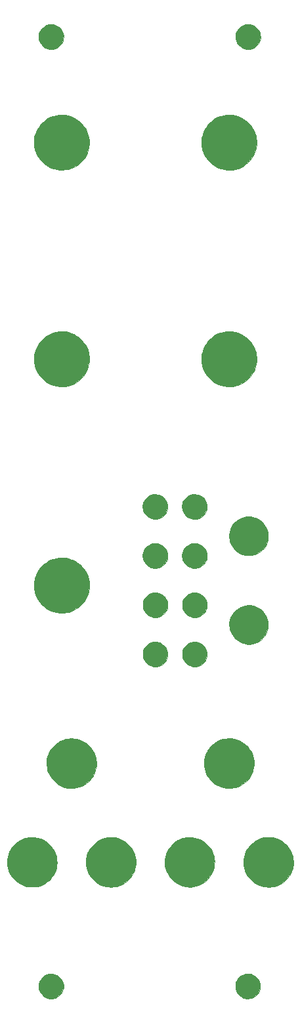
<source format=gbr>
%TF.GenerationSoftware,KiCad,Pcbnew,(6.0.0)*%
%TF.CreationDate,2022-07-13T19:55:52+02:00*%
%TF.ProjectId,wavefolder-panel,77617665-666f-46c6-9465-722d70616e65,rev?*%
%TF.SameCoordinates,Original*%
%TF.FileFunction,Soldermask,Top*%
%TF.FilePolarity,Negative*%
%FSLAX46Y46*%
G04 Gerber Fmt 4.6, Leading zero omitted, Abs format (unit mm)*
G04 Created by KiCad (PCBNEW (6.0.0)) date 2022-07-13 19:55:52*
%MOMM*%
%LPD*%
G01*
G04 APERTURE LIST*
%ADD10C,0.010000*%
G04 APERTURE END LIST*
D10*
%TO.C,Ref\u002A\u002A*%
X138069178Y-89177186D02*
X138427554Y-89235541D01*
X138427554Y-89235541D02*
X138778782Y-89330520D01*
X138778782Y-89330520D02*
X139119919Y-89461863D01*
X139119919Y-89461863D02*
X139448020Y-89629306D01*
X139448020Y-89629306D02*
X139760142Y-89832587D01*
X139760142Y-89832587D02*
X140053341Y-90071446D01*
X140053341Y-90071446D02*
X140213503Y-90226117D01*
X140213503Y-90226117D02*
X140468447Y-90517270D01*
X140468447Y-90517270D02*
X140687377Y-90828156D01*
X140687377Y-90828156D02*
X140869912Y-91155863D01*
X140869912Y-91155863D02*
X141015669Y-91497480D01*
X141015669Y-91497480D02*
X141124266Y-91850097D01*
X141124266Y-91850097D02*
X141195321Y-92210804D01*
X141195321Y-92210804D02*
X141228452Y-92576688D01*
X141228452Y-92576688D02*
X141223276Y-92944840D01*
X141223276Y-92944840D02*
X141179412Y-93312349D01*
X141179412Y-93312349D02*
X141096477Y-93676303D01*
X141096477Y-93676303D02*
X140974089Y-94033793D01*
X140974089Y-94033793D02*
X140811866Y-94381907D01*
X140811866Y-94381907D02*
X140769344Y-94459519D01*
X140769344Y-94459519D02*
X140584983Y-94748840D01*
X140584983Y-94748840D02*
X140366625Y-95026485D01*
X140366625Y-95026485D02*
X140121555Y-95284719D01*
X140121555Y-95284719D02*
X139857057Y-95515810D01*
X139857057Y-95515810D02*
X139603259Y-95697511D01*
X139603259Y-95697511D02*
X139324754Y-95857879D01*
X139324754Y-95857879D02*
X139028069Y-95994886D01*
X139028069Y-95994886D02*
X138722087Y-96105497D01*
X138722087Y-96105497D02*
X138415692Y-96186679D01*
X138415692Y-96186679D02*
X138117765Y-96235396D01*
X138117765Y-96235396D02*
X137999494Y-96245319D01*
X137999494Y-96245319D02*
X137901894Y-96251247D01*
X137901894Y-96251247D02*
X137811830Y-96257078D01*
X137811830Y-96257078D02*
X137743571Y-96261875D01*
X137743571Y-96261875D02*
X137724328Y-96263399D01*
X137724328Y-96263399D02*
X137672786Y-96264594D01*
X137672786Y-96264594D02*
X137591330Y-96262908D01*
X137591330Y-96262908D02*
X137492254Y-96258710D01*
X137492254Y-96258710D02*
X137412445Y-96254046D01*
X137412445Y-96254046D02*
X137040967Y-96208866D01*
X137040967Y-96208866D02*
X136679919Y-96124158D01*
X136679919Y-96124158D02*
X136331940Y-96002004D01*
X136331940Y-96002004D02*
X135999671Y-95844486D01*
X135999671Y-95844486D02*
X135685751Y-95653687D01*
X135685751Y-95653687D02*
X135392818Y-95431688D01*
X135392818Y-95431688D02*
X135123512Y-95180571D01*
X135123512Y-95180571D02*
X134880474Y-94902420D01*
X134880474Y-94902420D02*
X134666340Y-94599316D01*
X134666340Y-94599316D02*
X134483753Y-94273341D01*
X134483753Y-94273341D02*
X134335349Y-93926577D01*
X134335349Y-93926577D02*
X134288376Y-93789500D01*
X134288376Y-93789500D02*
X134240970Y-93635890D01*
X134240970Y-93635890D02*
X134204399Y-93501809D01*
X134204399Y-93501809D02*
X134177332Y-93377643D01*
X134177332Y-93377643D02*
X134158437Y-93253778D01*
X134158437Y-93253778D02*
X134146383Y-93120599D01*
X134146383Y-93120599D02*
X134139838Y-92968492D01*
X134139838Y-92968492D02*
X134137471Y-92787842D01*
X134137471Y-92787842D02*
X134137405Y-92699417D01*
X134137405Y-92699417D02*
X134138206Y-92535160D01*
X134138206Y-92535160D02*
X134140346Y-92405065D01*
X134140346Y-92405065D02*
X134144391Y-92300967D01*
X134144391Y-92300967D02*
X134150908Y-92214700D01*
X134150908Y-92214700D02*
X134160460Y-92138099D01*
X134160460Y-92138099D02*
X134173615Y-92063001D01*
X134173615Y-92063001D02*
X134185426Y-92006229D01*
X134185426Y-92006229D02*
X134273433Y-91678272D01*
X134273433Y-91678272D02*
X134392666Y-91352610D01*
X134392666Y-91352610D02*
X134538348Y-91040220D01*
X134538348Y-91040220D02*
X134705702Y-90752079D01*
X134705702Y-90752079D02*
X134777197Y-90646695D01*
X134777197Y-90646695D02*
X134885853Y-90506563D01*
X134885853Y-90506563D02*
X135019713Y-90353921D01*
X135019713Y-90353921D02*
X135169073Y-90198476D01*
X135169073Y-90198476D02*
X135324230Y-90049933D01*
X135324230Y-90049933D02*
X135475478Y-89917995D01*
X135475478Y-89917995D02*
X135607661Y-89816199D01*
X135607661Y-89816199D02*
X135933652Y-89610846D01*
X135933652Y-89610846D02*
X136273101Y-89443951D01*
X136273101Y-89443951D02*
X136623064Y-89315253D01*
X136623064Y-89315253D02*
X136980596Y-89224489D01*
X136980596Y-89224489D02*
X137342755Y-89171398D01*
X137342755Y-89171398D02*
X137706597Y-89155717D01*
X137706597Y-89155717D02*
X138069178Y-89177186D01*
X138069178Y-89177186D02*
X138069178Y-89177186D01*
G36*
X138069178Y-89177186D02*
G01*
X138427554Y-89235541D01*
X138778782Y-89330520D01*
X139119919Y-89461863D01*
X139448020Y-89629306D01*
X139760142Y-89832587D01*
X140053341Y-90071446D01*
X140213503Y-90226117D01*
X140468447Y-90517270D01*
X140687377Y-90828156D01*
X140869912Y-91155863D01*
X141015669Y-91497480D01*
X141124266Y-91850097D01*
X141195321Y-92210804D01*
X141228452Y-92576688D01*
X141223276Y-92944840D01*
X141179412Y-93312349D01*
X141096477Y-93676303D01*
X140974089Y-94033793D01*
X140811866Y-94381907D01*
X140769344Y-94459519D01*
X140584983Y-94748840D01*
X140366625Y-95026485D01*
X140121555Y-95284719D01*
X139857057Y-95515810D01*
X139603259Y-95697511D01*
X139324754Y-95857879D01*
X139028069Y-95994886D01*
X138722087Y-96105497D01*
X138415692Y-96186679D01*
X138117765Y-96235396D01*
X137999494Y-96245319D01*
X137901894Y-96251247D01*
X137811830Y-96257078D01*
X137743571Y-96261875D01*
X137724328Y-96263399D01*
X137672786Y-96264594D01*
X137591330Y-96262908D01*
X137492254Y-96258710D01*
X137412445Y-96254046D01*
X137040967Y-96208866D01*
X136679919Y-96124158D01*
X136331940Y-96002004D01*
X135999671Y-95844486D01*
X135685751Y-95653687D01*
X135392818Y-95431688D01*
X135123512Y-95180571D01*
X134880474Y-94902420D01*
X134666340Y-94599316D01*
X134483753Y-94273341D01*
X134335349Y-93926577D01*
X134288376Y-93789500D01*
X134240970Y-93635890D01*
X134204399Y-93501809D01*
X134177332Y-93377643D01*
X134158437Y-93253778D01*
X134146383Y-93120599D01*
X134139838Y-92968492D01*
X134137471Y-92787842D01*
X134137405Y-92699417D01*
X134138206Y-92535160D01*
X134140346Y-92405065D01*
X134144391Y-92300967D01*
X134150908Y-92214700D01*
X134160460Y-92138099D01*
X134173615Y-92063001D01*
X134185426Y-92006229D01*
X134273433Y-91678272D01*
X134392666Y-91352610D01*
X134538348Y-91040220D01*
X134705702Y-90752079D01*
X134777197Y-90646695D01*
X134885853Y-90506563D01*
X135019713Y-90353921D01*
X135169073Y-90198476D01*
X135324230Y-90049933D01*
X135475478Y-89917995D01*
X135607661Y-89816199D01*
X135933652Y-89610846D01*
X136273101Y-89443951D01*
X136623064Y-89315253D01*
X136980596Y-89224489D01*
X137342755Y-89171398D01*
X137706597Y-89155717D01*
X138069178Y-89177186D01*
G37*
X138069178Y-89177186D02*
X138427554Y-89235541D01*
X138778782Y-89330520D01*
X139119919Y-89461863D01*
X139448020Y-89629306D01*
X139760142Y-89832587D01*
X140053341Y-90071446D01*
X140213503Y-90226117D01*
X140468447Y-90517270D01*
X140687377Y-90828156D01*
X140869912Y-91155863D01*
X141015669Y-91497480D01*
X141124266Y-91850097D01*
X141195321Y-92210804D01*
X141228452Y-92576688D01*
X141223276Y-92944840D01*
X141179412Y-93312349D01*
X141096477Y-93676303D01*
X140974089Y-94033793D01*
X140811866Y-94381907D01*
X140769344Y-94459519D01*
X140584983Y-94748840D01*
X140366625Y-95026485D01*
X140121555Y-95284719D01*
X139857057Y-95515810D01*
X139603259Y-95697511D01*
X139324754Y-95857879D01*
X139028069Y-95994886D01*
X138722087Y-96105497D01*
X138415692Y-96186679D01*
X138117765Y-96235396D01*
X137999494Y-96245319D01*
X137901894Y-96251247D01*
X137811830Y-96257078D01*
X137743571Y-96261875D01*
X137724328Y-96263399D01*
X137672786Y-96264594D01*
X137591330Y-96262908D01*
X137492254Y-96258710D01*
X137412445Y-96254046D01*
X137040967Y-96208866D01*
X136679919Y-96124158D01*
X136331940Y-96002004D01*
X135999671Y-95844486D01*
X135685751Y-95653687D01*
X135392818Y-95431688D01*
X135123512Y-95180571D01*
X134880474Y-94902420D01*
X134666340Y-94599316D01*
X134483753Y-94273341D01*
X134335349Y-93926577D01*
X134288376Y-93789500D01*
X134240970Y-93635890D01*
X134204399Y-93501809D01*
X134177332Y-93377643D01*
X134158437Y-93253778D01*
X134146383Y-93120599D01*
X134139838Y-92968492D01*
X134137471Y-92787842D01*
X134137405Y-92699417D01*
X134138206Y-92535160D01*
X134140346Y-92405065D01*
X134144391Y-92300967D01*
X134150908Y-92214700D01*
X134160460Y-92138099D01*
X134173615Y-92063001D01*
X134185426Y-92006229D01*
X134273433Y-91678272D01*
X134392666Y-91352610D01*
X134538348Y-91040220D01*
X134705702Y-90752079D01*
X134777197Y-90646695D01*
X134885853Y-90506563D01*
X135019713Y-90353921D01*
X135169073Y-90198476D01*
X135324230Y-90049933D01*
X135475478Y-89917995D01*
X135607661Y-89816199D01*
X135933652Y-89610846D01*
X136273101Y-89443951D01*
X136623064Y-89315253D01*
X136980596Y-89224489D01*
X137342755Y-89171398D01*
X137706597Y-89155717D01*
X138069178Y-89177186D01*
X138071512Y-61236652D02*
X138430124Y-61295515D01*
X138430124Y-61295515D02*
X138781651Y-61391144D01*
X138781651Y-61391144D02*
X139123180Y-61523272D01*
X139123180Y-61523272D02*
X139451795Y-61691636D01*
X139451795Y-61691636D02*
X139764584Y-61895969D01*
X139764584Y-61895969D02*
X140058631Y-62136007D01*
X140058631Y-62136007D02*
X140224036Y-62296216D01*
X140224036Y-62296216D02*
X140472975Y-62582119D01*
X140472975Y-62582119D02*
X140689041Y-62890564D01*
X140689041Y-62890564D02*
X140870915Y-63217911D01*
X140870915Y-63217911D02*
X141017282Y-63560524D01*
X141017282Y-63560524D02*
X141126822Y-63914764D01*
X141126822Y-63914764D02*
X141198219Y-64276994D01*
X141198219Y-64276994D02*
X141230156Y-64643577D01*
X141230156Y-64643577D02*
X141221314Y-65010873D01*
X141221314Y-65010873D02*
X141218590Y-65042560D01*
X141218590Y-65042560D02*
X141162584Y-65440796D01*
X141162584Y-65440796D02*
X141068850Y-65820094D01*
X141068850Y-65820094D02*
X140937567Y-66180078D01*
X140937567Y-66180078D02*
X140768913Y-66520372D01*
X140768913Y-66520372D02*
X140563067Y-66840599D01*
X140563067Y-66840599D02*
X140320208Y-67140383D01*
X140320208Y-67140383D02*
X140132102Y-67334201D01*
X140132102Y-67334201D02*
X139836927Y-67589261D01*
X139836927Y-67589261D02*
X139522340Y-67806914D01*
X139522340Y-67806914D02*
X139189564Y-67986718D01*
X139189564Y-67986718D02*
X138839818Y-68128233D01*
X138839818Y-68128233D02*
X138474323Y-68231015D01*
X138474323Y-68231015D02*
X138094300Y-68294625D01*
X138094300Y-68294625D02*
X137700968Y-68318621D01*
X137700968Y-68318621D02*
X137427994Y-68312169D01*
X137427994Y-68312169D02*
X137060626Y-68270518D01*
X137060626Y-68270518D02*
X136702284Y-68189173D01*
X136702284Y-68189173D02*
X136355806Y-68070319D01*
X136355806Y-68070319D02*
X136024029Y-67916141D01*
X136024029Y-67916141D02*
X135709791Y-67728825D01*
X135709791Y-67728825D02*
X135415929Y-67510555D01*
X135415929Y-67510555D02*
X135145280Y-67263516D01*
X135145280Y-67263516D02*
X134900681Y-66989893D01*
X134900681Y-66989893D02*
X134684971Y-66691872D01*
X134684971Y-66691872D02*
X134500986Y-66371636D01*
X134500986Y-66371636D02*
X134351564Y-66031371D01*
X134351564Y-66031371D02*
X134308686Y-65910147D01*
X134308686Y-65910147D02*
X134255785Y-65745724D01*
X134255785Y-65745724D02*
X134214867Y-65603252D01*
X134214867Y-65603252D02*
X134184453Y-65472856D01*
X134184453Y-65472856D02*
X134163066Y-65344662D01*
X134163066Y-65344662D02*
X134149226Y-65208795D01*
X134149226Y-65208795D02*
X134141454Y-65055381D01*
X134141454Y-65055381D02*
X134138272Y-64874546D01*
X134138272Y-64874546D02*
X134137940Y-64770000D01*
X134137940Y-64770000D02*
X134138405Y-64605041D01*
X134138405Y-64605041D02*
X134140160Y-64474446D01*
X134140160Y-64474446D02*
X134143742Y-64370251D01*
X134143742Y-64370251D02*
X134149684Y-64284493D01*
X134149684Y-64284493D02*
X134158524Y-64209209D01*
X134158524Y-64209209D02*
X134170796Y-64136436D01*
X134170796Y-64136436D02*
X134185279Y-64066229D01*
X134185279Y-64066229D02*
X134274224Y-63735722D01*
X134274224Y-63735722D02*
X134394651Y-63407861D01*
X134394651Y-63407861D02*
X134541805Y-63093570D01*
X134541805Y-63093570D02*
X134710932Y-62803771D01*
X134710932Y-62803771D02*
X134777197Y-62706250D01*
X134777197Y-62706250D02*
X134886002Y-62565815D01*
X134886002Y-62565815D02*
X135020412Y-62412665D01*
X135020412Y-62412665D02*
X135170596Y-62256624D01*
X135170596Y-62256624D02*
X135326723Y-62107520D01*
X135326723Y-62107520D02*
X135478960Y-61975176D01*
X135478960Y-61975176D02*
X135607661Y-61876296D01*
X135607661Y-61876296D02*
X135934266Y-61670381D01*
X135934266Y-61670381D02*
X136274185Y-61503088D01*
X136274185Y-61503088D02*
X136624506Y-61374150D01*
X136624506Y-61374150D02*
X136982313Y-61283302D01*
X136982313Y-61283302D02*
X137344693Y-61230280D01*
X137344693Y-61230280D02*
X137708731Y-61214818D01*
X137708731Y-61214818D02*
X138071512Y-61236652D01*
X138071512Y-61236652D02*
X138071512Y-61236652D01*
G36*
X138071512Y-61236652D02*
G01*
X138430124Y-61295515D01*
X138781651Y-61391144D01*
X139123180Y-61523272D01*
X139451795Y-61691636D01*
X139764584Y-61895969D01*
X140058631Y-62136007D01*
X140224036Y-62296216D01*
X140472975Y-62582119D01*
X140689041Y-62890564D01*
X140870915Y-63217911D01*
X141017282Y-63560524D01*
X141126822Y-63914764D01*
X141198219Y-64276994D01*
X141230156Y-64643577D01*
X141221314Y-65010873D01*
X141218590Y-65042560D01*
X141162584Y-65440796D01*
X141068850Y-65820094D01*
X140937567Y-66180078D01*
X140768913Y-66520372D01*
X140563067Y-66840599D01*
X140320208Y-67140383D01*
X140132102Y-67334201D01*
X139836927Y-67589261D01*
X139522340Y-67806914D01*
X139189564Y-67986718D01*
X138839818Y-68128233D01*
X138474323Y-68231015D01*
X138094300Y-68294625D01*
X137700968Y-68318621D01*
X137427994Y-68312169D01*
X137060626Y-68270518D01*
X136702284Y-68189173D01*
X136355806Y-68070319D01*
X136024029Y-67916141D01*
X135709791Y-67728825D01*
X135415929Y-67510555D01*
X135145280Y-67263516D01*
X134900681Y-66989893D01*
X134684971Y-66691872D01*
X134500986Y-66371636D01*
X134351564Y-66031371D01*
X134308686Y-65910147D01*
X134255785Y-65745724D01*
X134214867Y-65603252D01*
X134184453Y-65472856D01*
X134163066Y-65344662D01*
X134149226Y-65208795D01*
X134141454Y-65055381D01*
X134138272Y-64874546D01*
X134137940Y-64770000D01*
X134138405Y-64605041D01*
X134140160Y-64474446D01*
X134143742Y-64370251D01*
X134149684Y-64284493D01*
X134158524Y-64209209D01*
X134170796Y-64136436D01*
X134185279Y-64066229D01*
X134274224Y-63735722D01*
X134394651Y-63407861D01*
X134541805Y-63093570D01*
X134710932Y-62803771D01*
X134777197Y-62706250D01*
X134886002Y-62565815D01*
X135020412Y-62412665D01*
X135170596Y-62256624D01*
X135326723Y-62107520D01*
X135478960Y-61975176D01*
X135607661Y-61876296D01*
X135934266Y-61670381D01*
X136274185Y-61503088D01*
X136624506Y-61374150D01*
X136982313Y-61283302D01*
X137344693Y-61230280D01*
X137708731Y-61214818D01*
X138071512Y-61236652D01*
G37*
X138071512Y-61236652D02*
X138430124Y-61295515D01*
X138781651Y-61391144D01*
X139123180Y-61523272D01*
X139451795Y-61691636D01*
X139764584Y-61895969D01*
X140058631Y-62136007D01*
X140224036Y-62296216D01*
X140472975Y-62582119D01*
X140689041Y-62890564D01*
X140870915Y-63217911D01*
X141017282Y-63560524D01*
X141126822Y-63914764D01*
X141198219Y-64276994D01*
X141230156Y-64643577D01*
X141221314Y-65010873D01*
X141218590Y-65042560D01*
X141162584Y-65440796D01*
X141068850Y-65820094D01*
X140937567Y-66180078D01*
X140768913Y-66520372D01*
X140563067Y-66840599D01*
X140320208Y-67140383D01*
X140132102Y-67334201D01*
X139836927Y-67589261D01*
X139522340Y-67806914D01*
X139189564Y-67986718D01*
X138839818Y-68128233D01*
X138474323Y-68231015D01*
X138094300Y-68294625D01*
X137700968Y-68318621D01*
X137427994Y-68312169D01*
X137060626Y-68270518D01*
X136702284Y-68189173D01*
X136355806Y-68070319D01*
X136024029Y-67916141D01*
X135709791Y-67728825D01*
X135415929Y-67510555D01*
X135145280Y-67263516D01*
X134900681Y-66989893D01*
X134684971Y-66691872D01*
X134500986Y-66371636D01*
X134351564Y-66031371D01*
X134308686Y-65910147D01*
X134255785Y-65745724D01*
X134214867Y-65603252D01*
X134184453Y-65472856D01*
X134163066Y-65344662D01*
X134149226Y-65208795D01*
X134141454Y-65055381D01*
X134138272Y-64874546D01*
X134137940Y-64770000D01*
X134138405Y-64605041D01*
X134140160Y-64474446D01*
X134143742Y-64370251D01*
X134149684Y-64284493D01*
X134158524Y-64209209D01*
X134170796Y-64136436D01*
X134185279Y-64066229D01*
X134274224Y-63735722D01*
X134394651Y-63407861D01*
X134541805Y-63093570D01*
X134710932Y-62803771D01*
X134777197Y-62706250D01*
X134886002Y-62565815D01*
X135020412Y-62412665D01*
X135170596Y-62256624D01*
X135326723Y-62107520D01*
X135478960Y-61975176D01*
X135607661Y-61876296D01*
X135934266Y-61670381D01*
X136274185Y-61503088D01*
X136624506Y-61374150D01*
X136982313Y-61283302D01*
X137344693Y-61230280D01*
X137708731Y-61214818D01*
X138071512Y-61236652D01*
X114931974Y-172052466D02*
X115168252Y-172101492D01*
X115168252Y-172101492D02*
X115393086Y-172185850D01*
X115393086Y-172185850D02*
X115603022Y-172303806D01*
X115603022Y-172303806D02*
X115794609Y-172453626D01*
X115794609Y-172453626D02*
X115964394Y-172633576D01*
X115964394Y-172633576D02*
X116108925Y-172841922D01*
X116108925Y-172841922D02*
X116224749Y-173076931D01*
X116224749Y-173076931D02*
X116261430Y-173175540D01*
X116261430Y-173175540D02*
X116295576Y-173312954D01*
X116295576Y-173312954D02*
X116316384Y-173476363D01*
X116316384Y-173476363D02*
X116323447Y-173651452D01*
X116323447Y-173651452D02*
X116316356Y-173823906D01*
X116316356Y-173823906D02*
X116294703Y-173979409D01*
X116294703Y-173979409D02*
X116285503Y-174019841D01*
X116285503Y-174019841D02*
X116200902Y-174273237D01*
X116200902Y-174273237D02*
X116082406Y-174502737D01*
X116082406Y-174502737D02*
X115932226Y-174706143D01*
X115932226Y-174706143D02*
X115752578Y-174881258D01*
X115752578Y-174881258D02*
X115545673Y-175025883D01*
X115545673Y-175025883D02*
X115313724Y-175137822D01*
X115313724Y-175137822D02*
X115088982Y-175207945D01*
X115088982Y-175207945D02*
X114930235Y-175234866D01*
X114930235Y-175234866D02*
X114753055Y-175246638D01*
X114753055Y-175246638D02*
X114575486Y-175242998D01*
X114575486Y-175242998D02*
X114415568Y-175223686D01*
X114415568Y-175223686D02*
X114388078Y-175218093D01*
X114388078Y-175218093D02*
X114139353Y-175142317D01*
X114139353Y-175142317D02*
X113909948Y-175029980D01*
X113909948Y-175029980D02*
X113703108Y-174883648D01*
X113703108Y-174883648D02*
X113522081Y-174705882D01*
X113522081Y-174705882D02*
X113370114Y-174499246D01*
X113370114Y-174499246D02*
X113288055Y-174349834D01*
X113288055Y-174349834D02*
X113211758Y-174173792D01*
X113211758Y-174173792D02*
X113162055Y-174010356D01*
X113162055Y-174010356D02*
X113135062Y-173842750D01*
X113135062Y-173842750D02*
X113126897Y-173654196D01*
X113126897Y-173654196D02*
X113126897Y-173653566D01*
X113126897Y-173653566D02*
X113146182Y-173386921D01*
X113146182Y-173386921D02*
X113203889Y-173137775D01*
X113203889Y-173137775D02*
X113299793Y-172906646D01*
X113299793Y-172906646D02*
X113433672Y-172694057D01*
X113433672Y-172694057D02*
X113605300Y-172500526D01*
X113605300Y-172500526D02*
X113634980Y-172472532D01*
X113634980Y-172472532D02*
X113798642Y-172336802D01*
X113798642Y-172336802D02*
X113964666Y-172232247D01*
X113964666Y-172232247D02*
X114148142Y-172149666D01*
X114148142Y-172149666D02*
X114188996Y-172134716D01*
X114188996Y-172134716D02*
X114438894Y-172067344D01*
X114438894Y-172067344D02*
X114687704Y-172040505D01*
X114687704Y-172040505D02*
X114931974Y-172052466D01*
X114931974Y-172052466D02*
X114931974Y-172052466D01*
G36*
X114931974Y-172052466D02*
G01*
X115168252Y-172101492D01*
X115393086Y-172185850D01*
X115603022Y-172303806D01*
X115794609Y-172453626D01*
X115964394Y-172633576D01*
X116108925Y-172841922D01*
X116224749Y-173076931D01*
X116261430Y-173175540D01*
X116295576Y-173312954D01*
X116316384Y-173476363D01*
X116323447Y-173651452D01*
X116316356Y-173823906D01*
X116294703Y-173979409D01*
X116285503Y-174019841D01*
X116200902Y-174273237D01*
X116082406Y-174502737D01*
X115932226Y-174706143D01*
X115752578Y-174881258D01*
X115545673Y-175025883D01*
X115313724Y-175137822D01*
X115088982Y-175207945D01*
X114930235Y-175234866D01*
X114753055Y-175246638D01*
X114575486Y-175242998D01*
X114415568Y-175223686D01*
X114388078Y-175218093D01*
X114139353Y-175142317D01*
X113909948Y-175029980D01*
X113703108Y-174883648D01*
X113522081Y-174705882D01*
X113370114Y-174499246D01*
X113288055Y-174349834D01*
X113211758Y-174173792D01*
X113162055Y-174010356D01*
X113135062Y-173842750D01*
X113126897Y-173654196D01*
X113126897Y-173653566D01*
X113146182Y-173386921D01*
X113203889Y-173137775D01*
X113299793Y-172906646D01*
X113433672Y-172694057D01*
X113605300Y-172500526D01*
X113634980Y-172472532D01*
X113798642Y-172336802D01*
X113964666Y-172232247D01*
X114148142Y-172149666D01*
X114188996Y-172134716D01*
X114438894Y-172067344D01*
X114687704Y-172040505D01*
X114931974Y-172052466D01*
G37*
X114931974Y-172052466D02*
X115168252Y-172101492D01*
X115393086Y-172185850D01*
X115603022Y-172303806D01*
X115794609Y-172453626D01*
X115964394Y-172633576D01*
X116108925Y-172841922D01*
X116224749Y-173076931D01*
X116261430Y-173175540D01*
X116295576Y-173312954D01*
X116316384Y-173476363D01*
X116323447Y-173651452D01*
X116316356Y-173823906D01*
X116294703Y-173979409D01*
X116285503Y-174019841D01*
X116200902Y-174273237D01*
X116082406Y-174502737D01*
X115932226Y-174706143D01*
X115752578Y-174881258D01*
X115545673Y-175025883D01*
X115313724Y-175137822D01*
X115088982Y-175207945D01*
X114930235Y-175234866D01*
X114753055Y-175246638D01*
X114575486Y-175242998D01*
X114415568Y-175223686D01*
X114388078Y-175218093D01*
X114139353Y-175142317D01*
X113909948Y-175029980D01*
X113703108Y-174883648D01*
X113522081Y-174705882D01*
X113370114Y-174499246D01*
X113288055Y-174349834D01*
X113211758Y-174173792D01*
X113162055Y-174010356D01*
X113135062Y-173842750D01*
X113126897Y-173654196D01*
X113126897Y-173653566D01*
X113146182Y-173386921D01*
X113203889Y-173137775D01*
X113299793Y-172906646D01*
X113433672Y-172694057D01*
X113605300Y-172500526D01*
X113634980Y-172472532D01*
X113798642Y-172336802D01*
X113964666Y-172232247D01*
X114148142Y-172149666D01*
X114188996Y-172134716D01*
X114438894Y-172067344D01*
X114687704Y-172040505D01*
X114931974Y-172052466D01*
X114993900Y-49560791D02*
X115037462Y-49568876D01*
X115037462Y-49568876D02*
X115287241Y-49640982D01*
X115287241Y-49640982D02*
X115516538Y-49747831D01*
X115516538Y-49747831D02*
X115722682Y-49886166D01*
X115722682Y-49886166D02*
X115902998Y-50052731D01*
X115902998Y-50052731D02*
X116054815Y-50244270D01*
X116054815Y-50244270D02*
X116175459Y-50457527D01*
X116175459Y-50457527D02*
X116262256Y-50689247D01*
X116262256Y-50689247D02*
X116312534Y-50936172D01*
X116312534Y-50936172D02*
X116324679Y-51136761D01*
X116324679Y-51136761D02*
X116304472Y-51397464D01*
X116304472Y-51397464D02*
X116245985Y-51644296D01*
X116245985Y-51644296D02*
X116151865Y-51874210D01*
X116151865Y-51874210D02*
X116024757Y-52084160D01*
X116024757Y-52084160D02*
X115867308Y-52271100D01*
X115867308Y-52271100D02*
X115682163Y-52431984D01*
X115682163Y-52431984D02*
X115471968Y-52563767D01*
X115471968Y-52563767D02*
X115239370Y-52663401D01*
X115239370Y-52663401D02*
X114987015Y-52727841D01*
X114987015Y-52727841D02*
X114935373Y-52736098D01*
X114935373Y-52736098D02*
X114805437Y-52750839D01*
X114805437Y-52750839D02*
X114689013Y-52753398D01*
X114689013Y-52753398D02*
X114564508Y-52743681D01*
X114564508Y-52743681D02*
X114492485Y-52734192D01*
X114492485Y-52734192D02*
X114248110Y-52678216D01*
X114248110Y-52678216D02*
X114018026Y-52584687D01*
X114018026Y-52584687D02*
X113805932Y-52457038D01*
X113805932Y-52457038D02*
X113615523Y-52298703D01*
X113615523Y-52298703D02*
X113450498Y-52113114D01*
X113450498Y-52113114D02*
X113314552Y-51903705D01*
X113314552Y-51903705D02*
X113211383Y-51673908D01*
X113211383Y-51673908D02*
X113159046Y-51495924D01*
X113159046Y-51495924D02*
X113138788Y-51368902D01*
X113138788Y-51368902D02*
X113128828Y-51217813D01*
X113128828Y-51217813D02*
X113129104Y-51058685D01*
X113129104Y-51058685D02*
X113139554Y-50907546D01*
X113139554Y-50907546D02*
X113160115Y-50780423D01*
X113160115Y-50780423D02*
X113161863Y-50773119D01*
X113161863Y-50773119D02*
X113243667Y-50525821D01*
X113243667Y-50525821D02*
X113361384Y-50298799D01*
X113361384Y-50298799D02*
X113512331Y-50094941D01*
X113512331Y-50094941D02*
X113693824Y-49917134D01*
X113693824Y-49917134D02*
X113903178Y-49768264D01*
X113903178Y-49768264D02*
X114137711Y-49651221D01*
X114137711Y-49651221D02*
X114239911Y-49613308D01*
X114239911Y-49613308D02*
X114413140Y-49569978D01*
X114413140Y-49569978D02*
X114607691Y-49546161D01*
X114607691Y-49546161D02*
X114806849Y-49542789D01*
X114806849Y-49542789D02*
X114993900Y-49560791D01*
X114993900Y-49560791D02*
X114993900Y-49560791D01*
G36*
X114993900Y-49560791D02*
G01*
X115037462Y-49568876D01*
X115287241Y-49640982D01*
X115516538Y-49747831D01*
X115722682Y-49886166D01*
X115902998Y-50052731D01*
X116054815Y-50244270D01*
X116175459Y-50457527D01*
X116262256Y-50689247D01*
X116312534Y-50936172D01*
X116324679Y-51136761D01*
X116304472Y-51397464D01*
X116245985Y-51644296D01*
X116151865Y-51874210D01*
X116024757Y-52084160D01*
X115867308Y-52271100D01*
X115682163Y-52431984D01*
X115471968Y-52563767D01*
X115239370Y-52663401D01*
X114987015Y-52727841D01*
X114935373Y-52736098D01*
X114805437Y-52750839D01*
X114689013Y-52753398D01*
X114564508Y-52743681D01*
X114492485Y-52734192D01*
X114248110Y-52678216D01*
X114018026Y-52584687D01*
X113805932Y-52457038D01*
X113615523Y-52298703D01*
X113450498Y-52113114D01*
X113314552Y-51903705D01*
X113211383Y-51673908D01*
X113159046Y-51495924D01*
X113138788Y-51368902D01*
X113128828Y-51217813D01*
X113129104Y-51058685D01*
X113139554Y-50907546D01*
X113160115Y-50780423D01*
X113161863Y-50773119D01*
X113243667Y-50525821D01*
X113361384Y-50298799D01*
X113512331Y-50094941D01*
X113693824Y-49917134D01*
X113903178Y-49768264D01*
X114137711Y-49651221D01*
X114239911Y-49613308D01*
X114413140Y-49569978D01*
X114607691Y-49546161D01*
X114806849Y-49542789D01*
X114993900Y-49560791D01*
G37*
X114993900Y-49560791D02*
X115037462Y-49568876D01*
X115287241Y-49640982D01*
X115516538Y-49747831D01*
X115722682Y-49886166D01*
X115902998Y-50052731D01*
X116054815Y-50244270D01*
X116175459Y-50457527D01*
X116262256Y-50689247D01*
X116312534Y-50936172D01*
X116324679Y-51136761D01*
X116304472Y-51397464D01*
X116245985Y-51644296D01*
X116151865Y-51874210D01*
X116024757Y-52084160D01*
X115867308Y-52271100D01*
X115682163Y-52431984D01*
X115471968Y-52563767D01*
X115239370Y-52663401D01*
X114987015Y-52727841D01*
X114935373Y-52736098D01*
X114805437Y-52750839D01*
X114689013Y-52753398D01*
X114564508Y-52743681D01*
X114492485Y-52734192D01*
X114248110Y-52678216D01*
X114018026Y-52584687D01*
X113805932Y-52457038D01*
X113615523Y-52298703D01*
X113450498Y-52113114D01*
X113314552Y-51903705D01*
X113211383Y-51673908D01*
X113159046Y-51495924D01*
X113138788Y-51368902D01*
X113128828Y-51217813D01*
X113129104Y-51058685D01*
X113139554Y-50907546D01*
X113160115Y-50780423D01*
X113161863Y-50773119D01*
X113243667Y-50525821D01*
X113361384Y-50298799D01*
X113512331Y-50094941D01*
X113693824Y-49917134D01*
X113903178Y-49768264D01*
X114137711Y-49651221D01*
X114239911Y-49613308D01*
X114413140Y-49569978D01*
X114607691Y-49546161D01*
X114806849Y-49542789D01*
X114993900Y-49560791D01*
X116505584Y-61239447D02*
X116871365Y-61301481D01*
X116871365Y-61301481D02*
X117230169Y-61402204D01*
X117230169Y-61402204D02*
X117578806Y-61541763D01*
X117578806Y-61541763D02*
X117878310Y-61698956D01*
X117878310Y-61698956D02*
X118169258Y-61891968D01*
X118169258Y-61891968D02*
X118446737Y-62118728D01*
X118446737Y-62118728D02*
X118704246Y-62372587D01*
X118704246Y-62372587D02*
X118935286Y-62646893D01*
X118935286Y-62646893D02*
X119133358Y-62934998D01*
X119133358Y-62934998D02*
X119202660Y-63053989D01*
X119202660Y-63053989D02*
X119319520Y-63292392D01*
X119319520Y-63292392D02*
X119424798Y-63559919D01*
X119424798Y-63559919D02*
X119514301Y-63844009D01*
X119514301Y-63844009D02*
X119583833Y-64132103D01*
X119583833Y-64132103D02*
X119609614Y-64272584D01*
X119609614Y-64272584D02*
X119623642Y-64395183D01*
X119623642Y-64395183D02*
X119632059Y-64547883D01*
X119632059Y-64547883D02*
X119635009Y-64718842D01*
X119635009Y-64718842D02*
X119632642Y-64896220D01*
X119632642Y-64896220D02*
X119625102Y-65068177D01*
X119625102Y-65068177D02*
X119612537Y-65222873D01*
X119612537Y-65222873D02*
X119596359Y-65341500D01*
X119596359Y-65341500D02*
X119507257Y-65728088D01*
X119507257Y-65728088D02*
X119381315Y-66096130D01*
X119381315Y-66096130D02*
X119219507Y-66443766D01*
X119219507Y-66443766D02*
X119022805Y-66769137D01*
X119022805Y-66769137D02*
X118792184Y-67070383D01*
X118792184Y-67070383D02*
X118565658Y-67310483D01*
X118565658Y-67310483D02*
X118385417Y-67476769D01*
X118385417Y-67476769D02*
X118215451Y-67616337D01*
X118215451Y-67616337D02*
X118043194Y-67738112D01*
X118043194Y-67738112D02*
X117856082Y-67851019D01*
X117856082Y-67851019D02*
X117655461Y-67957022D01*
X117655461Y-67957022D02*
X117312406Y-68106146D01*
X117312406Y-68106146D02*
X116955872Y-68215795D01*
X116955872Y-68215795D02*
X116584973Y-68286141D01*
X116584973Y-68286141D02*
X116198825Y-68317359D01*
X116198825Y-68317359D02*
X115837994Y-68312169D01*
X115837994Y-68312169D02*
X115469954Y-68270503D01*
X115469954Y-68270503D02*
X115111366Y-68189207D01*
X115111366Y-68189207D02*
X114764986Y-68070453D01*
X114764986Y-68070453D02*
X114433570Y-67916412D01*
X114433570Y-67916412D02*
X114119876Y-67729256D01*
X114119876Y-67729256D02*
X113826659Y-67511155D01*
X113826659Y-67511155D02*
X113556677Y-67264282D01*
X113556677Y-67264282D02*
X113312686Y-66990808D01*
X113312686Y-66990808D02*
X113097442Y-66692903D01*
X113097442Y-66692903D02*
X112913703Y-66372739D01*
X112913703Y-66372739D02*
X112764225Y-66032487D01*
X112764225Y-66032487D02*
X112698029Y-65838917D01*
X112698029Y-65838917D02*
X112649853Y-65678381D01*
X112649853Y-65678381D02*
X112613017Y-65542022D01*
X112613017Y-65542022D02*
X112586034Y-65419456D01*
X112586034Y-65419456D02*
X112567422Y-65300298D01*
X112567422Y-65300298D02*
X112555695Y-65174166D01*
X112555695Y-65174166D02*
X112549371Y-65030675D01*
X112549371Y-65030675D02*
X112546965Y-64859442D01*
X112546965Y-64859442D02*
X112546766Y-64780584D01*
X112546766Y-64780584D02*
X112547635Y-64605552D01*
X112547635Y-64605552D02*
X112550723Y-64464620D01*
X112550723Y-64464620D02*
X112556515Y-64349590D01*
X112556515Y-64349590D02*
X112565494Y-64252264D01*
X112565494Y-64252264D02*
X112578142Y-64164445D01*
X112578142Y-64164445D02*
X112585435Y-64124417D01*
X112585435Y-64124417D02*
X112659138Y-63823339D01*
X112659138Y-63823339D02*
X112763169Y-63516345D01*
X112763169Y-63516345D02*
X112892403Y-63215507D01*
X112892403Y-63215507D02*
X113041717Y-62932900D01*
X113041717Y-62932900D02*
X113187197Y-62706695D01*
X113187197Y-62706695D02*
X113295853Y-62566563D01*
X113295853Y-62566563D02*
X113429713Y-62413921D01*
X113429713Y-62413921D02*
X113579073Y-62258476D01*
X113579073Y-62258476D02*
X113734230Y-62109933D01*
X113734230Y-62109933D02*
X113885478Y-61977995D01*
X113885478Y-61977995D02*
X114017661Y-61876199D01*
X114017661Y-61876199D02*
X114342982Y-61671511D01*
X114342982Y-61671511D02*
X114683650Y-61504486D01*
X114683650Y-61504486D02*
X115036477Y-61375272D01*
X115036477Y-61375272D02*
X115398273Y-61284014D01*
X115398273Y-61284014D02*
X115765849Y-61230860D01*
X115765849Y-61230860D02*
X116136016Y-61215956D01*
X116136016Y-61215956D02*
X116505584Y-61239447D01*
X116505584Y-61239447D02*
X116505584Y-61239447D01*
G36*
X116505584Y-61239447D02*
G01*
X116871365Y-61301481D01*
X117230169Y-61402204D01*
X117578806Y-61541763D01*
X117878310Y-61698956D01*
X118169258Y-61891968D01*
X118446737Y-62118728D01*
X118704246Y-62372587D01*
X118935286Y-62646893D01*
X119133358Y-62934998D01*
X119202660Y-63053989D01*
X119319520Y-63292392D01*
X119424798Y-63559919D01*
X119514301Y-63844009D01*
X119583833Y-64132103D01*
X119609614Y-64272584D01*
X119623642Y-64395183D01*
X119632059Y-64547883D01*
X119635009Y-64718842D01*
X119632642Y-64896220D01*
X119625102Y-65068177D01*
X119612537Y-65222873D01*
X119596359Y-65341500D01*
X119507257Y-65728088D01*
X119381315Y-66096130D01*
X119219507Y-66443766D01*
X119022805Y-66769137D01*
X118792184Y-67070383D01*
X118565658Y-67310483D01*
X118385417Y-67476769D01*
X118215451Y-67616337D01*
X118043194Y-67738112D01*
X117856082Y-67851019D01*
X117655461Y-67957022D01*
X117312406Y-68106146D01*
X116955872Y-68215795D01*
X116584973Y-68286141D01*
X116198825Y-68317359D01*
X115837994Y-68312169D01*
X115469954Y-68270503D01*
X115111366Y-68189207D01*
X114764986Y-68070453D01*
X114433570Y-67916412D01*
X114119876Y-67729256D01*
X113826659Y-67511155D01*
X113556677Y-67264282D01*
X113312686Y-66990808D01*
X113097442Y-66692903D01*
X112913703Y-66372739D01*
X112764225Y-66032487D01*
X112698029Y-65838917D01*
X112649853Y-65678381D01*
X112613017Y-65542022D01*
X112586034Y-65419456D01*
X112567422Y-65300298D01*
X112555695Y-65174166D01*
X112549371Y-65030675D01*
X112546965Y-64859442D01*
X112546766Y-64780584D01*
X112547635Y-64605552D01*
X112550723Y-64464620D01*
X112556515Y-64349590D01*
X112565494Y-64252264D01*
X112578142Y-64164445D01*
X112585435Y-64124417D01*
X112659138Y-63823339D01*
X112763169Y-63516345D01*
X112892403Y-63215507D01*
X113041717Y-62932900D01*
X113187197Y-62706695D01*
X113295853Y-62566563D01*
X113429713Y-62413921D01*
X113579073Y-62258476D01*
X113734230Y-62109933D01*
X113885478Y-61977995D01*
X114017661Y-61876199D01*
X114342982Y-61671511D01*
X114683650Y-61504486D01*
X115036477Y-61375272D01*
X115398273Y-61284014D01*
X115765849Y-61230860D01*
X116136016Y-61215956D01*
X116505584Y-61239447D01*
G37*
X116505584Y-61239447D02*
X116871365Y-61301481D01*
X117230169Y-61402204D01*
X117578806Y-61541763D01*
X117878310Y-61698956D01*
X118169258Y-61891968D01*
X118446737Y-62118728D01*
X118704246Y-62372587D01*
X118935286Y-62646893D01*
X119133358Y-62934998D01*
X119202660Y-63053989D01*
X119319520Y-63292392D01*
X119424798Y-63559919D01*
X119514301Y-63844009D01*
X119583833Y-64132103D01*
X119609614Y-64272584D01*
X119623642Y-64395183D01*
X119632059Y-64547883D01*
X119635009Y-64718842D01*
X119632642Y-64896220D01*
X119625102Y-65068177D01*
X119612537Y-65222873D01*
X119596359Y-65341500D01*
X119507257Y-65728088D01*
X119381315Y-66096130D01*
X119219507Y-66443766D01*
X119022805Y-66769137D01*
X118792184Y-67070383D01*
X118565658Y-67310483D01*
X118385417Y-67476769D01*
X118215451Y-67616337D01*
X118043194Y-67738112D01*
X117856082Y-67851019D01*
X117655461Y-67957022D01*
X117312406Y-68106146D01*
X116955872Y-68215795D01*
X116584973Y-68286141D01*
X116198825Y-68317359D01*
X115837994Y-68312169D01*
X115469954Y-68270503D01*
X115111366Y-68189207D01*
X114764986Y-68070453D01*
X114433570Y-67916412D01*
X114119876Y-67729256D01*
X113826659Y-67511155D01*
X113556677Y-67264282D01*
X113312686Y-66990808D01*
X113097442Y-66692903D01*
X112913703Y-66372739D01*
X112764225Y-66032487D01*
X112698029Y-65838917D01*
X112649853Y-65678381D01*
X112613017Y-65542022D01*
X112586034Y-65419456D01*
X112567422Y-65300298D01*
X112555695Y-65174166D01*
X112549371Y-65030675D01*
X112546965Y-64859442D01*
X112546766Y-64780584D01*
X112547635Y-64605552D01*
X112550723Y-64464620D01*
X112556515Y-64349590D01*
X112565494Y-64252264D01*
X112578142Y-64164445D01*
X112585435Y-64124417D01*
X112659138Y-63823339D01*
X112763169Y-63516345D01*
X112892403Y-63215507D01*
X113041717Y-62932900D01*
X113187197Y-62706695D01*
X113295853Y-62566563D01*
X113429713Y-62413921D01*
X113579073Y-62258476D01*
X113734230Y-62109933D01*
X113885478Y-61977995D01*
X114017661Y-61876199D01*
X114342982Y-61671511D01*
X114683650Y-61504486D01*
X115036477Y-61375272D01*
X115398273Y-61284014D01*
X115765849Y-61230860D01*
X116136016Y-61215956D01*
X116505584Y-61239447D01*
X117522434Y-141690768D02*
X117659318Y-141694410D01*
X117659318Y-141694410D02*
X117770209Y-141701102D01*
X117770209Y-141701102D02*
X117863253Y-141711352D01*
X117863253Y-141711352D02*
X117946596Y-141725668D01*
X117946596Y-141725668D02*
X117954661Y-141727333D01*
X117954661Y-141727333D02*
X118314885Y-141823183D01*
X118314885Y-141823183D02*
X118657229Y-141955242D01*
X118657229Y-141955242D02*
X118979183Y-142121605D01*
X118979183Y-142121605D02*
X119278238Y-142320366D01*
X119278238Y-142320366D02*
X119551885Y-142549620D01*
X119551885Y-142549620D02*
X119797614Y-142807463D01*
X119797614Y-142807463D02*
X120012916Y-143091990D01*
X120012916Y-143091990D02*
X120195283Y-143401295D01*
X120195283Y-143401295D02*
X120217520Y-143445406D01*
X120217520Y-143445406D02*
X120336500Y-143706829D01*
X120336500Y-143706829D02*
X120426043Y-143954130D01*
X120426043Y-143954130D02*
X120489399Y-144200094D01*
X120489399Y-144200094D02*
X120529815Y-144457502D01*
X120529815Y-144457502D02*
X120550540Y-144739138D01*
X120550540Y-144739138D02*
X120551292Y-144758834D01*
X120551292Y-144758834D02*
X120548716Y-145103408D01*
X120548716Y-145103408D02*
X120513986Y-145426602D01*
X120513986Y-145426602D02*
X120445507Y-145736330D01*
X120445507Y-145736330D02*
X120341685Y-146040509D01*
X120341685Y-146040509D02*
X120251899Y-146244431D01*
X120251899Y-146244431D02*
X120152655Y-146440282D01*
X120152655Y-146440282D02*
X120052780Y-146610619D01*
X120052780Y-146610619D02*
X119942156Y-146771185D01*
X119942156Y-146771185D02*
X119810665Y-146937724D01*
X119810665Y-146937724D02*
X119791903Y-146960167D01*
X119791903Y-146960167D02*
X119552240Y-147213067D01*
X119552240Y-147213067D02*
X119282521Y-147439221D01*
X119282521Y-147439221D02*
X118987566Y-147635876D01*
X118987566Y-147635876D02*
X118672199Y-147800275D01*
X118672199Y-147800275D02*
X118341240Y-147929665D01*
X118341240Y-147929665D02*
X117999512Y-148021291D01*
X117999512Y-148021291D02*
X117901744Y-148039945D01*
X117901744Y-148039945D02*
X117812233Y-148052461D01*
X117812233Y-148052461D02*
X117699486Y-148063761D01*
X117699486Y-148063761D02*
X117573480Y-148073330D01*
X117573480Y-148073330D02*
X117444195Y-148080653D01*
X117444195Y-148080653D02*
X117321608Y-148085217D01*
X117321608Y-148085217D02*
X117215700Y-148086507D01*
X117215700Y-148086507D02*
X117136447Y-148084009D01*
X117136447Y-148084009D02*
X117107994Y-148080860D01*
X117107994Y-148080860D02*
X117062752Y-148073908D01*
X117062752Y-148073908D02*
X116989282Y-148063385D01*
X116989282Y-148063385D02*
X116901326Y-148051248D01*
X116901326Y-148051248D02*
X116875161Y-148047718D01*
X116875161Y-148047718D02*
X116536958Y-147981332D01*
X116536958Y-147981332D02*
X116208562Y-147875651D01*
X116208562Y-147875651D02*
X115893209Y-147733199D01*
X115893209Y-147733199D02*
X115594137Y-147556503D01*
X115594137Y-147556503D02*
X115314582Y-147348086D01*
X115314582Y-147348086D02*
X115057782Y-147110475D01*
X115057782Y-147110475D02*
X114826973Y-146846193D01*
X114826973Y-146846193D02*
X114625394Y-146557767D01*
X114625394Y-146557767D02*
X114456280Y-146247721D01*
X114456280Y-146247721D02*
X114396905Y-146114523D01*
X114396905Y-146114523D02*
X114276696Y-145773606D01*
X114276696Y-145773606D02*
X114196926Y-145426928D01*
X114196926Y-145426928D02*
X114156643Y-145077613D01*
X114156643Y-145077613D02*
X114154896Y-144728788D01*
X114154896Y-144728788D02*
X114190735Y-144383579D01*
X114190735Y-144383579D02*
X114263207Y-144045112D01*
X114263207Y-144045112D02*
X114371363Y-143716512D01*
X114371363Y-143716512D02*
X114514250Y-143400906D01*
X114514250Y-143400906D02*
X114690917Y-143101420D01*
X114690917Y-143101420D02*
X114900415Y-142821178D01*
X114900415Y-142821178D02*
X115141790Y-142563308D01*
X115141790Y-142563308D02*
X115414092Y-142330936D01*
X115414092Y-142330936D02*
X115585117Y-142209542D01*
X115585117Y-142209542D02*
X115900202Y-142026020D01*
X115900202Y-142026020D02*
X116236955Y-141878230D01*
X116236955Y-141878230D02*
X116596575Y-141765670D01*
X116596575Y-141765670D02*
X116708357Y-141738862D01*
X116708357Y-141738862D02*
X116792745Y-141721171D01*
X116792745Y-141721171D02*
X116870758Y-141708219D01*
X116870758Y-141708219D02*
X116951611Y-141699303D01*
X116951611Y-141699303D02*
X117044517Y-141693715D01*
X117044517Y-141693715D02*
X117158691Y-141690753D01*
X117158691Y-141690753D02*
X117303347Y-141689711D01*
X117303347Y-141689711D02*
X117351411Y-141689667D01*
X117351411Y-141689667D02*
X117522434Y-141690768D01*
X117522434Y-141690768D02*
X117522434Y-141690768D01*
G36*
X117522434Y-141690768D02*
G01*
X117659318Y-141694410D01*
X117770209Y-141701102D01*
X117863253Y-141711352D01*
X117946596Y-141725668D01*
X117954661Y-141727333D01*
X118314885Y-141823183D01*
X118657229Y-141955242D01*
X118979183Y-142121605D01*
X119278238Y-142320366D01*
X119551885Y-142549620D01*
X119797614Y-142807463D01*
X120012916Y-143091990D01*
X120195283Y-143401295D01*
X120217520Y-143445406D01*
X120336500Y-143706829D01*
X120426043Y-143954130D01*
X120489399Y-144200094D01*
X120529815Y-144457502D01*
X120550540Y-144739138D01*
X120551292Y-144758834D01*
X120548716Y-145103408D01*
X120513986Y-145426602D01*
X120445507Y-145736330D01*
X120341685Y-146040509D01*
X120251899Y-146244431D01*
X120152655Y-146440282D01*
X120052780Y-146610619D01*
X119942156Y-146771185D01*
X119810665Y-146937724D01*
X119791903Y-146960167D01*
X119552240Y-147213067D01*
X119282521Y-147439221D01*
X118987566Y-147635876D01*
X118672199Y-147800275D01*
X118341240Y-147929665D01*
X117999512Y-148021291D01*
X117901744Y-148039945D01*
X117812233Y-148052461D01*
X117699486Y-148063761D01*
X117573480Y-148073330D01*
X117444195Y-148080653D01*
X117321608Y-148085217D01*
X117215700Y-148086507D01*
X117136447Y-148084009D01*
X117107994Y-148080860D01*
X117062752Y-148073908D01*
X116989282Y-148063385D01*
X116901326Y-148051248D01*
X116875161Y-148047718D01*
X116536958Y-147981332D01*
X116208562Y-147875651D01*
X115893209Y-147733199D01*
X115594137Y-147556503D01*
X115314582Y-147348086D01*
X115057782Y-147110475D01*
X114826973Y-146846193D01*
X114625394Y-146557767D01*
X114456280Y-146247721D01*
X114396905Y-146114523D01*
X114276696Y-145773606D01*
X114196926Y-145426928D01*
X114156643Y-145077613D01*
X114154896Y-144728788D01*
X114190735Y-144383579D01*
X114263207Y-144045112D01*
X114371363Y-143716512D01*
X114514250Y-143400906D01*
X114690917Y-143101420D01*
X114900415Y-142821178D01*
X115141790Y-142563308D01*
X115414092Y-142330936D01*
X115585117Y-142209542D01*
X115900202Y-142026020D01*
X116236955Y-141878230D01*
X116596575Y-141765670D01*
X116708357Y-141738862D01*
X116792745Y-141721171D01*
X116870758Y-141708219D01*
X116951611Y-141699303D01*
X117044517Y-141693715D01*
X117158691Y-141690753D01*
X117303347Y-141689711D01*
X117351411Y-141689667D01*
X117522434Y-141690768D01*
G37*
X117522434Y-141690768D02*
X117659318Y-141694410D01*
X117770209Y-141701102D01*
X117863253Y-141711352D01*
X117946596Y-141725668D01*
X117954661Y-141727333D01*
X118314885Y-141823183D01*
X118657229Y-141955242D01*
X118979183Y-142121605D01*
X119278238Y-142320366D01*
X119551885Y-142549620D01*
X119797614Y-142807463D01*
X120012916Y-143091990D01*
X120195283Y-143401295D01*
X120217520Y-143445406D01*
X120336500Y-143706829D01*
X120426043Y-143954130D01*
X120489399Y-144200094D01*
X120529815Y-144457502D01*
X120550540Y-144739138D01*
X120551292Y-144758834D01*
X120548716Y-145103408D01*
X120513986Y-145426602D01*
X120445507Y-145736330D01*
X120341685Y-146040509D01*
X120251899Y-146244431D01*
X120152655Y-146440282D01*
X120052780Y-146610619D01*
X119942156Y-146771185D01*
X119810665Y-146937724D01*
X119791903Y-146960167D01*
X119552240Y-147213067D01*
X119282521Y-147439221D01*
X118987566Y-147635876D01*
X118672199Y-147800275D01*
X118341240Y-147929665D01*
X117999512Y-148021291D01*
X117901744Y-148039945D01*
X117812233Y-148052461D01*
X117699486Y-148063761D01*
X117573480Y-148073330D01*
X117444195Y-148080653D01*
X117321608Y-148085217D01*
X117215700Y-148086507D01*
X117136447Y-148084009D01*
X117107994Y-148080860D01*
X117062752Y-148073908D01*
X116989282Y-148063385D01*
X116901326Y-148051248D01*
X116875161Y-148047718D01*
X116536958Y-147981332D01*
X116208562Y-147875651D01*
X115893209Y-147733199D01*
X115594137Y-147556503D01*
X115314582Y-147348086D01*
X115057782Y-147110475D01*
X114826973Y-146846193D01*
X114625394Y-146557767D01*
X114456280Y-146247721D01*
X114396905Y-146114523D01*
X114276696Y-145773606D01*
X114196926Y-145426928D01*
X114156643Y-145077613D01*
X114154896Y-144728788D01*
X114190735Y-144383579D01*
X114263207Y-144045112D01*
X114371363Y-143716512D01*
X114514250Y-143400906D01*
X114690917Y-143101420D01*
X114900415Y-142821178D01*
X115141790Y-142563308D01*
X115414092Y-142330936D01*
X115585117Y-142209542D01*
X115900202Y-142026020D01*
X116236955Y-141878230D01*
X116596575Y-141765670D01*
X116708357Y-141738862D01*
X116792745Y-141721171D01*
X116870758Y-141708219D01*
X116951611Y-141699303D01*
X117044517Y-141693715D01*
X117158691Y-141690753D01*
X117303347Y-141689711D01*
X117351411Y-141689667D01*
X117522434Y-141690768D01*
X133203673Y-129214662D02*
X133299711Y-129218113D01*
X133299711Y-129218113D02*
X133468799Y-129229850D01*
X133468799Y-129229850D02*
X133609970Y-129251183D01*
X133609970Y-129251183D02*
X133737210Y-129285679D01*
X133737210Y-129285679D02*
X133864503Y-129336903D01*
X133864503Y-129336903D02*
X133969005Y-129388751D01*
X133969005Y-129388751D02*
X134193372Y-129529367D01*
X134193372Y-129529367D02*
X134386520Y-129697517D01*
X134386520Y-129697517D02*
X134546840Y-129890542D01*
X134546840Y-129890542D02*
X134672725Y-130105781D01*
X134672725Y-130105781D02*
X134762566Y-130340574D01*
X134762566Y-130340574D02*
X134814755Y-130592262D01*
X134814755Y-130592262D02*
X134828326Y-130810000D01*
X134828326Y-130810000D02*
X134808208Y-131069012D01*
X134808208Y-131069012D02*
X134749574Y-131315145D01*
X134749574Y-131315145D02*
X134654999Y-131545068D01*
X134654999Y-131545068D02*
X134527063Y-131755449D01*
X134527063Y-131755449D02*
X134368341Y-131942959D01*
X134368341Y-131942959D02*
X134181412Y-132104265D01*
X134181412Y-132104265D02*
X133968852Y-132236038D01*
X133968852Y-132236038D02*
X133733239Y-132334945D01*
X133733239Y-132334945D02*
X133623604Y-132367022D01*
X133623604Y-132367022D02*
X133478530Y-132393123D01*
X133478530Y-132393123D02*
X133310157Y-132405915D01*
X133310157Y-132405915D02*
X133134390Y-132405438D01*
X133134390Y-132405438D02*
X132967133Y-132391733D01*
X132967133Y-132391733D02*
X132824900Y-132365003D01*
X132824900Y-132365003D02*
X132582702Y-132279197D01*
X132582702Y-132279197D02*
X132359627Y-132157393D01*
X132359627Y-132157393D02*
X132159106Y-132002911D01*
X132159106Y-132002911D02*
X131984569Y-131819073D01*
X131984569Y-131819073D02*
X131839449Y-131609197D01*
X131839449Y-131609197D02*
X131727176Y-131376604D01*
X131727176Y-131376604D02*
X131688182Y-131265084D01*
X131688182Y-131265084D02*
X131667263Y-131191105D01*
X131667263Y-131191105D02*
X131653103Y-131120828D01*
X131653103Y-131120828D02*
X131644476Y-131042925D01*
X131644476Y-131042925D02*
X131640155Y-130946069D01*
X131640155Y-130946069D02*
X131638914Y-130818932D01*
X131638914Y-130818932D02*
X131638911Y-130810000D01*
X131638911Y-130810000D02*
X131640005Y-130680663D01*
X131640005Y-130680663D02*
X131644104Y-130582293D01*
X131644104Y-130582293D02*
X131652435Y-130503564D01*
X131652435Y-130503564D02*
X131666225Y-130433148D01*
X131666225Y-130433148D02*
X131686699Y-130359716D01*
X131686699Y-130359716D02*
X131688182Y-130354917D01*
X131688182Y-130354917D02*
X131785543Y-130110009D01*
X131785543Y-130110009D02*
X131917033Y-129888395D01*
X131917033Y-129888395D02*
X132079809Y-129692765D01*
X132079809Y-129692765D02*
X132271030Y-129525804D01*
X132271030Y-129525804D02*
X132487852Y-129390202D01*
X132487852Y-129390202D02*
X132727433Y-129288646D01*
X132727433Y-129288646D02*
X132855211Y-129251389D01*
X132855211Y-129251389D02*
X132942236Y-129231595D01*
X132942236Y-129231595D02*
X133020225Y-129219556D01*
X133020225Y-129219556D02*
X133102822Y-129214252D01*
X133102822Y-129214252D02*
X133203673Y-129214662D01*
X133203673Y-129214662D02*
X133203673Y-129214662D01*
G36*
X133203673Y-129214662D02*
G01*
X133299711Y-129218113D01*
X133468799Y-129229850D01*
X133609970Y-129251183D01*
X133737210Y-129285679D01*
X133864503Y-129336903D01*
X133969005Y-129388751D01*
X134193372Y-129529367D01*
X134386520Y-129697517D01*
X134546840Y-129890542D01*
X134672725Y-130105781D01*
X134762566Y-130340574D01*
X134814755Y-130592262D01*
X134828326Y-130810000D01*
X134808208Y-131069012D01*
X134749574Y-131315145D01*
X134654999Y-131545068D01*
X134527063Y-131755449D01*
X134368341Y-131942959D01*
X134181412Y-132104265D01*
X133968852Y-132236038D01*
X133733239Y-132334945D01*
X133623604Y-132367022D01*
X133478530Y-132393123D01*
X133310157Y-132405915D01*
X133134390Y-132405438D01*
X132967133Y-132391733D01*
X132824900Y-132365003D01*
X132582702Y-132279197D01*
X132359627Y-132157393D01*
X132159106Y-132002911D01*
X131984569Y-131819073D01*
X131839449Y-131609197D01*
X131727176Y-131376604D01*
X131688182Y-131265084D01*
X131667263Y-131191105D01*
X131653103Y-131120828D01*
X131644476Y-131042925D01*
X131640155Y-130946069D01*
X131638914Y-130818932D01*
X131638911Y-130810000D01*
X131640005Y-130680663D01*
X131644104Y-130582293D01*
X131652435Y-130503564D01*
X131666225Y-130433148D01*
X131686699Y-130359716D01*
X131688182Y-130354917D01*
X131785543Y-130110009D01*
X131917033Y-129888395D01*
X132079809Y-129692765D01*
X132271030Y-129525804D01*
X132487852Y-129390202D01*
X132727433Y-129288646D01*
X132855211Y-129251389D01*
X132942236Y-129231595D01*
X133020225Y-129219556D01*
X133102822Y-129214252D01*
X133203673Y-129214662D01*
G37*
X133203673Y-129214662D02*
X133299711Y-129218113D01*
X133468799Y-129229850D01*
X133609970Y-129251183D01*
X133737210Y-129285679D01*
X133864503Y-129336903D01*
X133969005Y-129388751D01*
X134193372Y-129529367D01*
X134386520Y-129697517D01*
X134546840Y-129890542D01*
X134672725Y-130105781D01*
X134762566Y-130340574D01*
X134814755Y-130592262D01*
X134828326Y-130810000D01*
X134808208Y-131069012D01*
X134749574Y-131315145D01*
X134654999Y-131545068D01*
X134527063Y-131755449D01*
X134368341Y-131942959D01*
X134181412Y-132104265D01*
X133968852Y-132236038D01*
X133733239Y-132334945D01*
X133623604Y-132367022D01*
X133478530Y-132393123D01*
X133310157Y-132405915D01*
X133134390Y-132405438D01*
X132967133Y-132391733D01*
X132824900Y-132365003D01*
X132582702Y-132279197D01*
X132359627Y-132157393D01*
X132159106Y-132002911D01*
X131984569Y-131819073D01*
X131839449Y-131609197D01*
X131727176Y-131376604D01*
X131688182Y-131265084D01*
X131667263Y-131191105D01*
X131653103Y-131120828D01*
X131644476Y-131042925D01*
X131640155Y-130946069D01*
X131638914Y-130818932D01*
X131638911Y-130810000D01*
X131640005Y-130680663D01*
X131644104Y-130582293D01*
X131652435Y-130503564D01*
X131666225Y-130433148D01*
X131686699Y-130359716D01*
X131688182Y-130354917D01*
X131785543Y-130110009D01*
X131917033Y-129888395D01*
X132079809Y-129692765D01*
X132271030Y-129525804D01*
X132487852Y-129390202D01*
X132727433Y-129288646D01*
X132855211Y-129251389D01*
X132942236Y-129231595D01*
X133020225Y-129219556D01*
X133102822Y-129214252D01*
X133203673Y-129214662D01*
X116603384Y-118404884D02*
X116977407Y-118478871D01*
X116977407Y-118478871D02*
X117338083Y-118592156D01*
X117338083Y-118592156D02*
X117683568Y-118744029D01*
X117683568Y-118744029D02*
X118012021Y-118933782D01*
X118012021Y-118933782D02*
X118321598Y-119160705D01*
X118321598Y-119160705D02*
X118610457Y-119424086D01*
X118610457Y-119424086D02*
X118653161Y-119468027D01*
X118653161Y-119468027D02*
X118907995Y-119763306D01*
X118907995Y-119763306D02*
X119124693Y-120076711D01*
X119124693Y-120076711D02*
X119303934Y-120409504D01*
X119303934Y-120409504D02*
X119446393Y-120762944D01*
X119446393Y-120762944D02*
X119552748Y-121138294D01*
X119552748Y-121138294D02*
X119554594Y-121146397D01*
X119554594Y-121146397D02*
X119618663Y-121522647D01*
X119618663Y-121522647D02*
X119641457Y-121899481D01*
X119641457Y-121899481D02*
X119623881Y-122273887D01*
X119623881Y-122273887D02*
X119566840Y-122642853D01*
X119566840Y-122642853D02*
X119471238Y-123003367D01*
X119471238Y-123003367D02*
X119337981Y-123352416D01*
X119337981Y-123352416D02*
X119167974Y-123686989D01*
X119167974Y-123686989D02*
X118962122Y-124004073D01*
X118962122Y-124004073D02*
X118721330Y-124300657D01*
X118721330Y-124300657D02*
X118555195Y-124472625D01*
X118555195Y-124472625D02*
X118285218Y-124708330D01*
X118285218Y-124708330D02*
X117991912Y-124916640D01*
X117991912Y-124916640D02*
X117680624Y-125095059D01*
X117680624Y-125095059D02*
X117356696Y-125241096D01*
X117356696Y-125241096D02*
X117025476Y-125352256D01*
X117025476Y-125352256D02*
X116692307Y-125426046D01*
X116692307Y-125426046D02*
X116449459Y-125454992D01*
X116449459Y-125454992D02*
X116298747Y-125465501D01*
X116298747Y-125465501D02*
X116178484Y-125471985D01*
X116178484Y-125471985D02*
X116076994Y-125474610D01*
X116076994Y-125474610D02*
X115982601Y-125473542D01*
X115982601Y-125473542D02*
X115883628Y-125468945D01*
X115883628Y-125468945D02*
X115810074Y-125464055D01*
X115810074Y-125464055D02*
X115437397Y-125416578D01*
X115437397Y-125416578D02*
X115075331Y-125329605D01*
X115075331Y-125329605D02*
X114726559Y-125205228D01*
X114726559Y-125205228D02*
X114393768Y-125045536D01*
X114393768Y-125045536D02*
X114079643Y-124852619D01*
X114079643Y-124852619D02*
X113786870Y-124628566D01*
X113786870Y-124628566D02*
X113518133Y-124375469D01*
X113518133Y-124375469D02*
X113276119Y-124095416D01*
X113276119Y-124095416D02*
X113063513Y-123790499D01*
X113063513Y-123790499D02*
X112883001Y-123462806D01*
X112883001Y-123462806D02*
X112737267Y-123114428D01*
X112737267Y-123114428D02*
X112717443Y-123057165D01*
X112717443Y-123057165D02*
X112662239Y-122885217D01*
X112662239Y-122885217D02*
X112619920Y-122731963D01*
X112619920Y-122731963D02*
X112588920Y-122586967D01*
X112588920Y-122586967D02*
X112567671Y-122439794D01*
X112567671Y-122439794D02*
X112554607Y-122280007D01*
X112554607Y-122280007D02*
X112548161Y-122097170D01*
X112548161Y-122097170D02*
X112546713Y-121920000D01*
X112546713Y-121920000D02*
X112548848Y-121710037D01*
X112548848Y-121710037D02*
X112556298Y-121531804D01*
X112556298Y-121531804D02*
X112570628Y-121374867D01*
X112570628Y-121374867D02*
X112593407Y-121228789D01*
X112593407Y-121228789D02*
X112626201Y-121083135D01*
X112626201Y-121083135D02*
X112670576Y-120927468D01*
X112670576Y-120927468D02*
X112717443Y-120782836D01*
X112717443Y-120782836D02*
X112857855Y-120430004D01*
X112857855Y-120430004D02*
X113033363Y-120098001D01*
X113033363Y-120098001D02*
X113241346Y-119788860D01*
X113241346Y-119788860D02*
X113479178Y-119504613D01*
X113479178Y-119504613D02*
X113744238Y-119247290D01*
X113744238Y-119247290D02*
X114033903Y-119018924D01*
X114033903Y-119018924D02*
X114345548Y-118821546D01*
X114345548Y-118821546D02*
X114676552Y-118657188D01*
X114676552Y-118657188D02*
X115024291Y-118527883D01*
X115024291Y-118527883D02*
X115386142Y-118435660D01*
X115386142Y-118435660D02*
X115759482Y-118382553D01*
X115759482Y-118382553D02*
X115822662Y-118377646D01*
X115822662Y-118377646D02*
X116217854Y-118370906D01*
X116217854Y-118370906D02*
X116603384Y-118404884D01*
X116603384Y-118404884D02*
X116603384Y-118404884D01*
G36*
X116603384Y-118404884D02*
G01*
X116977407Y-118478871D01*
X117338083Y-118592156D01*
X117683568Y-118744029D01*
X118012021Y-118933782D01*
X118321598Y-119160705D01*
X118610457Y-119424086D01*
X118653161Y-119468027D01*
X118907995Y-119763306D01*
X119124693Y-120076711D01*
X119303934Y-120409504D01*
X119446393Y-120762944D01*
X119552748Y-121138294D01*
X119554594Y-121146397D01*
X119618663Y-121522647D01*
X119641457Y-121899481D01*
X119623881Y-122273887D01*
X119566840Y-122642853D01*
X119471238Y-123003367D01*
X119337981Y-123352416D01*
X119167974Y-123686989D01*
X118962122Y-124004073D01*
X118721330Y-124300657D01*
X118555195Y-124472625D01*
X118285218Y-124708330D01*
X117991912Y-124916640D01*
X117680624Y-125095059D01*
X117356696Y-125241096D01*
X117025476Y-125352256D01*
X116692307Y-125426046D01*
X116449459Y-125454992D01*
X116298747Y-125465501D01*
X116178484Y-125471985D01*
X116076994Y-125474610D01*
X115982601Y-125473542D01*
X115883628Y-125468945D01*
X115810074Y-125464055D01*
X115437397Y-125416578D01*
X115075331Y-125329605D01*
X114726559Y-125205228D01*
X114393768Y-125045536D01*
X114079643Y-124852619D01*
X113786870Y-124628566D01*
X113518133Y-124375469D01*
X113276119Y-124095416D01*
X113063513Y-123790499D01*
X112883001Y-123462806D01*
X112737267Y-123114428D01*
X112717443Y-123057165D01*
X112662239Y-122885217D01*
X112619920Y-122731963D01*
X112588920Y-122586967D01*
X112567671Y-122439794D01*
X112554607Y-122280007D01*
X112548161Y-122097170D01*
X112546713Y-121920000D01*
X112548848Y-121710037D01*
X112556298Y-121531804D01*
X112570628Y-121374867D01*
X112593407Y-121228789D01*
X112626201Y-121083135D01*
X112670576Y-120927468D01*
X112717443Y-120782836D01*
X112857855Y-120430004D01*
X113033363Y-120098001D01*
X113241346Y-119788860D01*
X113479178Y-119504613D01*
X113744238Y-119247290D01*
X114033903Y-119018924D01*
X114345548Y-118821546D01*
X114676552Y-118657188D01*
X115024291Y-118527883D01*
X115386142Y-118435660D01*
X115759482Y-118382553D01*
X115822662Y-118377646D01*
X116217854Y-118370906D01*
X116603384Y-118404884D01*
G37*
X116603384Y-118404884D02*
X116977407Y-118478871D01*
X117338083Y-118592156D01*
X117683568Y-118744029D01*
X118012021Y-118933782D01*
X118321598Y-119160705D01*
X118610457Y-119424086D01*
X118653161Y-119468027D01*
X118907995Y-119763306D01*
X119124693Y-120076711D01*
X119303934Y-120409504D01*
X119446393Y-120762944D01*
X119552748Y-121138294D01*
X119554594Y-121146397D01*
X119618663Y-121522647D01*
X119641457Y-121899481D01*
X119623881Y-122273887D01*
X119566840Y-122642853D01*
X119471238Y-123003367D01*
X119337981Y-123352416D01*
X119167974Y-123686989D01*
X118962122Y-124004073D01*
X118721330Y-124300657D01*
X118555195Y-124472625D01*
X118285218Y-124708330D01*
X117991912Y-124916640D01*
X117680624Y-125095059D01*
X117356696Y-125241096D01*
X117025476Y-125352256D01*
X116692307Y-125426046D01*
X116449459Y-125454992D01*
X116298747Y-125465501D01*
X116178484Y-125471985D01*
X116076994Y-125474610D01*
X115982601Y-125473542D01*
X115883628Y-125468945D01*
X115810074Y-125464055D01*
X115437397Y-125416578D01*
X115075331Y-125329605D01*
X114726559Y-125205228D01*
X114393768Y-125045536D01*
X114079643Y-124852619D01*
X113786870Y-124628566D01*
X113518133Y-124375469D01*
X113276119Y-124095416D01*
X113063513Y-123790499D01*
X112883001Y-123462806D01*
X112737267Y-123114428D01*
X112717443Y-123057165D01*
X112662239Y-122885217D01*
X112619920Y-122731963D01*
X112588920Y-122586967D01*
X112567671Y-122439794D01*
X112554607Y-122280007D01*
X112548161Y-122097170D01*
X112546713Y-121920000D01*
X112548848Y-121710037D01*
X112556298Y-121531804D01*
X112570628Y-121374867D01*
X112593407Y-121228789D01*
X112626201Y-121083135D01*
X112670576Y-120927468D01*
X112717443Y-120782836D01*
X112857855Y-120430004D01*
X113033363Y-120098001D01*
X113241346Y-119788860D01*
X113479178Y-119504613D01*
X113744238Y-119247290D01*
X114033903Y-119018924D01*
X114345548Y-118821546D01*
X114676552Y-118657188D01*
X115024291Y-118527883D01*
X115386142Y-118435660D01*
X115759482Y-118382553D01*
X115822662Y-118377646D01*
X116217854Y-118370906D01*
X116603384Y-118404884D01*
X128347717Y-129221542D02*
X128526667Y-129250748D01*
X128526667Y-129250748D02*
X128696010Y-129303184D01*
X128696010Y-129303184D02*
X128844911Y-129369253D01*
X128844911Y-129369253D02*
X129077168Y-129506447D01*
X129077168Y-129506447D02*
X129277218Y-129669982D01*
X129277218Y-129669982D02*
X129443768Y-129857800D01*
X129443768Y-129857800D02*
X129575529Y-130067845D01*
X129575529Y-130067845D02*
X129671209Y-130298061D01*
X129671209Y-130298061D02*
X129729518Y-130546390D01*
X129729518Y-130546390D02*
X129749166Y-130810000D01*
X129749166Y-130810000D02*
X129729013Y-131068580D01*
X129729013Y-131068580D02*
X129670294Y-131314465D01*
X129670294Y-131314465D02*
X129575615Y-131544288D01*
X129575615Y-131544288D02*
X129447581Y-131754684D01*
X129447581Y-131754684D02*
X129288799Y-131942287D01*
X129288799Y-131942287D02*
X129101875Y-132103729D01*
X129101875Y-132103729D02*
X128889416Y-132235647D01*
X128889416Y-132235647D02*
X128654027Y-132334672D01*
X128654027Y-132334672D02*
X128543604Y-132367022D01*
X128543604Y-132367022D02*
X128398718Y-132393279D01*
X128398718Y-132393279D02*
X128231261Y-132406383D01*
X128231261Y-132406383D02*
X128056822Y-132406355D01*
X128056822Y-132406355D02*
X127890991Y-132393214D01*
X127890991Y-132393214D02*
X127749359Y-132366983D01*
X127749359Y-132366983D02*
X127745575Y-132365974D01*
X127745575Y-132365974D02*
X127500556Y-132278676D01*
X127500556Y-132278676D02*
X127276004Y-132155762D01*
X127276004Y-132155762D02*
X127074999Y-132000217D01*
X127074999Y-132000217D02*
X126900626Y-131815025D01*
X126900626Y-131815025D02*
X126755964Y-131603168D01*
X126755964Y-131603168D02*
X126644097Y-131367633D01*
X126644097Y-131367633D02*
X126608480Y-131265084D01*
X126608480Y-131265084D02*
X126587480Y-131191400D01*
X126587480Y-131191400D02*
X126573255Y-131121652D01*
X126573255Y-131121652D02*
X126564574Y-131044529D01*
X126564574Y-131044529D02*
X126560206Y-130948725D01*
X126560206Y-130948725D02*
X126558918Y-130822931D01*
X126558918Y-130822931D02*
X126558911Y-130810000D01*
X126558911Y-130810000D02*
X126559986Y-130681013D01*
X126559986Y-130681013D02*
X126564033Y-130583015D01*
X126564033Y-130583015D02*
X126572283Y-130504699D01*
X126572283Y-130504699D02*
X126585969Y-130434754D01*
X126585969Y-130434754D02*
X126606321Y-130361874D01*
X126606321Y-130361874D02*
X126608480Y-130354917D01*
X126608480Y-130354917D02*
X126705636Y-130110390D01*
X126705636Y-130110390D02*
X126835170Y-129890179D01*
X126835170Y-129890179D02*
X126993891Y-129696658D01*
X126993891Y-129696658D02*
X127178607Y-129532202D01*
X127178607Y-129532202D02*
X127386125Y-129399185D01*
X127386125Y-129399185D02*
X127613254Y-129299982D01*
X127613254Y-129299982D02*
X127856802Y-129236967D01*
X127856802Y-129236967D02*
X128113576Y-129212516D01*
X128113576Y-129212516D02*
X128144505Y-129212284D01*
X128144505Y-129212284D02*
X128347717Y-129221542D01*
X128347717Y-129221542D02*
X128347717Y-129221542D01*
G36*
X128347717Y-129221542D02*
G01*
X128526667Y-129250748D01*
X128696010Y-129303184D01*
X128844911Y-129369253D01*
X129077168Y-129506447D01*
X129277218Y-129669982D01*
X129443768Y-129857800D01*
X129575529Y-130067845D01*
X129671209Y-130298061D01*
X129729518Y-130546390D01*
X129749166Y-130810000D01*
X129729013Y-131068580D01*
X129670294Y-131314465D01*
X129575615Y-131544288D01*
X129447581Y-131754684D01*
X129288799Y-131942287D01*
X129101875Y-132103729D01*
X128889416Y-132235647D01*
X128654027Y-132334672D01*
X128543604Y-132367022D01*
X128398718Y-132393279D01*
X128231261Y-132406383D01*
X128056822Y-132406355D01*
X127890991Y-132393214D01*
X127749359Y-132366983D01*
X127745575Y-132365974D01*
X127500556Y-132278676D01*
X127276004Y-132155762D01*
X127074999Y-132000217D01*
X126900626Y-131815025D01*
X126755964Y-131603168D01*
X126644097Y-131367633D01*
X126608480Y-131265084D01*
X126587480Y-131191400D01*
X126573255Y-131121652D01*
X126564574Y-131044529D01*
X126560206Y-130948725D01*
X126558918Y-130822931D01*
X126558911Y-130810000D01*
X126559986Y-130681013D01*
X126564033Y-130583015D01*
X126572283Y-130504699D01*
X126585969Y-130434754D01*
X126606321Y-130361874D01*
X126608480Y-130354917D01*
X126705636Y-130110390D01*
X126835170Y-129890179D01*
X126993891Y-129696658D01*
X127178607Y-129532202D01*
X127386125Y-129399185D01*
X127613254Y-129299982D01*
X127856802Y-129236967D01*
X128113576Y-129212516D01*
X128144505Y-129212284D01*
X128347717Y-129221542D01*
G37*
X128347717Y-129221542D02*
X128526667Y-129250748D01*
X128696010Y-129303184D01*
X128844911Y-129369253D01*
X129077168Y-129506447D01*
X129277218Y-129669982D01*
X129443768Y-129857800D01*
X129575529Y-130067845D01*
X129671209Y-130298061D01*
X129729518Y-130546390D01*
X129749166Y-130810000D01*
X129729013Y-131068580D01*
X129670294Y-131314465D01*
X129575615Y-131544288D01*
X129447581Y-131754684D01*
X129288799Y-131942287D01*
X129101875Y-132103729D01*
X128889416Y-132235647D01*
X128654027Y-132334672D01*
X128543604Y-132367022D01*
X128398718Y-132393279D01*
X128231261Y-132406383D01*
X128056822Y-132406355D01*
X127890991Y-132393214D01*
X127749359Y-132366983D01*
X127745575Y-132365974D01*
X127500556Y-132278676D01*
X127276004Y-132155762D01*
X127074999Y-132000217D01*
X126900626Y-131815025D01*
X126755964Y-131603168D01*
X126644097Y-131367633D01*
X126608480Y-131265084D01*
X126587480Y-131191400D01*
X126573255Y-131121652D01*
X126564574Y-131044529D01*
X126560206Y-130948725D01*
X126558918Y-130822931D01*
X126558911Y-130810000D01*
X126559986Y-130681013D01*
X126564033Y-130583015D01*
X126572283Y-130504699D01*
X126585969Y-130434754D01*
X126606321Y-130361874D01*
X126608480Y-130354917D01*
X126705636Y-130110390D01*
X126835170Y-129890179D01*
X126993891Y-129696658D01*
X127178607Y-129532202D01*
X127386125Y-129399185D01*
X127613254Y-129299982D01*
X127856802Y-129236967D01*
X128113576Y-129212516D01*
X128144505Y-129212284D01*
X128347717Y-129221542D01*
X133496029Y-122881606D02*
X133734240Y-122938480D01*
X133734240Y-122938480D02*
X133955370Y-123029243D01*
X133955370Y-123029243D02*
X134157076Y-123150604D01*
X134157076Y-123150604D02*
X134337019Y-123299268D01*
X134337019Y-123299268D02*
X134492855Y-123471942D01*
X134492855Y-123471942D02*
X134622244Y-123665333D01*
X134622244Y-123665333D02*
X134722845Y-123876148D01*
X134722845Y-123876148D02*
X134792315Y-124101094D01*
X134792315Y-124101094D02*
X134828314Y-124336876D01*
X134828314Y-124336876D02*
X134828501Y-124580202D01*
X134828501Y-124580202D02*
X134790533Y-124827778D01*
X134790533Y-124827778D02*
X134747935Y-124978584D01*
X134747935Y-124978584D02*
X134659274Y-125191100D01*
X134659274Y-125191100D02*
X134539340Y-125385429D01*
X134539340Y-125385429D02*
X134383095Y-125569461D01*
X134383095Y-125569461D02*
X134348258Y-125604533D01*
X134348258Y-125604533D02*
X134153335Y-125768251D01*
X134153335Y-125768251D02*
X133936490Y-125899374D01*
X133936490Y-125899374D02*
X133704779Y-125993879D01*
X133704779Y-125993879D02*
X133625692Y-126016488D01*
X133625692Y-126016488D02*
X133464668Y-126045173D01*
X133464668Y-126045173D02*
X133281729Y-126057401D01*
X133281729Y-126057401D02*
X133093949Y-126053210D01*
X133093949Y-126053210D02*
X132918403Y-126032638D01*
X132918403Y-126032638D02*
X132834828Y-126014762D01*
X132834828Y-126014762D02*
X132588673Y-125930053D01*
X132588673Y-125930053D02*
X132363363Y-125809773D01*
X132363363Y-125809773D02*
X132161774Y-125656681D01*
X132161774Y-125656681D02*
X131986782Y-125473535D01*
X131986782Y-125473535D02*
X131841263Y-125263096D01*
X131841263Y-125263096D02*
X131728095Y-125028123D01*
X131728095Y-125028123D02*
X131688480Y-124915084D01*
X131688480Y-124915084D02*
X131667480Y-124841400D01*
X131667480Y-124841400D02*
X131653255Y-124771652D01*
X131653255Y-124771652D02*
X131644574Y-124694529D01*
X131644574Y-124694529D02*
X131640206Y-124598725D01*
X131640206Y-124598725D02*
X131638918Y-124472931D01*
X131638918Y-124472931D02*
X131638911Y-124460000D01*
X131638911Y-124460000D02*
X131639986Y-124331013D01*
X131639986Y-124331013D02*
X131644033Y-124233015D01*
X131644033Y-124233015D02*
X131652283Y-124154699D01*
X131652283Y-124154699D02*
X131665969Y-124084754D01*
X131665969Y-124084754D02*
X131686321Y-124011874D01*
X131686321Y-124011874D02*
X131688480Y-124004917D01*
X131688480Y-124004917D02*
X131786847Y-123756780D01*
X131786847Y-123756780D02*
X131918429Y-123533834D01*
X131918429Y-123533834D02*
X132081602Y-123337960D01*
X132081602Y-123337960D02*
X132274742Y-123171037D01*
X132274742Y-123171037D02*
X132496225Y-123034944D01*
X132496225Y-123034944D02*
X132549078Y-123009100D01*
X132549078Y-123009100D02*
X132743283Y-122932234D01*
X132743283Y-122932234D02*
X132939631Y-122884752D01*
X132939631Y-122884752D02*
X133152300Y-122863647D01*
X133152300Y-122863647D02*
X133243078Y-122861917D01*
X133243078Y-122861917D02*
X133496029Y-122881606D01*
X133496029Y-122881606D02*
X133496029Y-122881606D01*
G36*
X133496029Y-122881606D02*
G01*
X133734240Y-122938480D01*
X133955370Y-123029243D01*
X134157076Y-123150604D01*
X134337019Y-123299268D01*
X134492855Y-123471942D01*
X134622244Y-123665333D01*
X134722845Y-123876148D01*
X134792315Y-124101094D01*
X134828314Y-124336876D01*
X134828501Y-124580202D01*
X134790533Y-124827778D01*
X134747935Y-124978584D01*
X134659274Y-125191100D01*
X134539340Y-125385429D01*
X134383095Y-125569461D01*
X134348258Y-125604533D01*
X134153335Y-125768251D01*
X133936490Y-125899374D01*
X133704779Y-125993879D01*
X133625692Y-126016488D01*
X133464668Y-126045173D01*
X133281729Y-126057401D01*
X133093949Y-126053210D01*
X132918403Y-126032638D01*
X132834828Y-126014762D01*
X132588673Y-125930053D01*
X132363363Y-125809773D01*
X132161774Y-125656681D01*
X131986782Y-125473535D01*
X131841263Y-125263096D01*
X131728095Y-125028123D01*
X131688480Y-124915084D01*
X131667480Y-124841400D01*
X131653255Y-124771652D01*
X131644574Y-124694529D01*
X131640206Y-124598725D01*
X131638918Y-124472931D01*
X131638911Y-124460000D01*
X131639986Y-124331013D01*
X131644033Y-124233015D01*
X131652283Y-124154699D01*
X131665969Y-124084754D01*
X131686321Y-124011874D01*
X131688480Y-124004917D01*
X131786847Y-123756780D01*
X131918429Y-123533834D01*
X132081602Y-123337960D01*
X132274742Y-123171037D01*
X132496225Y-123034944D01*
X132549078Y-123009100D01*
X132743283Y-122932234D01*
X132939631Y-122884752D01*
X133152300Y-122863647D01*
X133243078Y-122861917D01*
X133496029Y-122881606D01*
G37*
X133496029Y-122881606D02*
X133734240Y-122938480D01*
X133955370Y-123029243D01*
X134157076Y-123150604D01*
X134337019Y-123299268D01*
X134492855Y-123471942D01*
X134622244Y-123665333D01*
X134722845Y-123876148D01*
X134792315Y-124101094D01*
X134828314Y-124336876D01*
X134828501Y-124580202D01*
X134790533Y-124827778D01*
X134747935Y-124978584D01*
X134659274Y-125191100D01*
X134539340Y-125385429D01*
X134383095Y-125569461D01*
X134348258Y-125604533D01*
X134153335Y-125768251D01*
X133936490Y-125899374D01*
X133704779Y-125993879D01*
X133625692Y-126016488D01*
X133464668Y-126045173D01*
X133281729Y-126057401D01*
X133093949Y-126053210D01*
X132918403Y-126032638D01*
X132834828Y-126014762D01*
X132588673Y-125930053D01*
X132363363Y-125809773D01*
X132161774Y-125656681D01*
X131986782Y-125473535D01*
X131841263Y-125263096D01*
X131728095Y-125028123D01*
X131688480Y-124915084D01*
X131667480Y-124841400D01*
X131653255Y-124771652D01*
X131644574Y-124694529D01*
X131640206Y-124598725D01*
X131638918Y-124472931D01*
X131638911Y-124460000D01*
X131639986Y-124331013D01*
X131644033Y-124233015D01*
X131652283Y-124154699D01*
X131665969Y-124084754D01*
X131686321Y-124011874D01*
X131688480Y-124004917D01*
X131786847Y-123756780D01*
X131918429Y-123533834D01*
X132081602Y-123337960D01*
X132274742Y-123171037D01*
X132496225Y-123034944D01*
X132549078Y-123009100D01*
X132743283Y-122932234D01*
X132939631Y-122884752D01*
X133152300Y-122863647D01*
X133243078Y-122861917D01*
X133496029Y-122881606D01*
X133318914Y-110167711D02*
X133578661Y-110201203D01*
X133578661Y-110201203D02*
X133822439Y-110273172D01*
X133822439Y-110273172D02*
X134047722Y-110381951D01*
X134047722Y-110381951D02*
X134251986Y-110525875D01*
X134251986Y-110525875D02*
X134432705Y-110703278D01*
X134432705Y-110703278D02*
X134587354Y-110912495D01*
X134587354Y-110912495D02*
X134669623Y-111058619D01*
X134669623Y-111058619D02*
X134759340Y-111282041D01*
X134759340Y-111282041D02*
X134813929Y-111521421D01*
X134813929Y-111521421D02*
X134832601Y-111767958D01*
X134832601Y-111767958D02*
X134814567Y-112012854D01*
X134814567Y-112012854D02*
X134772356Y-112204500D01*
X134772356Y-112204500D02*
X134679942Y-112447696D01*
X134679942Y-112447696D02*
X134553649Y-112668336D01*
X134553649Y-112668336D02*
X134396843Y-112863734D01*
X134396843Y-112863734D02*
X134212890Y-113031205D01*
X134212890Y-113031205D02*
X134005158Y-113168064D01*
X134005158Y-113168064D02*
X133777014Y-113271624D01*
X133777014Y-113271624D02*
X133531824Y-113339200D01*
X133531824Y-113339200D02*
X133316067Y-113366138D01*
X133316067Y-113366138D02*
X133212603Y-113368810D01*
X133212603Y-113368810D02*
X133105380Y-113366177D01*
X133105380Y-113366177D02*
X133016725Y-113358818D01*
X133016725Y-113358818D02*
X133012809Y-113358285D01*
X133012809Y-113358285D02*
X132762649Y-113302587D01*
X132762649Y-113302587D02*
X132528664Y-113209540D01*
X132528664Y-113209540D02*
X132314100Y-113082106D01*
X132314100Y-113082106D02*
X132122204Y-112923248D01*
X132122204Y-112923248D02*
X131956222Y-112735928D01*
X131956222Y-112735928D02*
X131819402Y-112523107D01*
X131819402Y-112523107D02*
X131714989Y-112287748D01*
X131714989Y-112287748D02*
X131667768Y-112131072D01*
X131667768Y-112131072D02*
X131647227Y-112039792D01*
X131647227Y-112039792D02*
X131635021Y-111957051D01*
X131635021Y-111957051D02*
X131629979Y-111868213D01*
X131629979Y-111868213D02*
X131630929Y-111758638D01*
X131630929Y-111758638D02*
X131633059Y-111697155D01*
X131633059Y-111697155D02*
X131657524Y-111452603D01*
X131657524Y-111452603D02*
X131712404Y-111232276D01*
X131712404Y-111232276D02*
X131800721Y-111029055D01*
X131800721Y-111029055D02*
X131925495Y-110835821D01*
X131925495Y-110835821D02*
X132070927Y-110665128D01*
X132070927Y-110665128D02*
X132265946Y-110486516D01*
X132265946Y-110486516D02*
X132475817Y-110347486D01*
X132475817Y-110347486D02*
X132701211Y-110247771D01*
X132701211Y-110247771D02*
X132942803Y-110187101D01*
X132942803Y-110187101D02*
X133201263Y-110165210D01*
X133201263Y-110165210D02*
X133318914Y-110167711D01*
X133318914Y-110167711D02*
X133318914Y-110167711D01*
G36*
X133318914Y-110167711D02*
G01*
X133578661Y-110201203D01*
X133822439Y-110273172D01*
X134047722Y-110381951D01*
X134251986Y-110525875D01*
X134432705Y-110703278D01*
X134587354Y-110912495D01*
X134669623Y-111058619D01*
X134759340Y-111282041D01*
X134813929Y-111521421D01*
X134832601Y-111767958D01*
X134814567Y-112012854D01*
X134772356Y-112204500D01*
X134679942Y-112447696D01*
X134553649Y-112668336D01*
X134396843Y-112863734D01*
X134212890Y-113031205D01*
X134005158Y-113168064D01*
X133777014Y-113271624D01*
X133531824Y-113339200D01*
X133316067Y-113366138D01*
X133212603Y-113368810D01*
X133105380Y-113366177D01*
X133016725Y-113358818D01*
X133012809Y-113358285D01*
X132762649Y-113302587D01*
X132528664Y-113209540D01*
X132314100Y-113082106D01*
X132122204Y-112923248D01*
X131956222Y-112735928D01*
X131819402Y-112523107D01*
X131714989Y-112287748D01*
X131667768Y-112131072D01*
X131647227Y-112039792D01*
X131635021Y-111957051D01*
X131629979Y-111868213D01*
X131630929Y-111758638D01*
X131633059Y-111697155D01*
X131657524Y-111452603D01*
X131712404Y-111232276D01*
X131800721Y-111029055D01*
X131925495Y-110835821D01*
X132070927Y-110665128D01*
X132265946Y-110486516D01*
X132475817Y-110347486D01*
X132701211Y-110247771D01*
X132942803Y-110187101D01*
X133201263Y-110165210D01*
X133318914Y-110167711D01*
G37*
X133318914Y-110167711D02*
X133578661Y-110201203D01*
X133822439Y-110273172D01*
X134047722Y-110381951D01*
X134251986Y-110525875D01*
X134432705Y-110703278D01*
X134587354Y-110912495D01*
X134669623Y-111058619D01*
X134759340Y-111282041D01*
X134813929Y-111521421D01*
X134832601Y-111767958D01*
X134814567Y-112012854D01*
X134772356Y-112204500D01*
X134679942Y-112447696D01*
X134553649Y-112668336D01*
X134396843Y-112863734D01*
X134212890Y-113031205D01*
X134005158Y-113168064D01*
X133777014Y-113271624D01*
X133531824Y-113339200D01*
X133316067Y-113366138D01*
X133212603Y-113368810D01*
X133105380Y-113366177D01*
X133016725Y-113358818D01*
X133012809Y-113358285D01*
X132762649Y-113302587D01*
X132528664Y-113209540D01*
X132314100Y-113082106D01*
X132122204Y-112923248D01*
X131956222Y-112735928D01*
X131819402Y-112523107D01*
X131714989Y-112287748D01*
X131667768Y-112131072D01*
X131647227Y-112039792D01*
X131635021Y-111957051D01*
X131629979Y-111868213D01*
X131630929Y-111758638D01*
X131633059Y-111697155D01*
X131657524Y-111452603D01*
X131712404Y-111232276D01*
X131800721Y-111029055D01*
X131925495Y-110835821D01*
X132070927Y-110665128D01*
X132265946Y-110486516D01*
X132475817Y-110347486D01*
X132701211Y-110247771D01*
X132942803Y-110187101D01*
X133201263Y-110165210D01*
X133318914Y-110167711D01*
X116590869Y-89191206D02*
X116963094Y-89264108D01*
X116963094Y-89264108D02*
X117323318Y-89376339D01*
X117323318Y-89376339D02*
X117669193Y-89526993D01*
X117669193Y-89526993D02*
X117998367Y-89715165D01*
X117998367Y-89715165D02*
X118308489Y-89939951D01*
X118308489Y-89939951D02*
X118597209Y-90200446D01*
X118597209Y-90200446D02*
X118653161Y-90257779D01*
X118653161Y-90257779D02*
X118908796Y-90554953D01*
X118908796Y-90554953D02*
X119127181Y-90872237D01*
X119127181Y-90872237D02*
X119308300Y-91209598D01*
X119308300Y-91209598D02*
X119452136Y-91567003D01*
X119452136Y-91567003D02*
X119558672Y-91944418D01*
X119558672Y-91944418D02*
X119608157Y-92202000D01*
X119608157Y-92202000D02*
X119620558Y-92311952D01*
X119620558Y-92311952D02*
X119628961Y-92452332D01*
X119628961Y-92452332D02*
X119633365Y-92611425D01*
X119633365Y-92611425D02*
X119633766Y-92777515D01*
X119633766Y-92777515D02*
X119630163Y-92938888D01*
X119630163Y-92938888D02*
X119622552Y-93083826D01*
X119622552Y-93083826D02*
X119610933Y-93200615D01*
X119610933Y-93200615D02*
X119608375Y-93218000D01*
X119608375Y-93218000D02*
X119526968Y-93603435D01*
X119526968Y-93603435D02*
X119407181Y-93972859D01*
X119407181Y-93972859D02*
X119250429Y-94324054D01*
X119250429Y-94324054D02*
X119058124Y-94654802D01*
X119058124Y-94654802D02*
X118831681Y-94962885D01*
X118831681Y-94962885D02*
X118572515Y-95246087D01*
X118572515Y-95246087D02*
X118282039Y-95502190D01*
X118282039Y-95502190D02*
X118039328Y-95678593D01*
X118039328Y-95678593D02*
X117770193Y-95838972D01*
X117770193Y-95838972D02*
X117479706Y-95977547D01*
X117479706Y-95977547D02*
X117177187Y-96091077D01*
X117177187Y-96091077D02*
X116871956Y-96176321D01*
X116871956Y-96176321D02*
X116573333Y-96230039D01*
X116573333Y-96230039D02*
X116409494Y-96245319D01*
X116409494Y-96245319D02*
X116311894Y-96251247D01*
X116311894Y-96251247D02*
X116221830Y-96257078D01*
X116221830Y-96257078D02*
X116153571Y-96261875D01*
X116153571Y-96261875D02*
X116134328Y-96263399D01*
X116134328Y-96263399D02*
X116082459Y-96264576D01*
X116082459Y-96264576D02*
X116000904Y-96262787D01*
X116000904Y-96262787D02*
X115902176Y-96258419D01*
X115902176Y-96258419D02*
X115827411Y-96253890D01*
X115827411Y-96253890D02*
X115452501Y-96207726D01*
X115452501Y-96207726D02*
X115088560Y-96122104D01*
X115088560Y-96122104D02*
X114738227Y-95999073D01*
X114738227Y-95999073D02*
X114404142Y-95840681D01*
X114404142Y-95840681D02*
X114088945Y-95648977D01*
X114088945Y-95648977D02*
X113795276Y-95426009D01*
X113795276Y-95426009D02*
X113525774Y-95173826D01*
X113525774Y-95173826D02*
X113283080Y-94894475D01*
X113283080Y-94894475D02*
X113069832Y-94590006D01*
X113069832Y-94590006D02*
X112888672Y-94262466D01*
X112888672Y-94262466D02*
X112742239Y-93913905D01*
X112742239Y-93913905D02*
X112716798Y-93840185D01*
X112716798Y-93840185D02*
X112664744Y-93678417D01*
X112664744Y-93678417D02*
X112624472Y-93537911D01*
X112624472Y-93537911D02*
X112594521Y-93408875D01*
X112594521Y-93408875D02*
X112573434Y-93281520D01*
X112573434Y-93281520D02*
X112559751Y-93146055D01*
X112559751Y-93146055D02*
X112552014Y-92992691D01*
X112552014Y-92992691D02*
X112548762Y-92811637D01*
X112548762Y-92811637D02*
X112548364Y-92710000D01*
X112548364Y-92710000D02*
X112549637Y-92511687D01*
X112549637Y-92511687D02*
X112554768Y-92345870D01*
X112554768Y-92345870D02*
X112565160Y-92202783D01*
X112565160Y-92202783D02*
X112582214Y-92072661D01*
X112582214Y-92072661D02*
X112607333Y-91945738D01*
X112607333Y-91945738D02*
X112641919Y-91812247D01*
X112641919Y-91812247D02*
X112687375Y-91662424D01*
X112687375Y-91662424D02*
X112707930Y-91598750D01*
X112707930Y-91598750D02*
X112845417Y-91244263D01*
X112845417Y-91244263D02*
X113018266Y-90910613D01*
X113018266Y-90910613D02*
X113223934Y-90599788D01*
X113223934Y-90599788D02*
X113459877Y-90313775D01*
X113459877Y-90313775D02*
X113723553Y-90054561D01*
X113723553Y-90054561D02*
X114012418Y-89824133D01*
X114012418Y-89824133D02*
X114323930Y-89624480D01*
X114323930Y-89624480D02*
X114655545Y-89457587D01*
X114655545Y-89457587D02*
X115004721Y-89325442D01*
X115004721Y-89325442D02*
X115368914Y-89230033D01*
X115368914Y-89230033D02*
X115745581Y-89173347D01*
X115745581Y-89173347D02*
X115819825Y-89167007D01*
X115819825Y-89167007D02*
X116208996Y-89158538D01*
X116208996Y-89158538D02*
X116590869Y-89191206D01*
X116590869Y-89191206D02*
X116590869Y-89191206D01*
G36*
X116590869Y-89191206D02*
G01*
X116963094Y-89264108D01*
X117323318Y-89376339D01*
X117669193Y-89526993D01*
X117998367Y-89715165D01*
X118308489Y-89939951D01*
X118597209Y-90200446D01*
X118653161Y-90257779D01*
X118908796Y-90554953D01*
X119127181Y-90872237D01*
X119308300Y-91209598D01*
X119452136Y-91567003D01*
X119558672Y-91944418D01*
X119608157Y-92202000D01*
X119620558Y-92311952D01*
X119628961Y-92452332D01*
X119633365Y-92611425D01*
X119633766Y-92777515D01*
X119630163Y-92938888D01*
X119622552Y-93083826D01*
X119610933Y-93200615D01*
X119608375Y-93218000D01*
X119526968Y-93603435D01*
X119407181Y-93972859D01*
X119250429Y-94324054D01*
X119058124Y-94654802D01*
X118831681Y-94962885D01*
X118572515Y-95246087D01*
X118282039Y-95502190D01*
X118039328Y-95678593D01*
X117770193Y-95838972D01*
X117479706Y-95977547D01*
X117177187Y-96091077D01*
X116871956Y-96176321D01*
X116573333Y-96230039D01*
X116409494Y-96245319D01*
X116311894Y-96251247D01*
X116221830Y-96257078D01*
X116153571Y-96261875D01*
X116134328Y-96263399D01*
X116082459Y-96264576D01*
X116000904Y-96262787D01*
X115902176Y-96258419D01*
X115827411Y-96253890D01*
X115452501Y-96207726D01*
X115088560Y-96122104D01*
X114738227Y-95999073D01*
X114404142Y-95840681D01*
X114088945Y-95648977D01*
X113795276Y-95426009D01*
X113525774Y-95173826D01*
X113283080Y-94894475D01*
X113069832Y-94590006D01*
X112888672Y-94262466D01*
X112742239Y-93913905D01*
X112716798Y-93840185D01*
X112664744Y-93678417D01*
X112624472Y-93537911D01*
X112594521Y-93408875D01*
X112573434Y-93281520D01*
X112559751Y-93146055D01*
X112552014Y-92992691D01*
X112548762Y-92811637D01*
X112548364Y-92710000D01*
X112549637Y-92511687D01*
X112554768Y-92345870D01*
X112565160Y-92202783D01*
X112582214Y-92072661D01*
X112607333Y-91945738D01*
X112641919Y-91812247D01*
X112687375Y-91662424D01*
X112707930Y-91598750D01*
X112845417Y-91244263D01*
X113018266Y-90910613D01*
X113223934Y-90599788D01*
X113459877Y-90313775D01*
X113723553Y-90054561D01*
X114012418Y-89824133D01*
X114323930Y-89624480D01*
X114655545Y-89457587D01*
X115004721Y-89325442D01*
X115368914Y-89230033D01*
X115745581Y-89173347D01*
X115819825Y-89167007D01*
X116208996Y-89158538D01*
X116590869Y-89191206D01*
G37*
X116590869Y-89191206D02*
X116963094Y-89264108D01*
X117323318Y-89376339D01*
X117669193Y-89526993D01*
X117998367Y-89715165D01*
X118308489Y-89939951D01*
X118597209Y-90200446D01*
X118653161Y-90257779D01*
X118908796Y-90554953D01*
X119127181Y-90872237D01*
X119308300Y-91209598D01*
X119452136Y-91567003D01*
X119558672Y-91944418D01*
X119608157Y-92202000D01*
X119620558Y-92311952D01*
X119628961Y-92452332D01*
X119633365Y-92611425D01*
X119633766Y-92777515D01*
X119630163Y-92938888D01*
X119622552Y-93083826D01*
X119610933Y-93200615D01*
X119608375Y-93218000D01*
X119526968Y-93603435D01*
X119407181Y-93972859D01*
X119250429Y-94324054D01*
X119058124Y-94654802D01*
X118831681Y-94962885D01*
X118572515Y-95246087D01*
X118282039Y-95502190D01*
X118039328Y-95678593D01*
X117770193Y-95838972D01*
X117479706Y-95977547D01*
X117177187Y-96091077D01*
X116871956Y-96176321D01*
X116573333Y-96230039D01*
X116409494Y-96245319D01*
X116311894Y-96251247D01*
X116221830Y-96257078D01*
X116153571Y-96261875D01*
X116134328Y-96263399D01*
X116082459Y-96264576D01*
X116000904Y-96262787D01*
X115902176Y-96258419D01*
X115827411Y-96253890D01*
X115452501Y-96207726D01*
X115088560Y-96122104D01*
X114738227Y-95999073D01*
X114404142Y-95840681D01*
X114088945Y-95648977D01*
X113795276Y-95426009D01*
X113525774Y-95173826D01*
X113283080Y-94894475D01*
X113069832Y-94590006D01*
X112888672Y-94262466D01*
X112742239Y-93913905D01*
X112716798Y-93840185D01*
X112664744Y-93678417D01*
X112624472Y-93537911D01*
X112594521Y-93408875D01*
X112573434Y-93281520D01*
X112559751Y-93146055D01*
X112552014Y-92992691D01*
X112548762Y-92811637D01*
X112548364Y-92710000D01*
X112549637Y-92511687D01*
X112554768Y-92345870D01*
X112565160Y-92202783D01*
X112582214Y-92072661D01*
X112607333Y-91945738D01*
X112641919Y-91812247D01*
X112687375Y-91662424D01*
X112707930Y-91598750D01*
X112845417Y-91244263D01*
X113018266Y-90910613D01*
X113223934Y-90599788D01*
X113459877Y-90313775D01*
X113723553Y-90054561D01*
X114012418Y-89824133D01*
X114323930Y-89624480D01*
X114655545Y-89457587D01*
X115004721Y-89325442D01*
X115368914Y-89230033D01*
X115745581Y-89173347D01*
X115819825Y-89167007D01*
X116208996Y-89158538D01*
X116590869Y-89191206D01*
X132857820Y-154441253D02*
X133205462Y-154489325D01*
X133205462Y-154489325D02*
X133544898Y-154574228D01*
X133544898Y-154574228D02*
X133872636Y-154694825D01*
X133872636Y-154694825D02*
X134185184Y-154849980D01*
X134185184Y-154849980D02*
X134479051Y-155038555D01*
X134479051Y-155038555D02*
X134750743Y-155259413D01*
X134750743Y-155259413D02*
X134996770Y-155511418D01*
X134996770Y-155511418D02*
X135064306Y-155592002D01*
X135064306Y-155592002D02*
X135284119Y-155892272D01*
X135284119Y-155892272D02*
X135462994Y-156199907D01*
X135462994Y-156199907D02*
X135602115Y-156518030D01*
X135602115Y-156518030D02*
X135702664Y-156849766D01*
X135702664Y-156849766D02*
X135765825Y-157198242D01*
X135765825Y-157198242D02*
X135791068Y-157511750D01*
X135791068Y-157511750D02*
X135785246Y-157885658D01*
X135785246Y-157885658D02*
X135739011Y-158247693D01*
X135739011Y-158247693D02*
X135652645Y-158596933D01*
X135652645Y-158596933D02*
X135526432Y-158932458D01*
X135526432Y-158932458D02*
X135360653Y-159253345D01*
X135360653Y-159253345D02*
X135168084Y-159542036D01*
X135168084Y-159542036D02*
X134934370Y-159820699D01*
X134934370Y-159820699D02*
X134672075Y-160070150D01*
X134672075Y-160070150D02*
X134384654Y-160288347D01*
X134384654Y-160288347D02*
X134075560Y-160473248D01*
X134075560Y-160473248D02*
X133748249Y-160622810D01*
X133748249Y-160622810D02*
X133406176Y-160734993D01*
X133406176Y-160734993D02*
X133052796Y-160807753D01*
X133052796Y-160807753D02*
X133018504Y-160812575D01*
X133018504Y-160812575D02*
X132911997Y-160822595D01*
X132911997Y-160822595D02*
X132776890Y-160828920D01*
X132776890Y-160828920D02*
X132625798Y-160831574D01*
X132625798Y-160831574D02*
X132471341Y-160830580D01*
X132471341Y-160830580D02*
X132326133Y-160825962D01*
X132326133Y-160825962D02*
X132202791Y-160817742D01*
X132202791Y-160817742D02*
X132143656Y-160810966D01*
X132143656Y-160810966D02*
X131789942Y-160739307D01*
X131789942Y-160739307D02*
X131450930Y-160629471D01*
X131450930Y-160629471D02*
X131129030Y-160483788D01*
X131129030Y-160483788D02*
X130826648Y-160304588D01*
X130826648Y-160304588D02*
X130546195Y-160094203D01*
X130546195Y-160094203D02*
X130290076Y-159854964D01*
X130290076Y-159854964D02*
X130060702Y-159589201D01*
X130060702Y-159589201D02*
X129860479Y-159299244D01*
X129860479Y-159299244D02*
X129691817Y-158987426D01*
X129691817Y-158987426D02*
X129557123Y-158656076D01*
X129557123Y-158656076D02*
X129458806Y-158307526D01*
X129458806Y-158307526D02*
X129434746Y-158189084D01*
X129434746Y-158189084D02*
X129412625Y-158025999D01*
X129412625Y-158025999D02*
X129399689Y-157836369D01*
X129399689Y-157836369D02*
X129395816Y-157633017D01*
X129395816Y-157633017D02*
X129400881Y-157428769D01*
X129400881Y-157428769D02*
X129414764Y-157236448D01*
X129414764Y-157236448D02*
X129437341Y-157068880D01*
X129437341Y-157068880D02*
X129445883Y-157024917D01*
X129445883Y-157024917D02*
X129536881Y-156673626D01*
X129536881Y-156673626D02*
X129655757Y-156351327D01*
X129655757Y-156351327D02*
X129805212Y-156052984D01*
X129805212Y-156052984D02*
X129987949Y-155773555D01*
X129987949Y-155773555D02*
X130206667Y-155508002D01*
X130206667Y-155508002D02*
X130325676Y-155383535D01*
X130325676Y-155383535D02*
X130578149Y-155150606D01*
X130578149Y-155150606D02*
X130833631Y-154955824D01*
X130833631Y-154955824D02*
X131099037Y-154795185D01*
X131099037Y-154795185D02*
X131381282Y-154664683D01*
X131381282Y-154664683D02*
X131687282Y-154560313D01*
X131687282Y-154560313D02*
X131800580Y-154529395D01*
X131800580Y-154529395D02*
X132151887Y-154460151D01*
X132151887Y-154460151D02*
X132505464Y-154431150D01*
X132505464Y-154431150D02*
X132857820Y-154441253D01*
X132857820Y-154441253D02*
X132857820Y-154441253D01*
G36*
X132857820Y-154441253D02*
G01*
X133205462Y-154489325D01*
X133544898Y-154574228D01*
X133872636Y-154694825D01*
X134185184Y-154849980D01*
X134479051Y-155038555D01*
X134750743Y-155259413D01*
X134996770Y-155511418D01*
X135064306Y-155592002D01*
X135284119Y-155892272D01*
X135462994Y-156199907D01*
X135602115Y-156518030D01*
X135702664Y-156849766D01*
X135765825Y-157198242D01*
X135791068Y-157511750D01*
X135785246Y-157885658D01*
X135739011Y-158247693D01*
X135652645Y-158596933D01*
X135526432Y-158932458D01*
X135360653Y-159253345D01*
X135168084Y-159542036D01*
X134934370Y-159820699D01*
X134672075Y-160070150D01*
X134384654Y-160288347D01*
X134075560Y-160473248D01*
X133748249Y-160622810D01*
X133406176Y-160734993D01*
X133052796Y-160807753D01*
X133018504Y-160812575D01*
X132911997Y-160822595D01*
X132776890Y-160828920D01*
X132625798Y-160831574D01*
X132471341Y-160830580D01*
X132326133Y-160825962D01*
X132202791Y-160817742D01*
X132143656Y-160810966D01*
X131789942Y-160739307D01*
X131450930Y-160629471D01*
X131129030Y-160483788D01*
X130826648Y-160304588D01*
X130546195Y-160094203D01*
X130290076Y-159854964D01*
X130060702Y-159589201D01*
X129860479Y-159299244D01*
X129691817Y-158987426D01*
X129557123Y-158656076D01*
X129458806Y-158307526D01*
X129434746Y-158189084D01*
X129412625Y-158025999D01*
X129399689Y-157836369D01*
X129395816Y-157633017D01*
X129400881Y-157428769D01*
X129414764Y-157236448D01*
X129437341Y-157068880D01*
X129445883Y-157024917D01*
X129536881Y-156673626D01*
X129655757Y-156351327D01*
X129805212Y-156052984D01*
X129987949Y-155773555D01*
X130206667Y-155508002D01*
X130325676Y-155383535D01*
X130578149Y-155150606D01*
X130833631Y-154955824D01*
X131099037Y-154795185D01*
X131381282Y-154664683D01*
X131687282Y-154560313D01*
X131800580Y-154529395D01*
X132151887Y-154460151D01*
X132505464Y-154431150D01*
X132857820Y-154441253D01*
G37*
X132857820Y-154441253D02*
X133205462Y-154489325D01*
X133544898Y-154574228D01*
X133872636Y-154694825D01*
X134185184Y-154849980D01*
X134479051Y-155038555D01*
X134750743Y-155259413D01*
X134996770Y-155511418D01*
X135064306Y-155592002D01*
X135284119Y-155892272D01*
X135462994Y-156199907D01*
X135602115Y-156518030D01*
X135702664Y-156849766D01*
X135765825Y-157198242D01*
X135791068Y-157511750D01*
X135785246Y-157885658D01*
X135739011Y-158247693D01*
X135652645Y-158596933D01*
X135526432Y-158932458D01*
X135360653Y-159253345D01*
X135168084Y-159542036D01*
X134934370Y-159820699D01*
X134672075Y-160070150D01*
X134384654Y-160288347D01*
X134075560Y-160473248D01*
X133748249Y-160622810D01*
X133406176Y-160734993D01*
X133052796Y-160807753D01*
X133018504Y-160812575D01*
X132911997Y-160822595D01*
X132776890Y-160828920D01*
X132625798Y-160831574D01*
X132471341Y-160830580D01*
X132326133Y-160825962D01*
X132202791Y-160817742D01*
X132143656Y-160810966D01*
X131789942Y-160739307D01*
X131450930Y-160629471D01*
X131129030Y-160483788D01*
X130826648Y-160304588D01*
X130546195Y-160094203D01*
X130290076Y-159854964D01*
X130060702Y-159589201D01*
X129860479Y-159299244D01*
X129691817Y-158987426D01*
X129557123Y-158656076D01*
X129458806Y-158307526D01*
X129434746Y-158189084D01*
X129412625Y-158025999D01*
X129399689Y-157836369D01*
X129395816Y-157633017D01*
X129400881Y-157428769D01*
X129414764Y-157236448D01*
X129437341Y-157068880D01*
X129445883Y-157024917D01*
X129536881Y-156673626D01*
X129655757Y-156351327D01*
X129805212Y-156052984D01*
X129987949Y-155773555D01*
X130206667Y-155508002D01*
X130325676Y-155383535D01*
X130578149Y-155150606D01*
X130833631Y-154955824D01*
X131099037Y-154795185D01*
X131381282Y-154664683D01*
X131687282Y-154560313D01*
X131800580Y-154529395D01*
X132151887Y-154460151D01*
X132505464Y-154431150D01*
X132857820Y-154441253D01*
X128231078Y-110167786D02*
X128492105Y-110200521D01*
X128492105Y-110200521D02*
X128737138Y-110271699D01*
X128737138Y-110271699D02*
X128963511Y-110379583D01*
X128963511Y-110379583D02*
X129168560Y-110522434D01*
X129168560Y-110522434D02*
X129349620Y-110698517D01*
X129349620Y-110698517D02*
X129504026Y-110906093D01*
X129504026Y-110906093D02*
X129585757Y-111050942D01*
X129585757Y-111050942D02*
X129683931Y-111290845D01*
X129683931Y-111290845D02*
X129740358Y-111537354D01*
X129740358Y-111537354D02*
X129754988Y-111789758D01*
X129754988Y-111789758D02*
X129727771Y-112047345D01*
X129727771Y-112047345D02*
X129672164Y-112268363D01*
X129672164Y-112268363D02*
X129578595Y-112495051D01*
X129578595Y-112495051D02*
X129449250Y-112704484D01*
X129449250Y-112704484D02*
X129288614Y-112892489D01*
X129288614Y-112892489D02*
X129101172Y-113054897D01*
X129101172Y-113054897D02*
X128891409Y-113187534D01*
X128891409Y-113187534D02*
X128663810Y-113286231D01*
X128663810Y-113286231D02*
X128537994Y-113323227D01*
X128537994Y-113323227D02*
X128404929Y-113348186D01*
X128404929Y-113348186D02*
X128254138Y-113363879D01*
X128254138Y-113363879D02*
X128102646Y-113369354D01*
X128102646Y-113369354D02*
X127967474Y-113363660D01*
X127967474Y-113363660D02*
X127919997Y-113357761D01*
X127919997Y-113357761D02*
X127666306Y-113297079D01*
X127666306Y-113297079D02*
X127430352Y-113199524D01*
X127430352Y-113199524D02*
X127215225Y-113067941D01*
X127215225Y-113067941D02*
X127024015Y-112905178D01*
X127024015Y-112905178D02*
X126859814Y-112714079D01*
X126859814Y-112714079D02*
X126725713Y-112497491D01*
X126725713Y-112497491D02*
X126624803Y-112258260D01*
X126624803Y-112258260D02*
X126587768Y-112131072D01*
X126587768Y-112131072D02*
X126567227Y-112039792D01*
X126567227Y-112039792D02*
X126555021Y-111957051D01*
X126555021Y-111957051D02*
X126549979Y-111868213D01*
X126549979Y-111868213D02*
X126550929Y-111758638D01*
X126550929Y-111758638D02*
X126553059Y-111697155D01*
X126553059Y-111697155D02*
X126578372Y-111448619D01*
X126578372Y-111448619D02*
X126635353Y-111224347D01*
X126635353Y-111224347D02*
X126726819Y-111017623D01*
X126726819Y-111017623D02*
X126855585Y-110821734D01*
X126855585Y-110821734D02*
X126982244Y-110673718D01*
X126982244Y-110673718D02*
X127177291Y-110493052D01*
X127177291Y-110493052D02*
X127385419Y-110352504D01*
X127385419Y-110352504D02*
X127608065Y-110251492D01*
X127608065Y-110251492D02*
X127846666Y-110189434D01*
X127846666Y-110189434D02*
X128102659Y-110165748D01*
X128102659Y-110165748D02*
X128231078Y-110167786D01*
X128231078Y-110167786D02*
X128231078Y-110167786D01*
G36*
X128231078Y-110167786D02*
G01*
X128492105Y-110200521D01*
X128737138Y-110271699D01*
X128963511Y-110379583D01*
X129168560Y-110522434D01*
X129349620Y-110698517D01*
X129504026Y-110906093D01*
X129585757Y-111050942D01*
X129683931Y-111290845D01*
X129740358Y-111537354D01*
X129754988Y-111789758D01*
X129727771Y-112047345D01*
X129672164Y-112268363D01*
X129578595Y-112495051D01*
X129449250Y-112704484D01*
X129288614Y-112892489D01*
X129101172Y-113054897D01*
X128891409Y-113187534D01*
X128663810Y-113286231D01*
X128537994Y-113323227D01*
X128404929Y-113348186D01*
X128254138Y-113363879D01*
X128102646Y-113369354D01*
X127967474Y-113363660D01*
X127919997Y-113357761D01*
X127666306Y-113297079D01*
X127430352Y-113199524D01*
X127215225Y-113067941D01*
X127024015Y-112905178D01*
X126859814Y-112714079D01*
X126725713Y-112497491D01*
X126624803Y-112258260D01*
X126587768Y-112131072D01*
X126567227Y-112039792D01*
X126555021Y-111957051D01*
X126549979Y-111868213D01*
X126550929Y-111758638D01*
X126553059Y-111697155D01*
X126578372Y-111448619D01*
X126635353Y-111224347D01*
X126726819Y-111017623D01*
X126855585Y-110821734D01*
X126982244Y-110673718D01*
X127177291Y-110493052D01*
X127385419Y-110352504D01*
X127608065Y-110251492D01*
X127846666Y-110189434D01*
X128102659Y-110165748D01*
X128231078Y-110167786D01*
G37*
X128231078Y-110167786D02*
X128492105Y-110200521D01*
X128737138Y-110271699D01*
X128963511Y-110379583D01*
X129168560Y-110522434D01*
X129349620Y-110698517D01*
X129504026Y-110906093D01*
X129585757Y-111050942D01*
X129683931Y-111290845D01*
X129740358Y-111537354D01*
X129754988Y-111789758D01*
X129727771Y-112047345D01*
X129672164Y-112268363D01*
X129578595Y-112495051D01*
X129449250Y-112704484D01*
X129288614Y-112892489D01*
X129101172Y-113054897D01*
X128891409Y-113187534D01*
X128663810Y-113286231D01*
X128537994Y-113323227D01*
X128404929Y-113348186D01*
X128254138Y-113363879D01*
X128102646Y-113369354D01*
X127967474Y-113363660D01*
X127919997Y-113357761D01*
X127666306Y-113297079D01*
X127430352Y-113199524D01*
X127215225Y-113067941D01*
X127024015Y-112905178D01*
X126859814Y-112714079D01*
X126725713Y-112497491D01*
X126624803Y-112258260D01*
X126587768Y-112131072D01*
X126567227Y-112039792D01*
X126555021Y-111957051D01*
X126549979Y-111868213D01*
X126550929Y-111758638D01*
X126553059Y-111697155D01*
X126578372Y-111448619D01*
X126635353Y-111224347D01*
X126726819Y-111017623D01*
X126855585Y-110821734D01*
X126982244Y-110673718D01*
X127177291Y-110493052D01*
X127385419Y-110352504D01*
X127608065Y-110251492D01*
X127846666Y-110189434D01*
X128102659Y-110165748D01*
X128231078Y-110167786D01*
X112566833Y-154441296D02*
X112928362Y-154496585D01*
X112928362Y-154496585D02*
X113281801Y-154591781D01*
X113281801Y-154591781D02*
X113619607Y-154724120D01*
X113619607Y-154724120D02*
X113936377Y-154891974D01*
X113936377Y-154891974D02*
X114230024Y-155093001D01*
X114230024Y-155093001D02*
X114498460Y-155324859D01*
X114498460Y-155324859D02*
X114739598Y-155585206D01*
X114739598Y-155585206D02*
X114951350Y-155871700D01*
X114951350Y-155871700D02*
X115131629Y-156182001D01*
X115131629Y-156182001D02*
X115278348Y-156513766D01*
X115278348Y-156513766D02*
X115389418Y-156864653D01*
X115389418Y-156864653D02*
X115418970Y-156989179D01*
X115418970Y-156989179D02*
X115435811Y-157072687D01*
X115435811Y-157072687D02*
X115448184Y-157151826D01*
X115448184Y-157151826D02*
X115456740Y-157235579D01*
X115456740Y-157235579D02*
X115462130Y-157332930D01*
X115462130Y-157332930D02*
X115465005Y-157452861D01*
X115465005Y-157452861D02*
X115466016Y-157604356D01*
X115466016Y-157604356D02*
X115466052Y-157638750D01*
X115466052Y-157638750D02*
X115465716Y-157789939D01*
X115465716Y-157789939D02*
X115464047Y-157907936D01*
X115464047Y-157907936D02*
X115460255Y-158001881D01*
X115460255Y-158001881D02*
X115453547Y-158080911D01*
X115453547Y-158080911D02*
X115443134Y-158154165D01*
X115443134Y-158154165D02*
X115428225Y-158230782D01*
X115428225Y-158230782D02*
X115408028Y-158319900D01*
X115408028Y-158319900D02*
X115406555Y-158326164D01*
X115406555Y-158326164D02*
X115300828Y-158686649D01*
X115300828Y-158686649D02*
X115159229Y-159026336D01*
X115159229Y-159026336D02*
X114983690Y-159343316D01*
X114983690Y-159343316D02*
X114776143Y-159635678D01*
X114776143Y-159635678D02*
X114538521Y-159901513D01*
X114538521Y-159901513D02*
X114272757Y-160138910D01*
X114272757Y-160138910D02*
X113980783Y-160345960D01*
X113980783Y-160345960D02*
X113664531Y-160520753D01*
X113664531Y-160520753D02*
X113325935Y-160661378D01*
X113325935Y-160661378D02*
X112966927Y-160765925D01*
X112966927Y-160765925D02*
X112929335Y-160774465D01*
X112929335Y-160774465D02*
X112832781Y-160792753D01*
X112832781Y-160792753D02*
X112726389Y-160806223D01*
X112726389Y-160806223D02*
X112601052Y-160815649D01*
X112601052Y-160815649D02*
X112447665Y-160821807D01*
X112447665Y-160821807D02*
X112345494Y-160824127D01*
X112345494Y-160824127D02*
X112216498Y-160825899D01*
X112216498Y-160825899D02*
X112098226Y-160826466D01*
X112098226Y-160826466D02*
X111998764Y-160825871D01*
X111998764Y-160825871D02*
X111926198Y-160824158D01*
X111926198Y-160824158D02*
X111890411Y-160821673D01*
X111890411Y-160821673D02*
X111515739Y-160745411D01*
X111515739Y-160745411D02*
X111160018Y-160633143D01*
X111160018Y-160633143D02*
X110825184Y-160486437D01*
X110825184Y-160486437D02*
X110513176Y-160306862D01*
X110513176Y-160306862D02*
X110225930Y-160095987D01*
X110225930Y-160095987D02*
X109965384Y-159855381D01*
X109965384Y-159855381D02*
X109733476Y-159586613D01*
X109733476Y-159586613D02*
X109532144Y-159291252D01*
X109532144Y-159291252D02*
X109363324Y-158970866D01*
X109363324Y-158970866D02*
X109247359Y-158681536D01*
X109247359Y-158681536D02*
X109147978Y-158333772D01*
X109147978Y-158333772D02*
X109089306Y-157984794D01*
X109089306Y-157984794D02*
X109069898Y-157637286D01*
X109069898Y-157637286D02*
X109088311Y-157293932D01*
X109088311Y-157293932D02*
X109143099Y-156957415D01*
X109143099Y-156957415D02*
X109232817Y-156630420D01*
X109232817Y-156630420D02*
X109356023Y-156315631D01*
X109356023Y-156315631D02*
X109511270Y-156015732D01*
X109511270Y-156015732D02*
X109697115Y-155733408D01*
X109697115Y-155733408D02*
X109912113Y-155471341D01*
X109912113Y-155471341D02*
X110154819Y-155232217D01*
X110154819Y-155232217D02*
X110423790Y-155018719D01*
X110423790Y-155018719D02*
X110717580Y-154833532D01*
X110717580Y-154833532D02*
X111034745Y-154679339D01*
X111034745Y-154679339D02*
X111373841Y-154558825D01*
X111373841Y-154558825D02*
X111482138Y-154528993D01*
X111482138Y-154528993D02*
X111843116Y-154457478D01*
X111843116Y-154457478D02*
X112204883Y-154428253D01*
X112204883Y-154428253D02*
X112566833Y-154441296D01*
X112566833Y-154441296D02*
X112566833Y-154441296D01*
G36*
X112566833Y-154441296D02*
G01*
X112928362Y-154496585D01*
X113281801Y-154591781D01*
X113619607Y-154724120D01*
X113936377Y-154891974D01*
X114230024Y-155093001D01*
X114498460Y-155324859D01*
X114739598Y-155585206D01*
X114951350Y-155871700D01*
X115131629Y-156182001D01*
X115278348Y-156513766D01*
X115389418Y-156864653D01*
X115418970Y-156989179D01*
X115435811Y-157072687D01*
X115448184Y-157151826D01*
X115456740Y-157235579D01*
X115462130Y-157332930D01*
X115465005Y-157452861D01*
X115466016Y-157604356D01*
X115466052Y-157638750D01*
X115465716Y-157789939D01*
X115464047Y-157907936D01*
X115460255Y-158001881D01*
X115453547Y-158080911D01*
X115443134Y-158154165D01*
X115428225Y-158230782D01*
X115408028Y-158319900D01*
X115406555Y-158326164D01*
X115300828Y-158686649D01*
X115159229Y-159026336D01*
X114983690Y-159343316D01*
X114776143Y-159635678D01*
X114538521Y-159901513D01*
X114272757Y-160138910D01*
X113980783Y-160345960D01*
X113664531Y-160520753D01*
X113325935Y-160661378D01*
X112966927Y-160765925D01*
X112929335Y-160774465D01*
X112832781Y-160792753D01*
X112726389Y-160806223D01*
X112601052Y-160815649D01*
X112447665Y-160821807D01*
X112345494Y-160824127D01*
X112216498Y-160825899D01*
X112098226Y-160826466D01*
X111998764Y-160825871D01*
X111926198Y-160824158D01*
X111890411Y-160821673D01*
X111515739Y-160745411D01*
X111160018Y-160633143D01*
X110825184Y-160486437D01*
X110513176Y-160306862D01*
X110225930Y-160095987D01*
X109965384Y-159855381D01*
X109733476Y-159586613D01*
X109532144Y-159291252D01*
X109363324Y-158970866D01*
X109247359Y-158681536D01*
X109147978Y-158333772D01*
X109089306Y-157984794D01*
X109069898Y-157637286D01*
X109088311Y-157293932D01*
X109143099Y-156957415D01*
X109232817Y-156630420D01*
X109356023Y-156315631D01*
X109511270Y-156015732D01*
X109697115Y-155733408D01*
X109912113Y-155471341D01*
X110154819Y-155232217D01*
X110423790Y-155018719D01*
X110717580Y-154833532D01*
X111034745Y-154679339D01*
X111373841Y-154558825D01*
X111482138Y-154528993D01*
X111843116Y-154457478D01*
X112204883Y-154428253D01*
X112566833Y-154441296D01*
G37*
X112566833Y-154441296D02*
X112928362Y-154496585D01*
X113281801Y-154591781D01*
X113619607Y-154724120D01*
X113936377Y-154891974D01*
X114230024Y-155093001D01*
X114498460Y-155324859D01*
X114739598Y-155585206D01*
X114951350Y-155871700D01*
X115131629Y-156182001D01*
X115278348Y-156513766D01*
X115389418Y-156864653D01*
X115418970Y-156989179D01*
X115435811Y-157072687D01*
X115448184Y-157151826D01*
X115456740Y-157235579D01*
X115462130Y-157332930D01*
X115465005Y-157452861D01*
X115466016Y-157604356D01*
X115466052Y-157638750D01*
X115465716Y-157789939D01*
X115464047Y-157907936D01*
X115460255Y-158001881D01*
X115453547Y-158080911D01*
X115443134Y-158154165D01*
X115428225Y-158230782D01*
X115408028Y-158319900D01*
X115406555Y-158326164D01*
X115300828Y-158686649D01*
X115159229Y-159026336D01*
X114983690Y-159343316D01*
X114776143Y-159635678D01*
X114538521Y-159901513D01*
X114272757Y-160138910D01*
X113980783Y-160345960D01*
X113664531Y-160520753D01*
X113325935Y-160661378D01*
X112966927Y-160765925D01*
X112929335Y-160774465D01*
X112832781Y-160792753D01*
X112726389Y-160806223D01*
X112601052Y-160815649D01*
X112447665Y-160821807D01*
X112345494Y-160824127D01*
X112216498Y-160825899D01*
X112098226Y-160826466D01*
X111998764Y-160825871D01*
X111926198Y-160824158D01*
X111890411Y-160821673D01*
X111515739Y-160745411D01*
X111160018Y-160633143D01*
X110825184Y-160486437D01*
X110513176Y-160306862D01*
X110225930Y-160095987D01*
X109965384Y-159855381D01*
X109733476Y-159586613D01*
X109532144Y-159291252D01*
X109363324Y-158970866D01*
X109247359Y-158681536D01*
X109147978Y-158333772D01*
X109089306Y-157984794D01*
X109069898Y-157637286D01*
X109088311Y-157293932D01*
X109143099Y-156957415D01*
X109232817Y-156630420D01*
X109356023Y-156315631D01*
X109511270Y-156015732D01*
X109697115Y-155733408D01*
X109912113Y-155471341D01*
X110154819Y-155232217D01*
X110423790Y-155018719D01*
X110717580Y-154833532D01*
X111034745Y-154679339D01*
X111373841Y-154558825D01*
X111482138Y-154528993D01*
X111843116Y-154457478D01*
X112204883Y-154428253D01*
X112566833Y-154441296D01*
X140344751Y-49552364D02*
X140404658Y-49561501D01*
X140404658Y-49561501D02*
X140652249Y-49627346D01*
X140652249Y-49627346D02*
X140881389Y-49728725D01*
X140881389Y-49728725D02*
X141089173Y-49862182D01*
X141089173Y-49862182D02*
X141272698Y-50024262D01*
X141272698Y-50024262D02*
X141429059Y-50211508D01*
X141429059Y-50211508D02*
X141555354Y-50420465D01*
X141555354Y-50420465D02*
X141648677Y-50647676D01*
X141648677Y-50647676D02*
X141706125Y-50889686D01*
X141706125Y-50889686D02*
X141724828Y-51132583D01*
X141724828Y-51132583D02*
X141713069Y-51350870D01*
X141713069Y-51350870D02*
X141675381Y-51549225D01*
X141675381Y-51549225D02*
X141608142Y-51743693D01*
X141608142Y-51743693D02*
X141565856Y-51837167D01*
X141565856Y-51837167D02*
X141433797Y-52064385D01*
X141433797Y-52064385D02*
X141272238Y-52262422D01*
X141272238Y-52262422D02*
X141084081Y-52429341D01*
X141084081Y-52429341D02*
X140872230Y-52563203D01*
X140872230Y-52563203D02*
X140639586Y-52662072D01*
X140639586Y-52662072D02*
X140389053Y-52724007D01*
X140389053Y-52724007D02*
X140207329Y-52744193D01*
X140207329Y-52744193D02*
X140102434Y-52746953D01*
X140102434Y-52746953D02*
X139994868Y-52744403D01*
X139994868Y-52744403D02*
X139905181Y-52737121D01*
X139905181Y-52737121D02*
X139892485Y-52735347D01*
X139892485Y-52735347D02*
X139645232Y-52676365D01*
X139645232Y-52676365D02*
X139409742Y-52577976D01*
X139409742Y-52577976D02*
X139190473Y-52442472D01*
X139190473Y-52442472D02*
X138992575Y-52272836D01*
X138992575Y-52272836D02*
X138825056Y-52077897D01*
X138825056Y-52077897D02*
X138694882Y-51868551D01*
X138694882Y-51868551D02*
X138601146Y-51648529D01*
X138601146Y-51648529D02*
X138542939Y-51421559D01*
X138542939Y-51421559D02*
X138519354Y-51191369D01*
X138519354Y-51191369D02*
X138529484Y-50961687D01*
X138529484Y-50961687D02*
X138572420Y-50736243D01*
X138572420Y-50736243D02*
X138647256Y-50518766D01*
X138647256Y-50518766D02*
X138753083Y-50312983D01*
X138753083Y-50312983D02*
X138888994Y-50122624D01*
X138888994Y-50122624D02*
X139054082Y-49951416D01*
X139054082Y-49951416D02*
X139247438Y-49803090D01*
X139247438Y-49803090D02*
X139468155Y-49681372D01*
X139468155Y-49681372D02*
X139639911Y-49613508D01*
X139639911Y-49613508D02*
X139799474Y-49573184D01*
X139799474Y-49573184D02*
X139981568Y-49548774D01*
X139981568Y-49548774D02*
X140169044Y-49541445D01*
X140169044Y-49541445D02*
X140344751Y-49552364D01*
X140344751Y-49552364D02*
X140344751Y-49552364D01*
G36*
X140344751Y-49552364D02*
G01*
X140404658Y-49561501D01*
X140652249Y-49627346D01*
X140881389Y-49728725D01*
X141089173Y-49862182D01*
X141272698Y-50024262D01*
X141429059Y-50211508D01*
X141555354Y-50420465D01*
X141648677Y-50647676D01*
X141706125Y-50889686D01*
X141724828Y-51132583D01*
X141713069Y-51350870D01*
X141675381Y-51549225D01*
X141608142Y-51743693D01*
X141565856Y-51837167D01*
X141433797Y-52064385D01*
X141272238Y-52262422D01*
X141084081Y-52429341D01*
X140872230Y-52563203D01*
X140639586Y-52662072D01*
X140389053Y-52724007D01*
X140207329Y-52744193D01*
X140102434Y-52746953D01*
X139994868Y-52744403D01*
X139905181Y-52737121D01*
X139892485Y-52735347D01*
X139645232Y-52676365D01*
X139409742Y-52577976D01*
X139190473Y-52442472D01*
X138992575Y-52272836D01*
X138825056Y-52077897D01*
X138694882Y-51868551D01*
X138601146Y-51648529D01*
X138542939Y-51421559D01*
X138519354Y-51191369D01*
X138529484Y-50961687D01*
X138572420Y-50736243D01*
X138647256Y-50518766D01*
X138753083Y-50312983D01*
X138888994Y-50122624D01*
X139054082Y-49951416D01*
X139247438Y-49803090D01*
X139468155Y-49681372D01*
X139639911Y-49613508D01*
X139799474Y-49573184D01*
X139981568Y-49548774D01*
X140169044Y-49541445D01*
X140344751Y-49552364D01*
G37*
X140344751Y-49552364D02*
X140404658Y-49561501D01*
X140652249Y-49627346D01*
X140881389Y-49728725D01*
X141089173Y-49862182D01*
X141272698Y-50024262D01*
X141429059Y-50211508D01*
X141555354Y-50420465D01*
X141648677Y-50647676D01*
X141706125Y-50889686D01*
X141724828Y-51132583D01*
X141713069Y-51350870D01*
X141675381Y-51549225D01*
X141608142Y-51743693D01*
X141565856Y-51837167D01*
X141433797Y-52064385D01*
X141272238Y-52262422D01*
X141084081Y-52429341D01*
X140872230Y-52563203D01*
X140639586Y-52662072D01*
X140389053Y-52724007D01*
X140207329Y-52744193D01*
X140102434Y-52746953D01*
X139994868Y-52744403D01*
X139905181Y-52737121D01*
X139892485Y-52735347D01*
X139645232Y-52676365D01*
X139409742Y-52577976D01*
X139190473Y-52442472D01*
X138992575Y-52272836D01*
X138825056Y-52077897D01*
X138694882Y-51868551D01*
X138601146Y-51648529D01*
X138542939Y-51421559D01*
X138519354Y-51191369D01*
X138529484Y-50961687D01*
X138572420Y-50736243D01*
X138647256Y-50518766D01*
X138753083Y-50312983D01*
X138888994Y-50122624D01*
X139054082Y-49951416D01*
X139247438Y-49803090D01*
X139468155Y-49681372D01*
X139639911Y-49613508D01*
X139799474Y-49573184D01*
X139981568Y-49548774D01*
X140169044Y-49541445D01*
X140344751Y-49552364D01*
X128437965Y-116528045D02*
X128669446Y-116587803D01*
X128669446Y-116587803D02*
X128888019Y-116677983D01*
X128888019Y-116677983D02*
X128974791Y-116725207D01*
X128974791Y-116725207D02*
X129069963Y-116791587D01*
X129069963Y-116791587D02*
X129178289Y-116883464D01*
X129178289Y-116883464D02*
X129289864Y-116990831D01*
X129289864Y-116990831D02*
X129394784Y-117103685D01*
X129394784Y-117103685D02*
X129483141Y-117212019D01*
X129483141Y-117212019D02*
X129538991Y-117295084D01*
X129538991Y-117295084D02*
X129648020Y-117524601D01*
X129648020Y-117524601D02*
X129718888Y-117766763D01*
X129718888Y-117766763D02*
X129751427Y-118016091D01*
X129751427Y-118016091D02*
X129745470Y-118267105D01*
X129745470Y-118267105D02*
X129700848Y-118514327D01*
X129700848Y-118514327D02*
X129617393Y-118752278D01*
X129617393Y-118752278D02*
X129585757Y-118819058D01*
X129585757Y-118819058D02*
X129449368Y-119044195D01*
X129449368Y-119044195D02*
X129282063Y-119241215D01*
X129282063Y-119241215D02*
X129086329Y-119408009D01*
X129086329Y-119408009D02*
X128864656Y-119542468D01*
X128864656Y-119542468D02*
X128619529Y-119642481D01*
X128619529Y-119642481D02*
X128612078Y-119644852D01*
X128612078Y-119644852D02*
X128473403Y-119676907D01*
X128473403Y-119676907D02*
X128309253Y-119696456D01*
X128309253Y-119696456D02*
X128134722Y-119703096D01*
X128134722Y-119703096D02*
X127964902Y-119696424D01*
X127964902Y-119696424D02*
X127814884Y-119676037D01*
X127814884Y-119676037D02*
X127775994Y-119667186D01*
X127775994Y-119667186D02*
X127612650Y-119619061D01*
X127612650Y-119619061D02*
X127471582Y-119561316D01*
X127471582Y-119561316D02*
X127332742Y-119485184D01*
X127332742Y-119485184D02*
X127272034Y-119446767D01*
X127272034Y-119446767D02*
X127082613Y-119299273D01*
X127082613Y-119299273D02*
X126913080Y-119119560D01*
X126913080Y-119119560D02*
X126769373Y-118915376D01*
X126769373Y-118915376D02*
X126657429Y-118694472D01*
X126657429Y-118694472D02*
X126620727Y-118596834D01*
X126620727Y-118596834D02*
X126575340Y-118414667D01*
X126575340Y-118414667D02*
X126551793Y-118211941D01*
X126551793Y-118211941D02*
X126550703Y-118004726D01*
X126550703Y-118004726D02*
X126572688Y-117809091D01*
X126572688Y-117809091D02*
X126587768Y-117738928D01*
X126587768Y-117738928D02*
X126671604Y-117486159D01*
X126671604Y-117486159D02*
X126789570Y-117256673D01*
X126789570Y-117256673D02*
X126938995Y-117052831D01*
X126938995Y-117052831D02*
X127117210Y-116876992D01*
X127117210Y-116876992D02*
X127321543Y-116731514D01*
X127321543Y-116731514D02*
X127549323Y-116618757D01*
X127549323Y-116618757D02*
X127797882Y-116541081D01*
X127797882Y-116541081D02*
X127979706Y-116509220D01*
X127979706Y-116509220D02*
X128204433Y-116501065D01*
X128204433Y-116501065D02*
X128437965Y-116528045D01*
X128437965Y-116528045D02*
X128437965Y-116528045D01*
G36*
X128437965Y-116528045D02*
G01*
X128669446Y-116587803D01*
X128888019Y-116677983D01*
X128974791Y-116725207D01*
X129069963Y-116791587D01*
X129178289Y-116883464D01*
X129289864Y-116990831D01*
X129394784Y-117103685D01*
X129483141Y-117212019D01*
X129538991Y-117295084D01*
X129648020Y-117524601D01*
X129718888Y-117766763D01*
X129751427Y-118016091D01*
X129745470Y-118267105D01*
X129700848Y-118514327D01*
X129617393Y-118752278D01*
X129585757Y-118819058D01*
X129449368Y-119044195D01*
X129282063Y-119241215D01*
X129086329Y-119408009D01*
X128864656Y-119542468D01*
X128619529Y-119642481D01*
X128612078Y-119644852D01*
X128473403Y-119676907D01*
X128309253Y-119696456D01*
X128134722Y-119703096D01*
X127964902Y-119696424D01*
X127814884Y-119676037D01*
X127775994Y-119667186D01*
X127612650Y-119619061D01*
X127471582Y-119561316D01*
X127332742Y-119485184D01*
X127272034Y-119446767D01*
X127082613Y-119299273D01*
X126913080Y-119119560D01*
X126769373Y-118915376D01*
X126657429Y-118694472D01*
X126620727Y-118596834D01*
X126575340Y-118414667D01*
X126551793Y-118211941D01*
X126550703Y-118004726D01*
X126572688Y-117809091D01*
X126587768Y-117738928D01*
X126671604Y-117486159D01*
X126789570Y-117256673D01*
X126938995Y-117052831D01*
X127117210Y-116876992D01*
X127321543Y-116731514D01*
X127549323Y-116618757D01*
X127797882Y-116541081D01*
X127979706Y-116509220D01*
X128204433Y-116501065D01*
X128437965Y-116528045D01*
G37*
X128437965Y-116528045D02*
X128669446Y-116587803D01*
X128888019Y-116677983D01*
X128974791Y-116725207D01*
X129069963Y-116791587D01*
X129178289Y-116883464D01*
X129289864Y-116990831D01*
X129394784Y-117103685D01*
X129483141Y-117212019D01*
X129538991Y-117295084D01*
X129648020Y-117524601D01*
X129718888Y-117766763D01*
X129751427Y-118016091D01*
X129745470Y-118267105D01*
X129700848Y-118514327D01*
X129617393Y-118752278D01*
X129585757Y-118819058D01*
X129449368Y-119044195D01*
X129282063Y-119241215D01*
X129086329Y-119408009D01*
X128864656Y-119542468D01*
X128619529Y-119642481D01*
X128612078Y-119644852D01*
X128473403Y-119676907D01*
X128309253Y-119696456D01*
X128134722Y-119703096D01*
X127964902Y-119696424D01*
X127814884Y-119676037D01*
X127775994Y-119667186D01*
X127612650Y-119619061D01*
X127471582Y-119561316D01*
X127332742Y-119485184D01*
X127272034Y-119446767D01*
X127082613Y-119299273D01*
X126913080Y-119119560D01*
X126769373Y-118915376D01*
X126657429Y-118694472D01*
X126620727Y-118596834D01*
X126575340Y-118414667D01*
X126551793Y-118211941D01*
X126550703Y-118004726D01*
X126572688Y-117809091D01*
X126587768Y-117738928D01*
X126671604Y-117486159D01*
X126789570Y-117256673D01*
X126938995Y-117052831D01*
X127117210Y-116876992D01*
X127321543Y-116731514D01*
X127549323Y-116618757D01*
X127797882Y-116541081D01*
X127979706Y-116509220D01*
X128204433Y-116501065D01*
X128437965Y-116528045D01*
X128418327Y-122882312D02*
X128667254Y-122942659D01*
X128667254Y-122942659D02*
X128900948Y-123041698D01*
X128900948Y-123041698D02*
X129116583Y-123178172D01*
X129116583Y-123178172D02*
X129311331Y-123350820D01*
X129311331Y-123350820D02*
X129351378Y-123393849D01*
X129351378Y-123393849D02*
X129494190Y-123582064D01*
X129494190Y-123582064D02*
X129608573Y-123793950D01*
X129608573Y-123793950D02*
X129692011Y-124021525D01*
X129692011Y-124021525D02*
X129741991Y-124256808D01*
X129741991Y-124256808D02*
X129755999Y-124491820D01*
X129755999Y-124491820D02*
X129744496Y-124641585D01*
X129744496Y-124641585D02*
X129692107Y-124898721D01*
X129692107Y-124898721D02*
X129606817Y-125131421D01*
X129606817Y-125131421D02*
X129486168Y-125344668D01*
X129486168Y-125344668D02*
X129327699Y-125543444D01*
X129327699Y-125543444D02*
X129269572Y-125603841D01*
X129269572Y-125603841D02*
X129076841Y-125766985D01*
X129076841Y-125766985D02*
X128859957Y-125898263D01*
X128859957Y-125898263D02*
X128626379Y-125993425D01*
X128626379Y-125993425D02*
X128545692Y-126016488D01*
X128545692Y-126016488D02*
X128383472Y-126045363D01*
X128383472Y-126045363D02*
X128199569Y-126057517D01*
X128199569Y-126057517D02*
X128011175Y-126052999D01*
X128011175Y-126052999D02*
X127835478Y-126031854D01*
X127835478Y-126031854D02*
X127754828Y-126014301D01*
X127754828Y-126014301D02*
X127507423Y-125928561D01*
X127507423Y-125928561D02*
X127281204Y-125807422D01*
X127281204Y-125807422D02*
X127079074Y-125653668D01*
X127079074Y-125653668D02*
X126903936Y-125470081D01*
X126903936Y-125470081D02*
X126758693Y-125259444D01*
X126758693Y-125259444D02*
X126646249Y-125024541D01*
X126646249Y-125024541D02*
X126608182Y-124915084D01*
X126608182Y-124915084D02*
X126587263Y-124841105D01*
X126587263Y-124841105D02*
X126573103Y-124770828D01*
X126573103Y-124770828D02*
X126564476Y-124692925D01*
X126564476Y-124692925D02*
X126560155Y-124596069D01*
X126560155Y-124596069D02*
X126558914Y-124468932D01*
X126558914Y-124468932D02*
X126558911Y-124460000D01*
X126558911Y-124460000D02*
X126560005Y-124330663D01*
X126560005Y-124330663D02*
X126564104Y-124232293D01*
X126564104Y-124232293D02*
X126572435Y-124153564D01*
X126572435Y-124153564D02*
X126586225Y-124083148D01*
X126586225Y-124083148D02*
X126606699Y-124009716D01*
X126606699Y-124009716D02*
X126608182Y-124004917D01*
X126608182Y-124004917D02*
X126705273Y-123759779D01*
X126705273Y-123759779D02*
X126835132Y-123539265D01*
X126835132Y-123539265D02*
X126994643Y-123345676D01*
X126994643Y-123345676D02*
X127180685Y-123181314D01*
X127180685Y-123181314D02*
X127390141Y-123048480D01*
X127390141Y-123048480D02*
X127619892Y-122949475D01*
X127619892Y-122949475D02*
X127866819Y-122886601D01*
X127866819Y-122886601D02*
X128127803Y-122862160D01*
X128127803Y-122862160D02*
X128156994Y-122861917D01*
X128156994Y-122861917D02*
X128418327Y-122882312D01*
X128418327Y-122882312D02*
X128418327Y-122882312D01*
G36*
X128418327Y-122882312D02*
G01*
X128667254Y-122942659D01*
X128900948Y-123041698D01*
X129116583Y-123178172D01*
X129311331Y-123350820D01*
X129351378Y-123393849D01*
X129494190Y-123582064D01*
X129608573Y-123793950D01*
X129692011Y-124021525D01*
X129741991Y-124256808D01*
X129755999Y-124491820D01*
X129744496Y-124641585D01*
X129692107Y-124898721D01*
X129606817Y-125131421D01*
X129486168Y-125344668D01*
X129327699Y-125543444D01*
X129269572Y-125603841D01*
X129076841Y-125766985D01*
X128859957Y-125898263D01*
X128626379Y-125993425D01*
X128545692Y-126016488D01*
X128383472Y-126045363D01*
X128199569Y-126057517D01*
X128011175Y-126052999D01*
X127835478Y-126031854D01*
X127754828Y-126014301D01*
X127507423Y-125928561D01*
X127281204Y-125807422D01*
X127079074Y-125653668D01*
X126903936Y-125470081D01*
X126758693Y-125259444D01*
X126646249Y-125024541D01*
X126608182Y-124915084D01*
X126587263Y-124841105D01*
X126573103Y-124770828D01*
X126564476Y-124692925D01*
X126560155Y-124596069D01*
X126558914Y-124468932D01*
X126558911Y-124460000D01*
X126560005Y-124330663D01*
X126564104Y-124232293D01*
X126572435Y-124153564D01*
X126586225Y-124083148D01*
X126606699Y-124009716D01*
X126608182Y-124004917D01*
X126705273Y-123759779D01*
X126835132Y-123539265D01*
X126994643Y-123345676D01*
X127180685Y-123181314D01*
X127390141Y-123048480D01*
X127619892Y-122949475D01*
X127866819Y-122886601D01*
X128127803Y-122862160D01*
X128156994Y-122861917D01*
X128418327Y-122882312D01*
G37*
X128418327Y-122882312D02*
X128667254Y-122942659D01*
X128900948Y-123041698D01*
X129116583Y-123178172D01*
X129311331Y-123350820D01*
X129351378Y-123393849D01*
X129494190Y-123582064D01*
X129608573Y-123793950D01*
X129692011Y-124021525D01*
X129741991Y-124256808D01*
X129755999Y-124491820D01*
X129744496Y-124641585D01*
X129692107Y-124898721D01*
X129606817Y-125131421D01*
X129486168Y-125344668D01*
X129327699Y-125543444D01*
X129269572Y-125603841D01*
X129076841Y-125766985D01*
X128859957Y-125898263D01*
X128626379Y-125993425D01*
X128545692Y-126016488D01*
X128383472Y-126045363D01*
X128199569Y-126057517D01*
X128011175Y-126052999D01*
X127835478Y-126031854D01*
X127754828Y-126014301D01*
X127507423Y-125928561D01*
X127281204Y-125807422D01*
X127079074Y-125653668D01*
X126903936Y-125470081D01*
X126758693Y-125259444D01*
X126646249Y-125024541D01*
X126608182Y-124915084D01*
X126587263Y-124841105D01*
X126573103Y-124770828D01*
X126564476Y-124692925D01*
X126560155Y-124596069D01*
X126558914Y-124468932D01*
X126558911Y-124460000D01*
X126560005Y-124330663D01*
X126564104Y-124232293D01*
X126572435Y-124153564D01*
X126586225Y-124083148D01*
X126606699Y-124009716D01*
X126608182Y-124004917D01*
X126705273Y-123759779D01*
X126835132Y-123539265D01*
X126994643Y-123345676D01*
X127180685Y-123181314D01*
X127390141Y-123048480D01*
X127619892Y-122949475D01*
X127866819Y-122886601D01*
X128127803Y-122862160D01*
X128156994Y-122861917D01*
X128418327Y-122882312D01*
X140470190Y-113064626D02*
X140635260Y-113084027D01*
X140635260Y-113084027D02*
X140672313Y-113090653D01*
X140672313Y-113090653D02*
X140991585Y-113173623D01*
X140991585Y-113173623D02*
X141292349Y-113294230D01*
X141292349Y-113294230D02*
X141572872Y-113451558D01*
X141572872Y-113451558D02*
X141831418Y-113644691D01*
X141831418Y-113644691D02*
X141978433Y-113780526D01*
X141978433Y-113780526D02*
X142191822Y-114022130D01*
X142191822Y-114022130D02*
X142369170Y-114282149D01*
X142369170Y-114282149D02*
X142510425Y-114557154D01*
X142510425Y-114557154D02*
X142615535Y-114843713D01*
X142615535Y-114843713D02*
X142684447Y-115138398D01*
X142684447Y-115138398D02*
X142717108Y-115437776D01*
X142717108Y-115437776D02*
X142713466Y-115738417D01*
X142713466Y-115738417D02*
X142673467Y-116036892D01*
X142673467Y-116036892D02*
X142597061Y-116329769D01*
X142597061Y-116329769D02*
X142484192Y-116613618D01*
X142484192Y-116613618D02*
X142334811Y-116885009D01*
X142334811Y-116885009D02*
X142148862Y-117140510D01*
X142148862Y-117140510D02*
X142031977Y-117271981D01*
X142031977Y-117271981D02*
X141788662Y-117498297D01*
X141788662Y-117498297D02*
X141525779Y-117687203D01*
X141525779Y-117687203D02*
X141243913Y-117838385D01*
X141243913Y-117838385D02*
X140943645Y-117951528D01*
X140943645Y-117951528D02*
X140637171Y-118024319D01*
X140637171Y-118024319D02*
X140497739Y-118041893D01*
X140497739Y-118041893D02*
X140334567Y-118051802D01*
X140334567Y-118051802D02*
X140162216Y-118054016D01*
X140162216Y-118054016D02*
X139995246Y-118048507D01*
X139995246Y-118048507D02*
X139848217Y-118035249D01*
X139848217Y-118035249D02*
X139788078Y-118025953D01*
X139788078Y-118025953D02*
X139467724Y-117946290D01*
X139467724Y-117946290D02*
X139166916Y-117830091D01*
X139166916Y-117830091D02*
X138887733Y-117679380D01*
X138887733Y-117679380D02*
X138632252Y-117496184D01*
X138632252Y-117496184D02*
X138402550Y-117282527D01*
X138402550Y-117282527D02*
X138200707Y-117040434D01*
X138200707Y-117040434D02*
X138028800Y-116771931D01*
X138028800Y-116771931D02*
X137888907Y-116479043D01*
X137888907Y-116479043D02*
X137783105Y-116163794D01*
X137783105Y-116163794D02*
X137753222Y-116042813D01*
X137753222Y-116042813D02*
X137734496Y-115925620D01*
X137734496Y-115925620D02*
X137722387Y-115778971D01*
X137722387Y-115778971D02*
X137716884Y-115615224D01*
X137716884Y-115615224D02*
X137717978Y-115446734D01*
X137717978Y-115446734D02*
X137725658Y-115285859D01*
X137725658Y-115285859D02*
X137739914Y-115144953D01*
X137739914Y-115144953D02*
X137754054Y-115063661D01*
X137754054Y-115063661D02*
X137845233Y-114743243D01*
X137845233Y-114743243D02*
X137971682Y-114443614D01*
X137971682Y-114443614D02*
X138131204Y-114166939D01*
X138131204Y-114166939D02*
X138321608Y-113915381D01*
X138321608Y-113915381D02*
X138540698Y-113691105D01*
X138540698Y-113691105D02*
X138786282Y-113496276D01*
X138786282Y-113496276D02*
X139056165Y-113333057D01*
X139056165Y-113333057D02*
X139348154Y-113203612D01*
X139348154Y-113203612D02*
X139660055Y-113110106D01*
X139660055Y-113110106D02*
X139754823Y-113089844D01*
X139754823Y-113089844D02*
X139910885Y-113068089D01*
X139910885Y-113068089D02*
X140092481Y-113056644D01*
X140092481Y-113056644D02*
X140284090Y-113055494D01*
X140284090Y-113055494D02*
X140470190Y-113064626D01*
X140470190Y-113064626D02*
X140470190Y-113064626D01*
G36*
X140470190Y-113064626D02*
G01*
X140635260Y-113084027D01*
X140672313Y-113090653D01*
X140991585Y-113173623D01*
X141292349Y-113294230D01*
X141572872Y-113451558D01*
X141831418Y-113644691D01*
X141978433Y-113780526D01*
X142191822Y-114022130D01*
X142369170Y-114282149D01*
X142510425Y-114557154D01*
X142615535Y-114843713D01*
X142684447Y-115138398D01*
X142717108Y-115437776D01*
X142713466Y-115738417D01*
X142673467Y-116036892D01*
X142597061Y-116329769D01*
X142484192Y-116613618D01*
X142334811Y-116885009D01*
X142148862Y-117140510D01*
X142031977Y-117271981D01*
X141788662Y-117498297D01*
X141525779Y-117687203D01*
X141243913Y-117838385D01*
X140943645Y-117951528D01*
X140637171Y-118024319D01*
X140497739Y-118041893D01*
X140334567Y-118051802D01*
X140162216Y-118054016D01*
X139995246Y-118048507D01*
X139848217Y-118035249D01*
X139788078Y-118025953D01*
X139467724Y-117946290D01*
X139166916Y-117830091D01*
X138887733Y-117679380D01*
X138632252Y-117496184D01*
X138402550Y-117282527D01*
X138200707Y-117040434D01*
X138028800Y-116771931D01*
X137888907Y-116479043D01*
X137783105Y-116163794D01*
X137753222Y-116042813D01*
X137734496Y-115925620D01*
X137722387Y-115778971D01*
X137716884Y-115615224D01*
X137717978Y-115446734D01*
X137725658Y-115285859D01*
X137739914Y-115144953D01*
X137754054Y-115063661D01*
X137845233Y-114743243D01*
X137971682Y-114443614D01*
X138131204Y-114166939D01*
X138321608Y-113915381D01*
X138540698Y-113691105D01*
X138786282Y-113496276D01*
X139056165Y-113333057D01*
X139348154Y-113203612D01*
X139660055Y-113110106D01*
X139754823Y-113089844D01*
X139910885Y-113068089D01*
X140092481Y-113056644D01*
X140284090Y-113055494D01*
X140470190Y-113064626D01*
G37*
X140470190Y-113064626D02*
X140635260Y-113084027D01*
X140672313Y-113090653D01*
X140991585Y-113173623D01*
X141292349Y-113294230D01*
X141572872Y-113451558D01*
X141831418Y-113644691D01*
X141978433Y-113780526D01*
X142191822Y-114022130D01*
X142369170Y-114282149D01*
X142510425Y-114557154D01*
X142615535Y-114843713D01*
X142684447Y-115138398D01*
X142717108Y-115437776D01*
X142713466Y-115738417D01*
X142673467Y-116036892D01*
X142597061Y-116329769D01*
X142484192Y-116613618D01*
X142334811Y-116885009D01*
X142148862Y-117140510D01*
X142031977Y-117271981D01*
X141788662Y-117498297D01*
X141525779Y-117687203D01*
X141243913Y-117838385D01*
X140943645Y-117951528D01*
X140637171Y-118024319D01*
X140497739Y-118041893D01*
X140334567Y-118051802D01*
X140162216Y-118054016D01*
X139995246Y-118048507D01*
X139848217Y-118035249D01*
X139788078Y-118025953D01*
X139467724Y-117946290D01*
X139166916Y-117830091D01*
X138887733Y-117679380D01*
X138632252Y-117496184D01*
X138402550Y-117282527D01*
X138200707Y-117040434D01*
X138028800Y-116771931D01*
X137888907Y-116479043D01*
X137783105Y-116163794D01*
X137753222Y-116042813D01*
X137734496Y-115925620D01*
X137722387Y-115778971D01*
X137716884Y-115615224D01*
X137717978Y-115446734D01*
X137725658Y-115285859D01*
X137739914Y-115144953D01*
X137754054Y-115063661D01*
X137845233Y-114743243D01*
X137971682Y-114443614D01*
X138131204Y-114166939D01*
X138321608Y-113915381D01*
X138540698Y-113691105D01*
X138786282Y-113496276D01*
X139056165Y-113333057D01*
X139348154Y-113203612D01*
X139660055Y-113110106D01*
X139754823Y-113089844D01*
X139910885Y-113068089D01*
X140092481Y-113056644D01*
X140284090Y-113055494D01*
X140470190Y-113064626D01*
X137966604Y-141690709D02*
X138329228Y-141743459D01*
X138329228Y-141743459D02*
X138541137Y-141793565D01*
X138541137Y-141793565D02*
X138870342Y-141904504D01*
X138870342Y-141904504D02*
X139186855Y-142053937D01*
X139186855Y-142053937D02*
X139487020Y-142238999D01*
X139487020Y-142238999D02*
X139767177Y-142456826D01*
X139767177Y-142456826D02*
X140023669Y-142704552D01*
X140023669Y-142704552D02*
X140252838Y-142979314D01*
X140252838Y-142979314D02*
X140451025Y-143278245D01*
X140451025Y-143278245D02*
X140462684Y-143298334D01*
X140462684Y-143298334D02*
X140619326Y-143612308D01*
X140619326Y-143612308D02*
X140739239Y-143943495D01*
X140739239Y-143943495D02*
X140821999Y-144287335D01*
X140821999Y-144287335D02*
X140867185Y-144639271D01*
X140867185Y-144639271D02*
X140874373Y-144994745D01*
X140874373Y-144994745D02*
X140843140Y-145349196D01*
X140843140Y-145349196D02*
X140773064Y-145698069D01*
X140773064Y-145698069D02*
X140705979Y-145921160D01*
X140705979Y-145921160D02*
X140569674Y-146255092D01*
X140569674Y-146255092D02*
X140397810Y-146568689D01*
X140397810Y-146568689D02*
X140193159Y-146859589D01*
X140193159Y-146859589D02*
X139958491Y-147125429D01*
X139958491Y-147125429D02*
X139696578Y-147363844D01*
X139696578Y-147363844D02*
X139410191Y-147572471D01*
X139410191Y-147572471D02*
X139102102Y-147748946D01*
X139102102Y-147748946D02*
X138775080Y-147890907D01*
X138775080Y-147890907D02*
X138431898Y-147995990D01*
X138431898Y-147995990D02*
X138221744Y-148039945D01*
X138221744Y-148039945D02*
X138073606Y-148059881D01*
X138073606Y-148059881D02*
X137900830Y-148073880D01*
X137900830Y-148073880D02*
X137717890Y-148081490D01*
X137717890Y-148081490D02*
X137539257Y-148082263D01*
X137539257Y-148082263D02*
X137379405Y-148075749D01*
X137379405Y-148075749D02*
X137301640Y-148068532D01*
X137301640Y-148068532D02*
X136973980Y-148009897D01*
X136973980Y-148009897D02*
X136644793Y-147913739D01*
X136644793Y-147913739D02*
X136322904Y-147783583D01*
X136322904Y-147783583D02*
X136017141Y-147622955D01*
X136017141Y-147622955D02*
X135759509Y-147452652D01*
X135759509Y-147452652D02*
X135655732Y-147369275D01*
X135655732Y-147369275D02*
X135536605Y-147262602D01*
X135536605Y-147262602D02*
X135412442Y-147142840D01*
X135412442Y-147142840D02*
X135293554Y-147020195D01*
X135293554Y-147020195D02*
X135190255Y-146904874D01*
X135190255Y-146904874D02*
X135127694Y-146827315D01*
X135127694Y-146827315D02*
X134920835Y-146518525D01*
X134920835Y-146518525D02*
X134752595Y-146194891D01*
X134752595Y-146194891D02*
X134623201Y-145859300D01*
X134623201Y-145859300D02*
X134532881Y-145514635D01*
X134532881Y-145514635D02*
X134481863Y-145163784D01*
X134481863Y-145163784D02*
X134470372Y-144809630D01*
X134470372Y-144809630D02*
X134498638Y-144455059D01*
X134498638Y-144455059D02*
X134566886Y-144102956D01*
X134566886Y-144102956D02*
X134675345Y-143756207D01*
X134675345Y-143756207D02*
X134824241Y-143417697D01*
X134824241Y-143417697D02*
X134854490Y-143359487D01*
X134854490Y-143359487D02*
X134998030Y-143116991D01*
X134998030Y-143116991D02*
X135163539Y-142891024D01*
X135163539Y-142891024D02*
X135359750Y-142669926D01*
X135359750Y-142669926D02*
X135406583Y-142622106D01*
X135406583Y-142622106D02*
X135682283Y-142373301D01*
X135682283Y-142373301D02*
X135977019Y-142162244D01*
X135977019Y-142162244D02*
X136291570Y-141988490D01*
X136291570Y-141988490D02*
X136626716Y-141851592D01*
X136626716Y-141851592D02*
X136888759Y-141773672D01*
X136888759Y-141773672D02*
X137241580Y-141705758D01*
X137241580Y-141705758D02*
X137602458Y-141678122D01*
X137602458Y-141678122D02*
X137966604Y-141690709D01*
X137966604Y-141690709D02*
X137966604Y-141690709D01*
G36*
X137966604Y-141690709D02*
G01*
X138329228Y-141743459D01*
X138541137Y-141793565D01*
X138870342Y-141904504D01*
X139186855Y-142053937D01*
X139487020Y-142238999D01*
X139767177Y-142456826D01*
X140023669Y-142704552D01*
X140252838Y-142979314D01*
X140451025Y-143278245D01*
X140462684Y-143298334D01*
X140619326Y-143612308D01*
X140739239Y-143943495D01*
X140821999Y-144287335D01*
X140867185Y-144639271D01*
X140874373Y-144994745D01*
X140843140Y-145349196D01*
X140773064Y-145698069D01*
X140705979Y-145921160D01*
X140569674Y-146255092D01*
X140397810Y-146568689D01*
X140193159Y-146859589D01*
X139958491Y-147125429D01*
X139696578Y-147363844D01*
X139410191Y-147572471D01*
X139102102Y-147748946D01*
X138775080Y-147890907D01*
X138431898Y-147995990D01*
X138221744Y-148039945D01*
X138073606Y-148059881D01*
X137900830Y-148073880D01*
X137717890Y-148081490D01*
X137539257Y-148082263D01*
X137379405Y-148075749D01*
X137301640Y-148068532D01*
X136973980Y-148009897D01*
X136644793Y-147913739D01*
X136322904Y-147783583D01*
X136017141Y-147622955D01*
X135759509Y-147452652D01*
X135655732Y-147369275D01*
X135536605Y-147262602D01*
X135412442Y-147142840D01*
X135293554Y-147020195D01*
X135190255Y-146904874D01*
X135127694Y-146827315D01*
X134920835Y-146518525D01*
X134752595Y-146194891D01*
X134623201Y-145859300D01*
X134532881Y-145514635D01*
X134481863Y-145163784D01*
X134470372Y-144809630D01*
X134498638Y-144455059D01*
X134566886Y-144102956D01*
X134675345Y-143756207D01*
X134824241Y-143417697D01*
X134854490Y-143359487D01*
X134998030Y-143116991D01*
X135163539Y-142891024D01*
X135359750Y-142669926D01*
X135406583Y-142622106D01*
X135682283Y-142373301D01*
X135977019Y-142162244D01*
X136291570Y-141988490D01*
X136626716Y-141851592D01*
X136888759Y-141773672D01*
X137241580Y-141705758D01*
X137602458Y-141678122D01*
X137966604Y-141690709D01*
G37*
X137966604Y-141690709D02*
X138329228Y-141743459D01*
X138541137Y-141793565D01*
X138870342Y-141904504D01*
X139186855Y-142053937D01*
X139487020Y-142238999D01*
X139767177Y-142456826D01*
X140023669Y-142704552D01*
X140252838Y-142979314D01*
X140451025Y-143278245D01*
X140462684Y-143298334D01*
X140619326Y-143612308D01*
X140739239Y-143943495D01*
X140821999Y-144287335D01*
X140867185Y-144639271D01*
X140874373Y-144994745D01*
X140843140Y-145349196D01*
X140773064Y-145698069D01*
X140705979Y-145921160D01*
X140569674Y-146255092D01*
X140397810Y-146568689D01*
X140193159Y-146859589D01*
X139958491Y-147125429D01*
X139696578Y-147363844D01*
X139410191Y-147572471D01*
X139102102Y-147748946D01*
X138775080Y-147890907D01*
X138431898Y-147995990D01*
X138221744Y-148039945D01*
X138073606Y-148059881D01*
X137900830Y-148073880D01*
X137717890Y-148081490D01*
X137539257Y-148082263D01*
X137379405Y-148075749D01*
X137301640Y-148068532D01*
X136973980Y-148009897D01*
X136644793Y-147913739D01*
X136322904Y-147783583D01*
X136017141Y-147622955D01*
X135759509Y-147452652D01*
X135655732Y-147369275D01*
X135536605Y-147262602D01*
X135412442Y-147142840D01*
X135293554Y-147020195D01*
X135190255Y-146904874D01*
X135127694Y-146827315D01*
X134920835Y-146518525D01*
X134752595Y-146194891D01*
X134623201Y-145859300D01*
X134532881Y-145514635D01*
X134481863Y-145163784D01*
X134470372Y-144809630D01*
X134498638Y-144455059D01*
X134566886Y-144102956D01*
X134675345Y-143756207D01*
X134824241Y-143417697D01*
X134854490Y-143359487D01*
X134998030Y-143116991D01*
X135163539Y-142891024D01*
X135359750Y-142669926D01*
X135406583Y-142622106D01*
X135682283Y-142373301D01*
X135977019Y-142162244D01*
X136291570Y-141988490D01*
X136626716Y-141851592D01*
X136888759Y-141773672D01*
X137241580Y-141705758D01*
X137602458Y-141678122D01*
X137966604Y-141690709D01*
X140424493Y-124503626D02*
X140733373Y-124549719D01*
X140733373Y-124549719D02*
X141037924Y-124635477D01*
X141037924Y-124635477D02*
X141333244Y-124760756D01*
X141333244Y-124760756D02*
X141515580Y-124859901D01*
X141515580Y-124859901D02*
X141676390Y-124966054D01*
X141676390Y-124966054D02*
X141829450Y-125089293D01*
X141829450Y-125089293D02*
X141988533Y-125239695D01*
X141988533Y-125239695D02*
X141990228Y-125241396D01*
X141990228Y-125241396D02*
X142206549Y-125487728D01*
X142206549Y-125487728D02*
X142386235Y-125754210D01*
X142386235Y-125754210D02*
X142528331Y-126038544D01*
X142528331Y-126038544D02*
X142631884Y-126338430D01*
X142631884Y-126338430D02*
X142695941Y-126651570D01*
X142695941Y-126651570D02*
X142719548Y-126975666D01*
X142719548Y-126975666D02*
X142719661Y-127000000D01*
X142719661Y-127000000D02*
X142698926Y-127323719D01*
X142698926Y-127323719D02*
X142637459Y-127638193D01*
X142637459Y-127638193D02*
X142536363Y-127940639D01*
X142536363Y-127940639D02*
X142396741Y-128228276D01*
X142396741Y-128228276D02*
X142219699Y-128498321D01*
X142219699Y-128498321D02*
X142040035Y-128712572D01*
X142040035Y-128712572D02*
X141807136Y-128931583D01*
X141807136Y-128931583D02*
X141550351Y-129117254D01*
X141550351Y-129117254D02*
X141273456Y-129268292D01*
X141273456Y-129268292D02*
X140980230Y-129383399D01*
X140980230Y-129383399D02*
X140674448Y-129461282D01*
X140674448Y-129461282D02*
X140359890Y-129500645D01*
X140359890Y-129500645D02*
X140040333Y-129500192D01*
X140040333Y-129500192D02*
X139815286Y-129475428D01*
X139815286Y-129475428D02*
X139513022Y-129407394D01*
X139513022Y-129407394D02*
X139222987Y-129301002D01*
X139222987Y-129301002D02*
X138948570Y-129159296D01*
X138948570Y-129159296D02*
X138693157Y-128985317D01*
X138693157Y-128985317D02*
X138460137Y-128782109D01*
X138460137Y-128782109D02*
X138252898Y-128552714D01*
X138252898Y-128552714D02*
X138074827Y-128300174D01*
X138074827Y-128300174D02*
X137929314Y-128027532D01*
X137929314Y-128027532D02*
X137819745Y-127737831D01*
X137819745Y-127737831D02*
X137798740Y-127664490D01*
X137798740Y-127664490D02*
X137734315Y-127346060D01*
X137734315Y-127346060D02*
X137710730Y-127027254D01*
X137710730Y-127027254D02*
X137727072Y-126711559D01*
X137727072Y-126711559D02*
X137782428Y-126402464D01*
X137782428Y-126402464D02*
X137875888Y-126103457D01*
X137875888Y-126103457D02*
X138006537Y-125818025D01*
X138006537Y-125818025D02*
X138173465Y-125549657D01*
X138173465Y-125549657D02*
X138375758Y-125301842D01*
X138375758Y-125301842D02*
X138432012Y-125243244D01*
X138432012Y-125243244D02*
X138674233Y-125027801D01*
X138674233Y-125027801D02*
X138936365Y-124847993D01*
X138936365Y-124847993D02*
X139214945Y-124704395D01*
X139214945Y-124704395D02*
X139506511Y-124597584D01*
X139506511Y-124597584D02*
X139807600Y-124528135D01*
X139807600Y-124528135D02*
X140114748Y-124496623D01*
X140114748Y-124496623D02*
X140424493Y-124503626D01*
X140424493Y-124503626D02*
X140424493Y-124503626D01*
G36*
X140424493Y-124503626D02*
G01*
X140733373Y-124549719D01*
X141037924Y-124635477D01*
X141333244Y-124760756D01*
X141515580Y-124859901D01*
X141676390Y-124966054D01*
X141829450Y-125089293D01*
X141988533Y-125239695D01*
X141990228Y-125241396D01*
X142206549Y-125487728D01*
X142386235Y-125754210D01*
X142528331Y-126038544D01*
X142631884Y-126338430D01*
X142695941Y-126651570D01*
X142719548Y-126975666D01*
X142719661Y-127000000D01*
X142698926Y-127323719D01*
X142637459Y-127638193D01*
X142536363Y-127940639D01*
X142396741Y-128228276D01*
X142219699Y-128498321D01*
X142040035Y-128712572D01*
X141807136Y-128931583D01*
X141550351Y-129117254D01*
X141273456Y-129268292D01*
X140980230Y-129383399D01*
X140674448Y-129461282D01*
X140359890Y-129500645D01*
X140040333Y-129500192D01*
X139815286Y-129475428D01*
X139513022Y-129407394D01*
X139222987Y-129301002D01*
X138948570Y-129159296D01*
X138693157Y-128985317D01*
X138460137Y-128782109D01*
X138252898Y-128552714D01*
X138074827Y-128300174D01*
X137929314Y-128027532D01*
X137819745Y-127737831D01*
X137798740Y-127664490D01*
X137734315Y-127346060D01*
X137710730Y-127027254D01*
X137727072Y-126711559D01*
X137782428Y-126402464D01*
X137875888Y-126103457D01*
X138006537Y-125818025D01*
X138173465Y-125549657D01*
X138375758Y-125301842D01*
X138432012Y-125243244D01*
X138674233Y-125027801D01*
X138936365Y-124847993D01*
X139214945Y-124704395D01*
X139506511Y-124597584D01*
X139807600Y-124528135D01*
X140114748Y-124496623D01*
X140424493Y-124503626D01*
G37*
X140424493Y-124503626D02*
X140733373Y-124549719D01*
X141037924Y-124635477D01*
X141333244Y-124760756D01*
X141515580Y-124859901D01*
X141676390Y-124966054D01*
X141829450Y-125089293D01*
X141988533Y-125239695D01*
X141990228Y-125241396D01*
X142206549Y-125487728D01*
X142386235Y-125754210D01*
X142528331Y-126038544D01*
X142631884Y-126338430D01*
X142695941Y-126651570D01*
X142719548Y-126975666D01*
X142719661Y-127000000D01*
X142698926Y-127323719D01*
X142637459Y-127638193D01*
X142536363Y-127940639D01*
X142396741Y-128228276D01*
X142219699Y-128498321D01*
X142040035Y-128712572D01*
X141807136Y-128931583D01*
X141550351Y-129117254D01*
X141273456Y-129268292D01*
X140980230Y-129383399D01*
X140674448Y-129461282D01*
X140359890Y-129500645D01*
X140040333Y-129500192D01*
X139815286Y-129475428D01*
X139513022Y-129407394D01*
X139222987Y-129301002D01*
X138948570Y-129159296D01*
X138693157Y-128985317D01*
X138460137Y-128782109D01*
X138252898Y-128552714D01*
X138074827Y-128300174D01*
X137929314Y-128027532D01*
X137819745Y-127737831D01*
X137798740Y-127664490D01*
X137734315Y-127346060D01*
X137710730Y-127027254D01*
X137727072Y-126711559D01*
X137782428Y-126402464D01*
X137875888Y-126103457D01*
X138006537Y-125818025D01*
X138173465Y-125549657D01*
X138375758Y-125301842D01*
X138432012Y-125243244D01*
X138674233Y-125027801D01*
X138936365Y-124847993D01*
X139214945Y-124704395D01*
X139506511Y-124597584D01*
X139807600Y-124528135D01*
X140114748Y-124496623D01*
X140424493Y-124503626D01*
X133518472Y-116528136D02*
X133750315Y-116588103D01*
X133750315Y-116588103D02*
X133969478Y-116678635D01*
X133969478Y-116678635D02*
X134055153Y-116725207D01*
X134055153Y-116725207D02*
X134149244Y-116790774D01*
X134149244Y-116790774D02*
X134256657Y-116881897D01*
X134256657Y-116881897D02*
X134367598Y-116988670D01*
X134367598Y-116988670D02*
X134472271Y-117101187D01*
X134472271Y-117101187D02*
X134560879Y-117209542D01*
X134560879Y-117209542D02*
X134618661Y-117295084D01*
X134618661Y-117295084D02*
X134726641Y-117522003D01*
X134726641Y-117522003D02*
X134797131Y-117762694D01*
X134797131Y-117762694D02*
X134829947Y-118011251D01*
X134829947Y-118011251D02*
X134824907Y-118261767D01*
X134824907Y-118261767D02*
X134781829Y-118508336D01*
X134781829Y-118508336D02*
X134700530Y-118745052D01*
X134700530Y-118745052D02*
X134665757Y-118819058D01*
X134665757Y-118819058D02*
X134529368Y-119044195D01*
X134529368Y-119044195D02*
X134362063Y-119241215D01*
X134362063Y-119241215D02*
X134166329Y-119408009D01*
X134166329Y-119408009D02*
X133944656Y-119542468D01*
X133944656Y-119542468D02*
X133699529Y-119642481D01*
X133699529Y-119642481D02*
X133692078Y-119644852D01*
X133692078Y-119644852D02*
X133553115Y-119676971D01*
X133553115Y-119676971D02*
X133388724Y-119696523D01*
X133388724Y-119696523D02*
X133214024Y-119703107D01*
X133214024Y-119703107D02*
X133044134Y-119696322D01*
X133044134Y-119696322D02*
X132894175Y-119675768D01*
X132894175Y-119675768D02*
X132855994Y-119667027D01*
X132855994Y-119667027D02*
X132627271Y-119593440D01*
X132627271Y-119593440D02*
X132425507Y-119494652D01*
X132425507Y-119494652D02*
X132241138Y-119364991D01*
X132241138Y-119364991D02*
X132064602Y-119198786D01*
X132064602Y-119198786D02*
X132062244Y-119196282D01*
X132062244Y-119196282D02*
X131936280Y-119050448D01*
X131936280Y-119050448D02*
X131838951Y-118907566D01*
X131838951Y-118907566D02*
X131760807Y-118752102D01*
X131760807Y-118752102D02*
X131707382Y-118612946D01*
X131707382Y-118612946D02*
X131655385Y-118411263D01*
X131655385Y-118411263D02*
X131629993Y-118192222D01*
X131629993Y-118192222D02*
X131631906Y-117971285D01*
X131631906Y-117971285D02*
X131661826Y-117763918D01*
X131661826Y-117763918D02*
X131667768Y-117738928D01*
X131667768Y-117738928D02*
X131751604Y-117486159D01*
X131751604Y-117486159D02*
X131869570Y-117256673D01*
X131869570Y-117256673D02*
X132018995Y-117052831D01*
X132018995Y-117052831D02*
X132197210Y-116876992D01*
X132197210Y-116876992D02*
X132401543Y-116731514D01*
X132401543Y-116731514D02*
X132629323Y-116618757D01*
X132629323Y-116618757D02*
X132877882Y-116541081D01*
X132877882Y-116541081D02*
X133059706Y-116509220D01*
X133059706Y-116509220D02*
X133284690Y-116501065D01*
X133284690Y-116501065D02*
X133518472Y-116528136D01*
X133518472Y-116528136D02*
X133518472Y-116528136D01*
G36*
X133518472Y-116528136D02*
G01*
X133750315Y-116588103D01*
X133969478Y-116678635D01*
X134055153Y-116725207D01*
X134149244Y-116790774D01*
X134256657Y-116881897D01*
X134367598Y-116988670D01*
X134472271Y-117101187D01*
X134560879Y-117209542D01*
X134618661Y-117295084D01*
X134726641Y-117522003D01*
X134797131Y-117762694D01*
X134829947Y-118011251D01*
X134824907Y-118261767D01*
X134781829Y-118508336D01*
X134700530Y-118745052D01*
X134665757Y-118819058D01*
X134529368Y-119044195D01*
X134362063Y-119241215D01*
X134166329Y-119408009D01*
X133944656Y-119542468D01*
X133699529Y-119642481D01*
X133692078Y-119644852D01*
X133553115Y-119676971D01*
X133388724Y-119696523D01*
X133214024Y-119703107D01*
X133044134Y-119696322D01*
X132894175Y-119675768D01*
X132855994Y-119667027D01*
X132627271Y-119593440D01*
X132425507Y-119494652D01*
X132241138Y-119364991D01*
X132064602Y-119198786D01*
X132062244Y-119196282D01*
X131936280Y-119050448D01*
X131838951Y-118907566D01*
X131760807Y-118752102D01*
X131707382Y-118612946D01*
X131655385Y-118411263D01*
X131629993Y-118192222D01*
X131631906Y-117971285D01*
X131661826Y-117763918D01*
X131667768Y-117738928D01*
X131751604Y-117486159D01*
X131869570Y-117256673D01*
X132018995Y-117052831D01*
X132197210Y-116876992D01*
X132401543Y-116731514D01*
X132629323Y-116618757D01*
X132877882Y-116541081D01*
X133059706Y-116509220D01*
X133284690Y-116501065D01*
X133518472Y-116528136D01*
G37*
X133518472Y-116528136D02*
X133750315Y-116588103D01*
X133969478Y-116678635D01*
X134055153Y-116725207D01*
X134149244Y-116790774D01*
X134256657Y-116881897D01*
X134367598Y-116988670D01*
X134472271Y-117101187D01*
X134560879Y-117209542D01*
X134618661Y-117295084D01*
X134726641Y-117522003D01*
X134797131Y-117762694D01*
X134829947Y-118011251D01*
X134824907Y-118261767D01*
X134781829Y-118508336D01*
X134700530Y-118745052D01*
X134665757Y-118819058D01*
X134529368Y-119044195D01*
X134362063Y-119241215D01*
X134166329Y-119408009D01*
X133944656Y-119542468D01*
X133699529Y-119642481D01*
X133692078Y-119644852D01*
X133553115Y-119676971D01*
X133388724Y-119696523D01*
X133214024Y-119703107D01*
X133044134Y-119696322D01*
X132894175Y-119675768D01*
X132855994Y-119667027D01*
X132627271Y-119593440D01*
X132425507Y-119494652D01*
X132241138Y-119364991D01*
X132064602Y-119198786D01*
X132062244Y-119196282D01*
X131936280Y-119050448D01*
X131838951Y-118907566D01*
X131760807Y-118752102D01*
X131707382Y-118612946D01*
X131655385Y-118411263D01*
X131629993Y-118192222D01*
X131631906Y-117971285D01*
X131661826Y-117763918D01*
X131667768Y-117738928D01*
X131751604Y-117486159D01*
X131869570Y-117256673D01*
X132018995Y-117052831D01*
X132197210Y-116876992D01*
X132401543Y-116731514D01*
X132629323Y-116618757D01*
X132877882Y-116541081D01*
X133059706Y-116509220D01*
X133284690Y-116501065D01*
X133518472Y-116528136D01*
X122592206Y-154436908D02*
X122771558Y-154446700D01*
X122771558Y-154446700D02*
X122927682Y-154463737D01*
X122927682Y-154463737D02*
X122971161Y-154470816D01*
X122971161Y-154470816D02*
X123336829Y-154557523D01*
X123336829Y-154557523D02*
X123684399Y-154682183D01*
X123684399Y-154682183D02*
X124012166Y-154843719D01*
X124012166Y-154843719D02*
X124318423Y-155041055D01*
X124318423Y-155041055D02*
X124601465Y-155273112D01*
X124601465Y-155273112D02*
X124859588Y-155538813D01*
X124859588Y-155538813D02*
X125056469Y-155787999D01*
X125056469Y-155787999D02*
X125144667Y-155923516D01*
X125144667Y-155923516D02*
X125236897Y-156087249D01*
X125236897Y-156087249D02*
X125326931Y-156266344D01*
X125326931Y-156266344D02*
X125408545Y-156447944D01*
X125408545Y-156447944D02*
X125475512Y-156619195D01*
X125475512Y-156619195D02*
X125509710Y-156723869D01*
X125509710Y-156723869D02*
X125590898Y-157075698D01*
X125590898Y-157075698D02*
X125632036Y-157435793D01*
X125632036Y-157435793D02*
X125633216Y-157798968D01*
X125633216Y-157798968D02*
X125594528Y-158160039D01*
X125594528Y-158160039D02*
X125516063Y-158513820D01*
X125516063Y-158513820D02*
X125476198Y-158644167D01*
X125476198Y-158644167D02*
X125343412Y-158980543D01*
X125343412Y-158980543D02*
X125174937Y-159296352D01*
X125174937Y-159296352D02*
X124973219Y-159589410D01*
X124973219Y-159589410D02*
X124740704Y-159857533D01*
X124740704Y-159857533D02*
X124479836Y-160098536D01*
X124479836Y-160098536D02*
X124193061Y-160310236D01*
X124193061Y-160310236D02*
X123882825Y-160490449D01*
X123882825Y-160490449D02*
X123551572Y-160636989D01*
X123551572Y-160636989D02*
X123201749Y-160747674D01*
X123201749Y-160747674D02*
X123091690Y-160773972D01*
X123091690Y-160773972D02*
X122940580Y-160799451D01*
X122940580Y-160799451D02*
X122760016Y-160817227D01*
X122760016Y-160817227D02*
X122562205Y-160827113D01*
X122562205Y-160827113D02*
X122359354Y-160828922D01*
X122359354Y-160828922D02*
X122163671Y-160822467D01*
X122163671Y-160822467D02*
X121987361Y-160807562D01*
X121987361Y-160807562D02*
X121884443Y-160792445D01*
X121884443Y-160792445D02*
X121528969Y-160707404D01*
X121528969Y-160707404D02*
X121192751Y-160586576D01*
X121192751Y-160586576D02*
X120877418Y-160432477D01*
X120877418Y-160432477D02*
X120584599Y-160247626D01*
X120584599Y-160247626D02*
X120315922Y-160034539D01*
X120315922Y-160034539D02*
X120073015Y-159795735D01*
X120073015Y-159795735D02*
X119857508Y-159533731D01*
X119857508Y-159533731D02*
X119671030Y-159251043D01*
X119671030Y-159251043D02*
X119515208Y-158950190D01*
X119515208Y-158950190D02*
X119391671Y-158633688D01*
X119391671Y-158633688D02*
X119302048Y-158304056D01*
X119302048Y-158304056D02*
X119247969Y-157963810D01*
X119247969Y-157963810D02*
X119231060Y-157615468D01*
X119231060Y-157615468D02*
X119252952Y-157261547D01*
X119252952Y-157261547D02*
X119315272Y-156904565D01*
X119315272Y-156904565D02*
X119329948Y-156843977D01*
X119329948Y-156843977D02*
X119436603Y-156500103D01*
X119436603Y-156500103D02*
X119578194Y-156178055D01*
X119578194Y-156178055D02*
X119756343Y-155874923D01*
X119756343Y-155874923D02*
X119972673Y-155587797D01*
X119972673Y-155587797D02*
X120124025Y-155419320D01*
X120124025Y-155419320D02*
X120393102Y-155166445D01*
X120393102Y-155166445D02*
X120682122Y-154950481D01*
X120682122Y-154950481D02*
X120992131Y-154770869D01*
X120992131Y-154770869D02*
X121324173Y-154627053D01*
X121324173Y-154627053D02*
X121679293Y-154518474D01*
X121679293Y-154518474D02*
X121902244Y-154470311D01*
X121902244Y-154470311D02*
X122044645Y-154451062D01*
X122044645Y-154451062D02*
X122215763Y-154439083D01*
X122215763Y-154439083D02*
X122402612Y-154434367D01*
X122402612Y-154434367D02*
X122592206Y-154436908D01*
X122592206Y-154436908D02*
X122592206Y-154436908D01*
G36*
X122592206Y-154436908D02*
G01*
X122771558Y-154446700D01*
X122927682Y-154463737D01*
X122971161Y-154470816D01*
X123336829Y-154557523D01*
X123684399Y-154682183D01*
X124012166Y-154843719D01*
X124318423Y-155041055D01*
X124601465Y-155273112D01*
X124859588Y-155538813D01*
X125056469Y-155787999D01*
X125144667Y-155923516D01*
X125236897Y-156087249D01*
X125326931Y-156266344D01*
X125408545Y-156447944D01*
X125475512Y-156619195D01*
X125509710Y-156723869D01*
X125590898Y-157075698D01*
X125632036Y-157435793D01*
X125633216Y-157798968D01*
X125594528Y-158160039D01*
X125516063Y-158513820D01*
X125476198Y-158644167D01*
X125343412Y-158980543D01*
X125174937Y-159296352D01*
X124973219Y-159589410D01*
X124740704Y-159857533D01*
X124479836Y-160098536D01*
X124193061Y-160310236D01*
X123882825Y-160490449D01*
X123551572Y-160636989D01*
X123201749Y-160747674D01*
X123091690Y-160773972D01*
X122940580Y-160799451D01*
X122760016Y-160817227D01*
X122562205Y-160827113D01*
X122359354Y-160828922D01*
X122163671Y-160822467D01*
X121987361Y-160807562D01*
X121884443Y-160792445D01*
X121528969Y-160707404D01*
X121192751Y-160586576D01*
X120877418Y-160432477D01*
X120584599Y-160247626D01*
X120315922Y-160034539D01*
X120073015Y-159795735D01*
X119857508Y-159533731D01*
X119671030Y-159251043D01*
X119515208Y-158950190D01*
X119391671Y-158633688D01*
X119302048Y-158304056D01*
X119247969Y-157963810D01*
X119231060Y-157615468D01*
X119252952Y-157261547D01*
X119315272Y-156904565D01*
X119329948Y-156843977D01*
X119436603Y-156500103D01*
X119578194Y-156178055D01*
X119756343Y-155874923D01*
X119972673Y-155587797D01*
X120124025Y-155419320D01*
X120393102Y-155166445D01*
X120682122Y-154950481D01*
X120992131Y-154770869D01*
X121324173Y-154627053D01*
X121679293Y-154518474D01*
X121902244Y-154470311D01*
X122044645Y-154451062D01*
X122215763Y-154439083D01*
X122402612Y-154434367D01*
X122592206Y-154436908D01*
G37*
X122592206Y-154436908D02*
X122771558Y-154446700D01*
X122927682Y-154463737D01*
X122971161Y-154470816D01*
X123336829Y-154557523D01*
X123684399Y-154682183D01*
X124012166Y-154843719D01*
X124318423Y-155041055D01*
X124601465Y-155273112D01*
X124859588Y-155538813D01*
X125056469Y-155787999D01*
X125144667Y-155923516D01*
X125236897Y-156087249D01*
X125326931Y-156266344D01*
X125408545Y-156447944D01*
X125475512Y-156619195D01*
X125509710Y-156723869D01*
X125590898Y-157075698D01*
X125632036Y-157435793D01*
X125633216Y-157798968D01*
X125594528Y-158160039D01*
X125516063Y-158513820D01*
X125476198Y-158644167D01*
X125343412Y-158980543D01*
X125174937Y-159296352D01*
X124973219Y-159589410D01*
X124740704Y-159857533D01*
X124479836Y-160098536D01*
X124193061Y-160310236D01*
X123882825Y-160490449D01*
X123551572Y-160636989D01*
X123201749Y-160747674D01*
X123091690Y-160773972D01*
X122940580Y-160799451D01*
X122760016Y-160817227D01*
X122562205Y-160827113D01*
X122359354Y-160828922D01*
X122163671Y-160822467D01*
X121987361Y-160807562D01*
X121884443Y-160792445D01*
X121528969Y-160707404D01*
X121192751Y-160586576D01*
X120877418Y-160432477D01*
X120584599Y-160247626D01*
X120315922Y-160034539D01*
X120073015Y-159795735D01*
X119857508Y-159533731D01*
X119671030Y-159251043D01*
X119515208Y-158950190D01*
X119391671Y-158633688D01*
X119302048Y-158304056D01*
X119247969Y-157963810D01*
X119231060Y-157615468D01*
X119252952Y-157261547D01*
X119315272Y-156904565D01*
X119329948Y-156843977D01*
X119436603Y-156500103D01*
X119578194Y-156178055D01*
X119756343Y-155874923D01*
X119972673Y-155587797D01*
X120124025Y-155419320D01*
X120393102Y-155166445D01*
X120682122Y-154950481D01*
X120992131Y-154770869D01*
X121324173Y-154627053D01*
X121679293Y-154518474D01*
X121902244Y-154470311D01*
X122044645Y-154451062D01*
X122215763Y-154439083D01*
X122402612Y-154434367D01*
X122592206Y-154436908D01*
X140116161Y-172043195D02*
X140239667Y-172043968D01*
X140239667Y-172043968D02*
X140331703Y-172046768D01*
X140331703Y-172046768D02*
X140403131Y-172053052D01*
X140403131Y-172053052D02*
X140464809Y-172064276D01*
X140464809Y-172064276D02*
X140527599Y-172081898D01*
X140527599Y-172081898D02*
X140602360Y-172107375D01*
X140602360Y-172107375D02*
X140607099Y-172109055D01*
X140607099Y-172109055D02*
X140843240Y-172213788D01*
X140843240Y-172213788D02*
X141058783Y-172351338D01*
X141058783Y-172351338D02*
X141249539Y-172517727D01*
X141249539Y-172517727D02*
X141411318Y-172708979D01*
X141411318Y-172708979D02*
X141539932Y-172921117D01*
X141539932Y-172921117D02*
X141596113Y-173048084D01*
X141596113Y-173048084D02*
X141669750Y-173294436D01*
X141669750Y-173294436D02*
X141703092Y-173542872D01*
X141703092Y-173542872D02*
X141697734Y-173789344D01*
X141697734Y-173789344D02*
X141655269Y-174029804D01*
X141655269Y-174029804D02*
X141577288Y-174260205D01*
X141577288Y-174260205D02*
X141465386Y-174476499D01*
X141465386Y-174476499D02*
X141321155Y-174674639D01*
X141321155Y-174674639D02*
X141146189Y-174850578D01*
X141146189Y-174850578D02*
X140942080Y-175000269D01*
X140942080Y-175000269D02*
X140795987Y-175080868D01*
X140795987Y-175080868D02*
X140598304Y-175158422D01*
X140598304Y-175158422D02*
X140380277Y-175211369D01*
X140380277Y-175211369D02*
X140156485Y-175237355D01*
X140156485Y-175237355D02*
X139941509Y-175234024D01*
X139941509Y-175234024D02*
X139886582Y-175227754D01*
X139886582Y-175227754D02*
X139718644Y-175192944D01*
X139718644Y-175192944D02*
X139539994Y-175136216D01*
X139539994Y-175136216D02*
X139370850Y-175064551D01*
X139370850Y-175064551D02*
X139289652Y-175021563D01*
X139289652Y-175021563D02*
X139193998Y-174956163D01*
X139193998Y-174956163D02*
X139085132Y-174865778D01*
X139085132Y-174865778D02*
X138972983Y-174760227D01*
X138972983Y-174760227D02*
X138867476Y-174649328D01*
X138867476Y-174649328D02*
X138778539Y-174542899D01*
X138778539Y-174542899D02*
X138720785Y-174458909D01*
X138720785Y-174458909D02*
X138609518Y-174229316D01*
X138609518Y-174229316D02*
X138536379Y-173987218D01*
X138536379Y-173987218D02*
X138501559Y-173737967D01*
X138501559Y-173737967D02*
X138505246Y-173486917D01*
X138505246Y-173486917D02*
X138547632Y-173239423D01*
X138547632Y-173239423D02*
X138628906Y-173000838D01*
X138628906Y-173000838D02*
X138666232Y-172921109D01*
X138666232Y-172921109D02*
X138802726Y-172695524D01*
X138802726Y-172695524D02*
X138969771Y-172498713D01*
X138969771Y-172498713D02*
X139165440Y-172332302D01*
X139165440Y-172332302D02*
X139387802Y-172197913D01*
X139387802Y-172197913D02*
X139634929Y-172097173D01*
X139634929Y-172097173D02*
X139650494Y-172092236D01*
X139650494Y-172092236D02*
X139721993Y-172071743D01*
X139721993Y-172071743D02*
X139789256Y-172057734D01*
X139789256Y-172057734D02*
X139863120Y-172049067D01*
X139863120Y-172049067D02*
X139954422Y-172044600D01*
X139954422Y-172044600D02*
X140074001Y-172043192D01*
X140074001Y-172043192D02*
X140116161Y-172043195D01*
X140116161Y-172043195D02*
X140116161Y-172043195D01*
G36*
X140116161Y-172043195D02*
G01*
X140239667Y-172043968D01*
X140331703Y-172046768D01*
X140403131Y-172053052D01*
X140464809Y-172064276D01*
X140527599Y-172081898D01*
X140602360Y-172107375D01*
X140607099Y-172109055D01*
X140843240Y-172213788D01*
X141058783Y-172351338D01*
X141249539Y-172517727D01*
X141411318Y-172708979D01*
X141539932Y-172921117D01*
X141596113Y-173048084D01*
X141669750Y-173294436D01*
X141703092Y-173542872D01*
X141697734Y-173789344D01*
X141655269Y-174029804D01*
X141577288Y-174260205D01*
X141465386Y-174476499D01*
X141321155Y-174674639D01*
X141146189Y-174850578D01*
X140942080Y-175000269D01*
X140795987Y-175080868D01*
X140598304Y-175158422D01*
X140380277Y-175211369D01*
X140156485Y-175237355D01*
X139941509Y-175234024D01*
X139886582Y-175227754D01*
X139718644Y-175192944D01*
X139539994Y-175136216D01*
X139370850Y-175064551D01*
X139289652Y-175021563D01*
X139193998Y-174956163D01*
X139085132Y-174865778D01*
X138972983Y-174760227D01*
X138867476Y-174649328D01*
X138778539Y-174542899D01*
X138720785Y-174458909D01*
X138609518Y-174229316D01*
X138536379Y-173987218D01*
X138501559Y-173737967D01*
X138505246Y-173486917D01*
X138547632Y-173239423D01*
X138628906Y-173000838D01*
X138666232Y-172921109D01*
X138802726Y-172695524D01*
X138969771Y-172498713D01*
X139165440Y-172332302D01*
X139387802Y-172197913D01*
X139634929Y-172097173D01*
X139650494Y-172092236D01*
X139721993Y-172071743D01*
X139789256Y-172057734D01*
X139863120Y-172049067D01*
X139954422Y-172044600D01*
X140074001Y-172043192D01*
X140116161Y-172043195D01*
G37*
X140116161Y-172043195D02*
X140239667Y-172043968D01*
X140331703Y-172046768D01*
X140403131Y-172053052D01*
X140464809Y-172064276D01*
X140527599Y-172081898D01*
X140602360Y-172107375D01*
X140607099Y-172109055D01*
X140843240Y-172213788D01*
X141058783Y-172351338D01*
X141249539Y-172517727D01*
X141411318Y-172708979D01*
X141539932Y-172921117D01*
X141596113Y-173048084D01*
X141669750Y-173294436D01*
X141703092Y-173542872D01*
X141697734Y-173789344D01*
X141655269Y-174029804D01*
X141577288Y-174260205D01*
X141465386Y-174476499D01*
X141321155Y-174674639D01*
X141146189Y-174850578D01*
X140942080Y-175000269D01*
X140795987Y-175080868D01*
X140598304Y-175158422D01*
X140380277Y-175211369D01*
X140156485Y-175237355D01*
X139941509Y-175234024D01*
X139886582Y-175227754D01*
X139718644Y-175192944D01*
X139539994Y-175136216D01*
X139370850Y-175064551D01*
X139289652Y-175021563D01*
X139193998Y-174956163D01*
X139085132Y-174865778D01*
X138972983Y-174760227D01*
X138867476Y-174649328D01*
X138778539Y-174542899D01*
X138720785Y-174458909D01*
X138609518Y-174229316D01*
X138536379Y-173987218D01*
X138501559Y-173737967D01*
X138505246Y-173486917D01*
X138547632Y-173239423D01*
X138628906Y-173000838D01*
X138666232Y-172921109D01*
X138802726Y-172695524D01*
X138969771Y-172498713D01*
X139165440Y-172332302D01*
X139387802Y-172197913D01*
X139634929Y-172097173D01*
X139650494Y-172092236D01*
X139721993Y-172071743D01*
X139789256Y-172057734D01*
X139863120Y-172049067D01*
X139954422Y-172044600D01*
X140074001Y-172043192D01*
X140116161Y-172043195D01*
X143244457Y-154466147D02*
X143580382Y-154537094D01*
X143580382Y-154537094D02*
X143906197Y-154643193D01*
X143906197Y-154643193D02*
X144218961Y-154783365D01*
X144218961Y-154783365D02*
X144515734Y-154956531D01*
X144515734Y-154956531D02*
X144793576Y-155161613D01*
X144793576Y-155161613D02*
X145049547Y-155397531D01*
X145049547Y-155397531D02*
X145280706Y-155663207D01*
X145280706Y-155663207D02*
X145484113Y-155957562D01*
X145484113Y-155957562D02*
X145607007Y-156177336D01*
X145607007Y-156177336D02*
X145753920Y-156511260D01*
X145753920Y-156511260D02*
X145861676Y-156857244D01*
X145861676Y-156857244D02*
X145929837Y-157211478D01*
X145929837Y-157211478D02*
X145957967Y-157570152D01*
X145957967Y-157570152D02*
X145945629Y-157929454D01*
X145945629Y-157929454D02*
X145892386Y-158285573D01*
X145892386Y-158285573D02*
X145863115Y-158412288D01*
X145863115Y-158412288D02*
X145753799Y-158760225D01*
X145753799Y-158760225D02*
X145608178Y-159089052D01*
X145608178Y-159089052D02*
X145428713Y-159396566D01*
X145428713Y-159396566D02*
X145217867Y-159680566D01*
X145217867Y-159680566D02*
X144978102Y-159938852D01*
X144978102Y-159938852D02*
X144711881Y-160169220D01*
X144711881Y-160169220D02*
X144421665Y-160369471D01*
X144421665Y-160369471D02*
X144109918Y-160537402D01*
X144109918Y-160537402D02*
X143779102Y-160670813D01*
X143779102Y-160670813D02*
X143431680Y-160767501D01*
X143431680Y-160767501D02*
X143178504Y-160812348D01*
X143178504Y-160812348D02*
X143072052Y-160822461D01*
X143072052Y-160822461D02*
X142936880Y-160828858D01*
X142936880Y-160828858D02*
X142785646Y-160831559D01*
X142785646Y-160831559D02*
X142631005Y-160830584D01*
X142631005Y-160830584D02*
X142485614Y-160825953D01*
X142485614Y-160825953D02*
X142362128Y-160817686D01*
X142362128Y-160817686D02*
X142303656Y-160810966D01*
X142303656Y-160810966D02*
X142086419Y-160769265D01*
X142086419Y-160769265D02*
X141853254Y-160706198D01*
X141853254Y-160706198D02*
X141618025Y-160626551D01*
X141618025Y-160626551D02*
X141394593Y-160535114D01*
X141394593Y-160535114D02*
X141196821Y-160436673D01*
X141196821Y-160436673D02*
X141161321Y-160416423D01*
X141161321Y-160416423D02*
X140850687Y-160210867D01*
X140850687Y-160210867D02*
X140568783Y-159975293D01*
X140568783Y-159975293D02*
X140317334Y-159711819D01*
X140317334Y-159711819D02*
X140098068Y-159422564D01*
X140098068Y-159422564D02*
X139912711Y-159109645D01*
X139912711Y-159109645D02*
X139762989Y-158775181D01*
X139762989Y-158775181D02*
X139715894Y-158643168D01*
X139715894Y-158643168D02*
X139656415Y-158451465D01*
X139656415Y-158451465D02*
X139613032Y-158277497D01*
X139613032Y-158277497D02*
X139583659Y-158107871D01*
X139583659Y-158107871D02*
X139566210Y-157929193D01*
X139566210Y-157929193D02*
X139558601Y-157728071D01*
X139558601Y-157728071D02*
X139557832Y-157628167D01*
X139557832Y-157628167D02*
X139561575Y-157413930D01*
X139561575Y-157413930D02*
X139574492Y-157227707D01*
X139574492Y-157227707D02*
X139598656Y-157055778D01*
X139598656Y-157055778D02*
X139636147Y-156884422D01*
X139636147Y-156884422D02*
X139689039Y-156699919D01*
X139689039Y-156699919D02*
X139706687Y-156644663D01*
X139706687Y-156644663D02*
X139837611Y-156309064D01*
X139837611Y-156309064D02*
X140005077Y-155991483D01*
X140005077Y-155991483D02*
X140206284Y-155694971D01*
X140206284Y-155694971D02*
X140438429Y-155422575D01*
X140438429Y-155422575D02*
X140698707Y-155177345D01*
X140698707Y-155177345D02*
X140984317Y-154962331D01*
X140984317Y-154962331D02*
X141292455Y-154780580D01*
X141292455Y-154780580D02*
X141516080Y-154676436D01*
X141516080Y-154676436D02*
X141858454Y-154555446D01*
X141858454Y-154555446D02*
X142205420Y-154475000D01*
X142205420Y-154475000D02*
X142554035Y-154434021D01*
X142554035Y-154434021D02*
X142901361Y-154431429D01*
X142901361Y-154431429D02*
X143244457Y-154466147D01*
X143244457Y-154466147D02*
X143244457Y-154466147D01*
G36*
X143244457Y-154466147D02*
G01*
X143580382Y-154537094D01*
X143906197Y-154643193D01*
X144218961Y-154783365D01*
X144515734Y-154956531D01*
X144793576Y-155161613D01*
X145049547Y-155397531D01*
X145280706Y-155663207D01*
X145484113Y-155957562D01*
X145607007Y-156177336D01*
X145753920Y-156511260D01*
X145861676Y-156857244D01*
X145929837Y-157211478D01*
X145957967Y-157570152D01*
X145945629Y-157929454D01*
X145892386Y-158285573D01*
X145863115Y-158412288D01*
X145753799Y-158760225D01*
X145608178Y-159089052D01*
X145428713Y-159396566D01*
X145217867Y-159680566D01*
X144978102Y-159938852D01*
X144711881Y-160169220D01*
X144421665Y-160369471D01*
X144109918Y-160537402D01*
X143779102Y-160670813D01*
X143431680Y-160767501D01*
X143178504Y-160812348D01*
X143072052Y-160822461D01*
X142936880Y-160828858D01*
X142785646Y-160831559D01*
X142631005Y-160830584D01*
X142485614Y-160825953D01*
X142362128Y-160817686D01*
X142303656Y-160810966D01*
X142086419Y-160769265D01*
X141853254Y-160706198D01*
X141618025Y-160626551D01*
X141394593Y-160535114D01*
X141196821Y-160436673D01*
X141161321Y-160416423D01*
X140850687Y-160210867D01*
X140568783Y-159975293D01*
X140317334Y-159711819D01*
X140098068Y-159422564D01*
X139912711Y-159109645D01*
X139762989Y-158775181D01*
X139715894Y-158643168D01*
X139656415Y-158451465D01*
X139613032Y-158277497D01*
X139583659Y-158107871D01*
X139566210Y-157929193D01*
X139558601Y-157728071D01*
X139557832Y-157628167D01*
X139561575Y-157413930D01*
X139574492Y-157227707D01*
X139598656Y-157055778D01*
X139636147Y-156884422D01*
X139689039Y-156699919D01*
X139706687Y-156644663D01*
X139837611Y-156309064D01*
X140005077Y-155991483D01*
X140206284Y-155694971D01*
X140438429Y-155422575D01*
X140698707Y-155177345D01*
X140984317Y-154962331D01*
X141292455Y-154780580D01*
X141516080Y-154676436D01*
X141858454Y-154555446D01*
X142205420Y-154475000D01*
X142554035Y-154434021D01*
X142901361Y-154431429D01*
X143244457Y-154466147D01*
G37*
X143244457Y-154466147D02*
X143580382Y-154537094D01*
X143906197Y-154643193D01*
X144218961Y-154783365D01*
X144515734Y-154956531D01*
X144793576Y-155161613D01*
X145049547Y-155397531D01*
X145280706Y-155663207D01*
X145484113Y-155957562D01*
X145607007Y-156177336D01*
X145753920Y-156511260D01*
X145861676Y-156857244D01*
X145929837Y-157211478D01*
X145957967Y-157570152D01*
X145945629Y-157929454D01*
X145892386Y-158285573D01*
X145863115Y-158412288D01*
X145753799Y-158760225D01*
X145608178Y-159089052D01*
X145428713Y-159396566D01*
X145217867Y-159680566D01*
X144978102Y-159938852D01*
X144711881Y-160169220D01*
X144421665Y-160369471D01*
X144109918Y-160537402D01*
X143779102Y-160670813D01*
X143431680Y-160767501D01*
X143178504Y-160812348D01*
X143072052Y-160822461D01*
X142936880Y-160828858D01*
X142785646Y-160831559D01*
X142631005Y-160830584D01*
X142485614Y-160825953D01*
X142362128Y-160817686D01*
X142303656Y-160810966D01*
X142086419Y-160769265D01*
X141853254Y-160706198D01*
X141618025Y-160626551D01*
X141394593Y-160535114D01*
X141196821Y-160436673D01*
X141161321Y-160416423D01*
X140850687Y-160210867D01*
X140568783Y-159975293D01*
X140317334Y-159711819D01*
X140098068Y-159422564D01*
X139912711Y-159109645D01*
X139762989Y-158775181D01*
X139715894Y-158643168D01*
X139656415Y-158451465D01*
X139613032Y-158277497D01*
X139583659Y-158107871D01*
X139566210Y-157929193D01*
X139558601Y-157728071D01*
X139557832Y-157628167D01*
X139561575Y-157413930D01*
X139574492Y-157227707D01*
X139598656Y-157055778D01*
X139636147Y-156884422D01*
X139689039Y-156699919D01*
X139706687Y-156644663D01*
X139837611Y-156309064D01*
X140005077Y-155991483D01*
X140206284Y-155694971D01*
X140438429Y-155422575D01*
X140698707Y-155177345D01*
X140984317Y-154962331D01*
X141292455Y-154780580D01*
X141516080Y-154676436D01*
X141858454Y-154555446D01*
X142205420Y-154475000D01*
X142554035Y-154434021D01*
X142901361Y-154431429D01*
X143244457Y-154466147D01*
%TD*%
M02*

</source>
